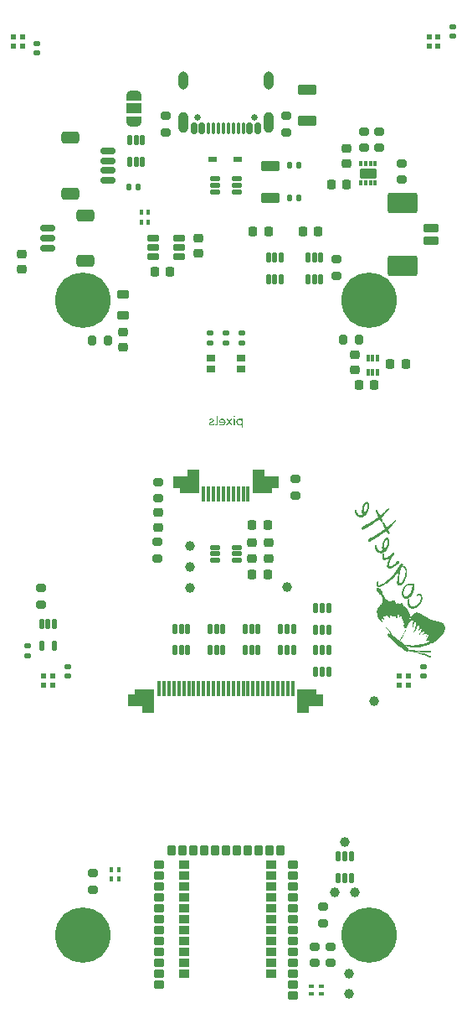
<source format=gbs>
%TF.GenerationSoftware,KiCad,Pcbnew,8.0.8*%
%TF.CreationDate,2025-02-03T19:12:48+00:00*%
%TF.ProjectId,mariposa,6d617269-706f-4736-912e-6b696361645f,2.0*%
%TF.SameCoordinates,Original*%
%TF.FileFunction,Soldermask,Bot*%
%TF.FilePolarity,Negative*%
%FSLAX46Y46*%
G04 Gerber Fmt 4.6, Leading zero omitted, Abs format (unit mm)*
G04 Created by KiCad (PCBNEW 8.0.8) date 2025-02-03 19:12:48*
%MOMM*%
%LPD*%
G01*
G04 APERTURE LIST*
G04 Aperture macros list*
%AMRoundRect*
0 Rectangle with rounded corners*
0 $1 Rounding radius*
0 $2 $3 $4 $5 $6 $7 $8 $9 X,Y pos of 4 corners*
0 Add a 4 corners polygon primitive as box body*
4,1,4,$2,$3,$4,$5,$6,$7,$8,$9,$2,$3,0*
0 Add four circle primitives for the rounded corners*
1,1,$1+$1,$2,$3*
1,1,$1+$1,$4,$5*
1,1,$1+$1,$6,$7*
1,1,$1+$1,$8,$9*
0 Add four rect primitives between the rounded corners*
20,1,$1+$1,$2,$3,$4,$5,0*
20,1,$1+$1,$4,$5,$6,$7,0*
20,1,$1+$1,$6,$7,$8,$9,0*
20,1,$1+$1,$8,$9,$2,$3,0*%
%AMFreePoly0*
4,1,21,1.053536,1.503536,1.055000,1.500000,1.055000,-0.800000,1.053536,-0.803536,1.050000,-0.805000,-0.900000,-0.805000,-0.903536,-0.803536,-0.905000,-0.800000,-0.905000,-0.305000,-1.600000,-0.305000,-1.603536,-0.303536,-1.605000,-0.300000,-1.605000,0.800000,-1.603536,0.803536,-1.600000,0.805000,-0.205000,0.805000,-0.205000,1.500000,-0.203536,1.503536,-0.200000,1.505000,1.050000,1.505000,
1.053536,1.503536,1.053536,1.503536,$1*%
%AMFreePoly1*
4,1,21,0.203536,1.503536,0.205000,1.500000,0.205000,0.805000,1.600000,0.805000,1.603536,0.803536,1.605000,0.800000,1.605000,-0.300000,1.603536,-0.303536,1.600000,-0.305000,0.905000,-0.305000,0.905000,-0.800000,0.903536,-0.803536,0.900000,-0.805000,-1.050000,-0.805000,-1.053536,-0.803536,-1.055000,-0.800000,-1.055000,1.500000,-1.053536,1.503536,-1.050000,1.505000,0.200000,1.505000,
0.203536,1.503536,0.203536,1.503536,$1*%
%AMFreePoly2*
4,1,19,0.550000,-0.750000,0.000000,-0.750000,0.000000,-0.744911,-0.071157,-0.744911,-0.207708,-0.704816,-0.327430,-0.627875,-0.420627,-0.520320,-0.479746,-0.390866,-0.500000,-0.250000,-0.500000,0.250000,-0.479746,0.390866,-0.420627,0.520320,-0.327430,0.627875,-0.207708,0.704816,-0.071157,0.744911,0.000000,0.744911,0.000000,0.750000,0.550000,0.750000,0.550000,-0.750000,0.550000,-0.750000,
$1*%
%AMFreePoly3*
4,1,19,0.000000,0.744911,0.071157,0.744911,0.207708,0.704816,0.327430,0.627875,0.420627,0.520320,0.479746,0.390866,0.500000,0.250000,0.500000,-0.250000,0.479746,-0.390866,0.420627,-0.520320,0.327430,-0.627875,0.207708,-0.704816,0.071157,-0.744911,0.000000,-0.744911,0.000000,-0.750000,-0.550000,-0.750000,-0.550000,0.750000,0.000000,0.750000,0.000000,0.744911,0.000000,0.744911,
$1*%
G04 Aperture macros list end*
%ADD10C,0.000000*%
%ADD11C,0.031792*%
%ADD12C,0.028759*%
%ADD13C,0.100000*%
%ADD14RoundRect,0.200000X-0.275000X0.200000X-0.275000X-0.200000X0.275000X-0.200000X0.275000X0.200000X0*%
%ADD15C,5.600000*%
%ADD16C,0.990600*%
%ADD17RoundRect,0.225000X0.225000X0.250000X-0.225000X0.250000X-0.225000X-0.250000X0.225000X-0.250000X0*%
%ADD18RoundRect,0.055000X-0.165000X0.415000X-0.165000X-0.415000X0.165000X-0.415000X0.165000X0.415000X0*%
%ADD19RoundRect,0.225000X-0.250000X0.225000X-0.250000X-0.225000X0.250000X-0.225000X0.250000X0.225000X0*%
%ADD20C,1.000000*%
%ADD21RoundRect,0.200000X0.200000X0.275000X-0.200000X0.275000X-0.200000X-0.275000X0.200000X-0.275000X0*%
%ADD22RoundRect,0.150000X0.625000X-0.150000X0.625000X0.150000X-0.625000X0.150000X-0.625000X-0.150000X0*%
%ADD23RoundRect,0.250000X0.650000X-0.350000X0.650000X0.350000X-0.650000X0.350000X-0.650000X-0.350000X0*%
%ADD24RoundRect,0.058333X0.541667X0.291667X-0.541667X0.291667X-0.541667X-0.291667X0.541667X-0.291667X0*%
%ADD25RoundRect,0.054000X0.216000X0.216000X-0.216000X0.216000X-0.216000X-0.216000X0.216000X-0.216000X0*%
%ADD26RoundRect,0.225000X0.250000X-0.225000X0.250000X0.225000X-0.250000X0.225000X-0.250000X-0.225000X0*%
%ADD27RoundRect,0.200000X0.275000X-0.200000X0.275000X0.200000X-0.275000X0.200000X-0.275000X-0.200000X0*%
%ADD28RoundRect,0.135000X0.185000X-0.135000X0.185000X0.135000X-0.185000X0.135000X-0.185000X-0.135000X0*%
%ADD29RoundRect,0.070000X-0.330000X0.280000X-0.330000X-0.280000X0.330000X-0.280000X0.330000X0.280000X0*%
%ADD30RoundRect,0.060000X-0.180000X0.430000X-0.180000X-0.430000X0.180000X-0.430000X0.180000X0.430000X0*%
%ADD31RoundRect,0.140000X0.140000X0.170000X-0.140000X0.170000X-0.140000X-0.170000X0.140000X-0.170000X0*%
%ADD32RoundRect,0.218750X-0.256250X0.218750X-0.256250X-0.218750X0.256250X-0.218750X0.256250X0.218750X0*%
%ADD33RoundRect,0.055000X0.415000X0.165000X-0.415000X0.165000X-0.415000X-0.165000X0.415000X-0.165000X0*%
%ADD34RoundRect,0.050000X-0.400000X-0.200000X0.400000X-0.200000X0.400000X0.200000X-0.400000X0.200000X0*%
%ADD35RoundRect,0.057143X-0.442857X0.342857X-0.442857X-0.342857X0.442857X-0.342857X0.442857X0.342857X0*%
%ADD36RoundRect,0.057143X-0.342857X-0.442857X0.342857X-0.442857X0.342857X0.442857X-0.342857X0.442857X0*%
%ADD37RoundRect,0.057143X-0.492857X-0.342857X0.492857X-0.342857X0.492857X0.342857X-0.492857X0.342857X0*%
%ADD38RoundRect,0.120000X-0.120000X0.395000X-0.120000X-0.395000X0.120000X-0.395000X0.120000X0.395000X0*%
%ADD39RoundRect,0.055000X0.165000X-0.415000X0.165000X0.415000X-0.165000X0.415000X-0.165000X-0.415000X0*%
%ADD40RoundRect,0.225000X-0.225000X-0.250000X0.225000X-0.250000X0.225000X0.250000X-0.225000X0.250000X0*%
%ADD41RoundRect,0.140000X-0.170000X0.140000X-0.170000X-0.140000X0.170000X-0.140000X0.170000X0.140000X0*%
%ADD42C,0.670000*%
%ADD43RoundRect,0.155000X-0.155000X-0.430000X0.155000X-0.430000X0.155000X0.430000X-0.155000X0.430000X0*%
%ADD44RoundRect,0.080000X-0.080000X-0.505000X0.080000X-0.505000X0.080000X0.505000X-0.080000X0.505000X0*%
%ADD45O,1.020000X1.820000*%
%ADD46O,1.020000X2.120000*%
%ADD47RoundRect,0.200000X0.600000X-0.200000X0.600000X0.200000X-0.600000X0.200000X-0.600000X-0.200000X0*%
%ADD48RoundRect,0.250001X1.249999X-0.799999X1.249999X0.799999X-1.249999X0.799999X-1.249999X-0.799999X0*%
%ADD49RoundRect,0.100000X0.100000X-0.150000X0.100000X0.150000X-0.100000X0.150000X-0.100000X-0.150000X0*%
%ADD50RoundRect,0.034000X-0.136000X-0.686000X0.136000X-0.686000X0.136000X0.686000X-0.136000X0.686000X0*%
%ADD51FreePoly0,0.000000*%
%ADD52FreePoly1,0.000000*%
%ADD53RoundRect,0.218750X-0.218750X-0.256250X0.218750X-0.256250X0.218750X0.256250X-0.218750X0.256250X0*%
%ADD54RoundRect,0.140000X0.170000X-0.140000X0.170000X0.140000X-0.170000X0.140000X-0.170000X-0.140000X0*%
%ADD55RoundRect,0.218750X0.218750X0.256250X-0.218750X0.256250X-0.218750X-0.256250X0.218750X-0.256250X0*%
%ADD56RoundRect,0.218750X-0.381250X0.218750X-0.381250X-0.218750X0.381250X-0.218750X0.381250X0.218750X0*%
%ADD57RoundRect,0.250000X-0.700000X0.275000X-0.700000X-0.275000X0.700000X-0.275000X0.700000X0.275000X0*%
%ADD58RoundRect,0.066000X0.099000X0.224000X-0.099000X0.224000X-0.099000X-0.224000X0.099000X-0.224000X0*%
%ADD59C,0.499999*%
%ADD60RoundRect,0.054444X-0.785556X0.435556X-0.785556X-0.435556X0.785556X-0.435556X0.785556X0.435556X0*%
%ADD61RoundRect,0.100000X-0.150000X-0.100000X0.150000X-0.100000X0.150000X0.100000X-0.150000X0.100000X0*%
%ADD62FreePoly2,90.000000*%
%ADD63R,1.500000X1.000000*%
%ADD64FreePoly3,90.000000*%
%ADD65RoundRect,0.140000X-0.140000X-0.170000X0.140000X-0.170000X0.140000X0.170000X-0.140000X0.170000X0*%
%ADD66RoundRect,0.063333X-0.126667X0.311667X-0.126667X-0.311667X0.126667X-0.311667X0.126667X0.311667X0*%
%ADD67RoundRect,0.150000X-0.625000X0.150000X-0.625000X-0.150000X0.625000X-0.150000X0.625000X0.150000X0*%
%ADD68RoundRect,0.250000X-0.650000X0.350000X-0.650000X-0.350000X0.650000X-0.350000X0.650000X0.350000X0*%
%ADD69RoundRect,0.250000X0.700000X-0.275000X0.700000X0.275000X-0.700000X0.275000X-0.700000X-0.275000X0*%
%ADD70RoundRect,0.034000X0.136000X0.686000X-0.136000X0.686000X-0.136000X-0.686000X0.136000X-0.686000X0*%
%ADD71FreePoly0,180.000000*%
%ADD72FreePoly1,180.000000*%
G04 APERTURE END LIST*
D10*
G36*
X166332021Y-89860175D02*
G01*
X166341313Y-89860903D01*
X166350431Y-89862204D01*
X166359379Y-89864080D01*
X166368154Y-89866535D01*
X166376754Y-89869571D01*
X166385184Y-89873191D01*
X166393444Y-89877396D01*
X166401527Y-89882190D01*
X166409443Y-89887574D01*
X166417186Y-89893551D01*
X166424756Y-89900124D01*
X166432157Y-89907294D01*
X166439386Y-89915064D01*
X166446443Y-89923437D01*
X166453329Y-89932418D01*
X166460045Y-89942004D01*
X166466590Y-89952199D01*
X166472965Y-89963007D01*
X166486847Y-89990080D01*
X166498963Y-90019088D01*
X166509314Y-90050014D01*
X166517897Y-90082835D01*
X166524711Y-90117536D01*
X166529756Y-90154092D01*
X166533030Y-90192489D01*
X166534532Y-90232707D01*
X166534264Y-90274725D01*
X166532219Y-90318524D01*
X166528403Y-90364082D01*
X166522807Y-90411385D01*
X166515436Y-90460411D01*
X166506288Y-90511141D01*
X166495362Y-90563553D01*
X166482656Y-90617630D01*
X166468573Y-90666745D01*
X166454009Y-90714198D01*
X166438938Y-90759984D01*
X166423340Y-90804094D01*
X166407189Y-90846523D01*
X166390462Y-90887265D01*
X166373135Y-90926313D01*
X166355184Y-90963658D01*
X166336588Y-90999298D01*
X166317319Y-91033223D01*
X166297357Y-91065428D01*
X166276677Y-91095905D01*
X166255255Y-91124651D01*
X166253517Y-91126765D01*
X166233068Y-91151653D01*
X166210090Y-91176910D01*
X166186303Y-91200415D01*
X166091953Y-91274212D01*
X166067836Y-91292853D01*
X166056116Y-91301785D01*
X166044413Y-91310467D01*
X166032573Y-91318907D01*
X166020441Y-91327112D01*
X166007865Y-91335091D01*
X165994685Y-91342855D01*
X165964834Y-91359023D01*
X165935203Y-91373623D01*
X165905777Y-91386650D01*
X165876548Y-91398102D01*
X165847501Y-91407975D01*
X165818626Y-91416266D01*
X165789911Y-91422970D01*
X165761343Y-91428086D01*
X165732911Y-91431610D01*
X165704603Y-91433538D01*
X165676409Y-91433870D01*
X165648313Y-91432596D01*
X165620309Y-91429720D01*
X165592375Y-91425234D01*
X165564513Y-91419135D01*
X165536701Y-91411424D01*
X165509799Y-91403199D01*
X165483577Y-91393644D01*
X165458041Y-91382762D01*
X165433197Y-91370562D01*
X165409047Y-91357055D01*
X165385595Y-91342243D01*
X165362845Y-91326137D01*
X165340803Y-91308743D01*
X165319472Y-91290070D01*
X165298857Y-91270126D01*
X165278964Y-91248915D01*
X165259792Y-91226450D01*
X165241350Y-91202732D01*
X165223640Y-91177775D01*
X165206668Y-91151580D01*
X165190436Y-91124161D01*
X165177230Y-91099972D01*
X165164964Y-91075730D01*
X165153641Y-91051434D01*
X165143270Y-91027076D01*
X165133861Y-91002653D01*
X165125418Y-90978160D01*
X165117952Y-90953597D01*
X165111467Y-90928955D01*
X165105975Y-90904230D01*
X165101479Y-90879421D01*
X165097989Y-90854519D01*
X165095511Y-90829525D01*
X165094056Y-90804431D01*
X165093628Y-90779232D01*
X165094234Y-90753929D01*
X165095887Y-90728511D01*
X165095728Y-90721185D01*
X165096006Y-90714088D01*
X165096719Y-90707226D01*
X165097854Y-90700602D01*
X165099406Y-90694221D01*
X165101367Y-90688088D01*
X165103729Y-90682206D01*
X165106484Y-90676580D01*
X165109627Y-90671211D01*
X165113148Y-90666111D01*
X165117041Y-90661277D01*
X165121296Y-90656715D01*
X165125910Y-90652431D01*
X165130871Y-90648427D01*
X165136173Y-90644710D01*
X165141807Y-90641282D01*
X165150344Y-90636774D01*
X165154490Y-90634831D01*
X165158560Y-90633094D01*
X165162552Y-90631564D01*
X165166471Y-90630245D01*
X165170314Y-90629133D01*
X165174085Y-90628232D01*
X165177785Y-90627538D01*
X165181417Y-90627057D01*
X165184978Y-90626782D01*
X165188476Y-90626721D01*
X165191908Y-90626870D01*
X165195276Y-90627232D01*
X165198583Y-90627805D01*
X165201829Y-90628591D01*
X165205016Y-90629589D01*
X165208145Y-90630800D01*
X165211218Y-90632225D01*
X165214236Y-90633865D01*
X165217201Y-90635718D01*
X165220115Y-90637788D01*
X165222980Y-90640072D01*
X165225794Y-90642572D01*
X165228561Y-90645288D01*
X165231284Y-90648220D01*
X165233961Y-90651369D01*
X165236597Y-90654735D01*
X165239190Y-90658320D01*
X165241745Y-90662123D01*
X165246740Y-90670384D01*
X165249873Y-90675946D01*
X165252674Y-90681062D01*
X165253930Y-90683462D01*
X165255081Y-90685760D01*
X165256117Y-90687966D01*
X165257032Y-90690078D01*
X165257819Y-90692108D01*
X165258469Y-90694053D01*
X165258974Y-90695916D01*
X165259330Y-90697711D01*
X165259448Y-90698581D01*
X165259526Y-90699435D01*
X165259561Y-90700270D01*
X165259555Y-90701093D01*
X165259505Y-90701899D01*
X165259410Y-90702688D01*
X165259271Y-90703467D01*
X165259084Y-90704229D01*
X165261820Y-90724293D01*
X165264960Y-90743957D01*
X165268489Y-90763220D01*
X165272399Y-90782080D01*
X165276676Y-90800532D01*
X165281309Y-90818575D01*
X165286287Y-90836203D01*
X165291597Y-90853412D01*
X165297227Y-90870202D01*
X165303165Y-90886569D01*
X165309401Y-90902508D01*
X165315921Y-90918018D01*
X165322714Y-90933092D01*
X165329768Y-90947730D01*
X165337071Y-90961930D01*
X165344613Y-90975684D01*
X165356524Y-90995961D01*
X165368739Y-91015229D01*
X165381259Y-91033488D01*
X165394083Y-91050743D01*
X165407213Y-91066993D01*
X165420645Y-91082241D01*
X165434380Y-91096486D01*
X165448418Y-91109733D01*
X165462760Y-91121980D01*
X165477403Y-91133229D01*
X165492347Y-91143486D01*
X165507591Y-91152745D01*
X165523138Y-91161016D01*
X165538984Y-91168292D01*
X165555132Y-91174579D01*
X165571575Y-91179880D01*
X165588320Y-91184192D01*
X165605364Y-91187520D01*
X165622707Y-91189865D01*
X165640345Y-91191225D01*
X165658282Y-91191608D01*
X165676516Y-91191010D01*
X165695048Y-91189432D01*
X165713874Y-91186881D01*
X165732997Y-91183353D01*
X165752414Y-91178855D01*
X165772127Y-91173382D01*
X165792135Y-91166940D01*
X165812437Y-91159529D01*
X165833032Y-91151151D01*
X165875103Y-91131495D01*
X165872187Y-91126342D01*
X165862678Y-91108831D01*
X165853849Y-91091087D01*
X165845698Y-91073098D01*
X165838228Y-91054855D01*
X165831445Y-91036340D01*
X165825349Y-91017548D01*
X165819946Y-90998463D01*
X165815238Y-90979074D01*
X165811230Y-90959368D01*
X165807923Y-90939339D01*
X165805320Y-90918968D01*
X165803427Y-90898244D01*
X165802247Y-90877161D01*
X165801780Y-90855702D01*
X165802030Y-90833855D01*
X165803005Y-90811611D01*
X165810742Y-90725677D01*
X165814999Y-90682691D01*
X165819719Y-90639680D01*
X165820315Y-90634875D01*
X166005020Y-90634875D01*
X166005332Y-90656333D01*
X166006341Y-90677854D01*
X166008039Y-90699468D01*
X166010418Y-90721193D01*
X166013473Y-90743052D01*
X166017195Y-90765073D01*
X166021580Y-90787279D01*
X166026621Y-90809689D01*
X166032311Y-90832332D01*
X166038645Y-90855229D01*
X166041116Y-90859493D01*
X166043609Y-90863583D01*
X166046124Y-90867500D01*
X166048659Y-90871242D01*
X166051215Y-90874807D01*
X166053791Y-90878195D01*
X166056385Y-90881407D01*
X166058995Y-90884439D01*
X166061627Y-90887291D01*
X166064277Y-90889963D01*
X166066940Y-90892455D01*
X166069623Y-90894761D01*
X166072321Y-90896888D01*
X166075032Y-90898825D01*
X166077760Y-90900583D01*
X166080501Y-90902150D01*
X166083258Y-90903532D01*
X166086027Y-90904725D01*
X166088808Y-90905731D01*
X166091602Y-90906544D01*
X166094406Y-90907167D01*
X166097222Y-90907599D01*
X166100047Y-90907838D01*
X166102886Y-90907883D01*
X166105729Y-90907731D01*
X166108584Y-90907388D01*
X166111447Y-90906845D01*
X166114319Y-90906106D01*
X166117198Y-90905166D01*
X166120081Y-90904030D01*
X166122975Y-90902692D01*
X166125872Y-90901151D01*
X166128020Y-90899923D01*
X166130499Y-90898427D01*
X166131812Y-90897582D01*
X166133148Y-90896676D01*
X166134489Y-90895705D01*
X166135818Y-90894673D01*
X166137110Y-90893582D01*
X166138349Y-90892431D01*
X166139515Y-90891221D01*
X166140588Y-90889954D01*
X166141552Y-90888630D01*
X166141985Y-90887945D01*
X166142384Y-90887251D01*
X166142743Y-90886540D01*
X166143064Y-90885817D01*
X166143340Y-90885079D01*
X166143576Y-90884330D01*
X166158897Y-90862901D01*
X166173314Y-90841985D01*
X166186885Y-90821546D01*
X166199672Y-90801553D01*
X166211731Y-90781969D01*
X166223127Y-90762763D01*
X166233919Y-90743896D01*
X166244168Y-90725340D01*
X166252125Y-90708395D01*
X166259875Y-90692207D01*
X166267413Y-90676780D01*
X166274742Y-90662105D01*
X166281861Y-90648191D01*
X166288770Y-90635029D01*
X166295470Y-90622627D01*
X166301958Y-90610981D01*
X166317507Y-90572915D01*
X166331310Y-90535998D01*
X166343369Y-90500227D01*
X166353684Y-90465600D01*
X166362257Y-90432122D01*
X166369085Y-90399789D01*
X166374167Y-90368601D01*
X166377507Y-90338561D01*
X166379103Y-90309667D01*
X166378954Y-90281917D01*
X166377061Y-90255314D01*
X166373426Y-90229860D01*
X166368045Y-90205551D01*
X166360921Y-90182387D01*
X166356704Y-90171235D01*
X166352055Y-90160370D01*
X166346966Y-90149790D01*
X166341440Y-90139497D01*
X166341619Y-90138720D01*
X166341731Y-90137902D01*
X166341758Y-90136156D01*
X166341512Y-90134285D01*
X166340989Y-90132311D01*
X166340183Y-90130257D01*
X166339087Y-90128150D01*
X166337694Y-90126012D01*
X166335998Y-90123863D01*
X166333992Y-90121733D01*
X166331668Y-90119640D01*
X166329022Y-90117612D01*
X166326047Y-90115671D01*
X166322735Y-90113839D01*
X166319078Y-90112142D01*
X166317120Y-90111351D01*
X166315075Y-90110603D01*
X166312939Y-90109900D01*
X166310714Y-90109246D01*
X166306207Y-90108050D01*
X166301756Y-90106990D01*
X166297352Y-90106084D01*
X166292985Y-90105347D01*
X166288643Y-90104795D01*
X166284314Y-90104444D01*
X166279988Y-90104312D01*
X166275654Y-90104413D01*
X166271303Y-90104763D01*
X166266924Y-90105377D01*
X166262503Y-90106275D01*
X166258035Y-90107471D01*
X166253501Y-90108979D01*
X166248895Y-90110820D01*
X166244209Y-90113005D01*
X166239426Y-90115552D01*
X166229115Y-90121387D01*
X166210168Y-90133142D01*
X166191989Y-90146538D01*
X166174577Y-90161572D01*
X166157933Y-90178246D01*
X166142057Y-90196560D01*
X166126949Y-90216512D01*
X166112608Y-90238103D01*
X166099035Y-90261333D01*
X166086231Y-90286203D01*
X166074192Y-90312709D01*
X166062923Y-90340858D01*
X166052421Y-90370643D01*
X166042688Y-90402068D01*
X166033723Y-90435134D01*
X166025526Y-90469836D01*
X166018094Y-90506180D01*
X166014102Y-90527739D01*
X166010842Y-90549226D01*
X166008312Y-90570659D01*
X166006500Y-90592062D01*
X166005406Y-90613459D01*
X166005020Y-90634875D01*
X165820315Y-90634875D01*
X165825059Y-90596639D01*
X165831175Y-90553556D01*
X165838220Y-90510428D01*
X165846352Y-90467242D01*
X165857817Y-90417452D01*
X165870563Y-90369648D01*
X165884596Y-90323830D01*
X165899907Y-90279996D01*
X165916507Y-90238148D01*
X165934385Y-90198287D01*
X165953549Y-90160411D01*
X165973993Y-90124520D01*
X165995722Y-90090614D01*
X166018732Y-90058696D01*
X166043026Y-90028761D01*
X166068604Y-90000813D01*
X166095463Y-89974849D01*
X166123606Y-89950873D01*
X166153033Y-89928881D01*
X166183741Y-89908876D01*
X166207009Y-89895316D01*
X166218383Y-89889348D01*
X166229582Y-89883925D01*
X166240606Y-89879048D01*
X166251456Y-89874721D01*
X166262135Y-89870946D01*
X166272637Y-89867725D01*
X166282967Y-89865060D01*
X166293124Y-89862955D01*
X166303109Y-89861412D01*
X166312919Y-89860434D01*
X166322556Y-89860019D01*
X166332021Y-89860175D01*
G37*
G36*
X166938768Y-91381227D02*
G01*
X166943044Y-91381558D01*
X166947271Y-91382158D01*
X166951448Y-91383023D01*
X166955578Y-91384156D01*
X166959659Y-91385557D01*
X166963693Y-91387222D01*
X166967677Y-91389153D01*
X166971613Y-91391353D01*
X166975500Y-91393819D01*
X166979340Y-91396551D01*
X166983130Y-91399550D01*
X166986872Y-91402817D01*
X166990565Y-91406349D01*
X166994208Y-91410150D01*
X166997805Y-91414214D01*
X167004855Y-91423147D01*
X167011707Y-91433147D01*
X167018365Y-91444212D01*
X167021917Y-91451051D01*
X167023483Y-91454524D01*
X167024907Y-91458029D01*
X167026189Y-91461565D01*
X167027329Y-91465128D01*
X167028324Y-91468718D01*
X167029175Y-91472336D01*
X167029876Y-91475974D01*
X167030432Y-91479635D01*
X167030839Y-91483312D01*
X167031097Y-91487011D01*
X167031204Y-91490723D01*
X167031159Y-91494449D01*
X167030960Y-91498185D01*
X167030608Y-91501934D01*
X167030101Y-91505690D01*
X167029438Y-91509451D01*
X167028618Y-91513217D01*
X167027640Y-91516986D01*
X167026502Y-91520753D01*
X167025206Y-91524520D01*
X167023745Y-91528283D01*
X167022123Y-91532042D01*
X167020337Y-91535794D01*
X167018387Y-91539535D01*
X167016272Y-91543267D01*
X167013990Y-91546984D01*
X167011540Y-91550688D01*
X167008920Y-91554374D01*
X167006131Y-91558044D01*
X167003171Y-91561691D01*
X166958993Y-91610610D01*
X166916962Y-91660216D01*
X166877070Y-91710506D01*
X166839315Y-91761473D01*
X166803692Y-91813106D01*
X166770198Y-91865397D01*
X166738827Y-91918346D01*
X166709576Y-91971936D01*
X166682439Y-92026166D01*
X166657413Y-92081022D01*
X166634497Y-92136506D01*
X166613677Y-92192599D01*
X166594961Y-92249303D01*
X166578336Y-92306607D01*
X166563801Y-92364502D01*
X166551350Y-92422983D01*
X166545834Y-92454811D01*
X166540862Y-92485047D01*
X166536435Y-92513675D01*
X166532561Y-92540687D01*
X166529240Y-92566070D01*
X166526476Y-92589813D01*
X166524271Y-92611904D01*
X166522631Y-92632329D01*
X166521556Y-92651078D01*
X166521053Y-92668139D01*
X166521121Y-92683499D01*
X166521770Y-92697147D01*
X166522993Y-92709072D01*
X166524804Y-92719261D01*
X166525927Y-92723703D01*
X166527199Y-92727704D01*
X166528617Y-92731264D01*
X166530184Y-92734385D01*
X166533935Y-92740420D01*
X166538081Y-92745949D01*
X166542619Y-92750984D01*
X166547549Y-92755517D01*
X166552872Y-92759557D01*
X166558588Y-92763101D01*
X166564691Y-92766151D01*
X166571190Y-92768712D01*
X166585355Y-92772364D01*
X166601080Y-92774065D01*
X166618361Y-92773829D01*
X166637192Y-92771669D01*
X166657575Y-92767595D01*
X166679503Y-92761621D01*
X166702974Y-92753757D01*
X166727985Y-92744015D01*
X166754530Y-92732406D01*
X166782610Y-92718944D01*
X166812218Y-92703639D01*
X166843352Y-92686503D01*
X166872871Y-92669324D01*
X166901506Y-92651673D01*
X166929271Y-92633541D01*
X166956177Y-92614910D01*
X166982229Y-92595762D01*
X167007443Y-92576082D01*
X167031829Y-92555852D01*
X167055397Y-92535062D01*
X167078158Y-92513688D01*
X167100125Y-92491719D01*
X167121304Y-92469137D01*
X167141709Y-92445928D01*
X167161353Y-92422073D01*
X167180242Y-92397558D01*
X167198390Y-92372365D01*
X167215806Y-92346480D01*
X167232849Y-92324729D01*
X167248537Y-92305100D01*
X167262909Y-92287650D01*
X167275998Y-92272447D01*
X167282072Y-92265701D01*
X167287835Y-92259540D01*
X167293296Y-92253970D01*
X167298458Y-92248997D01*
X167303325Y-92244632D01*
X167307900Y-92240879D01*
X167312188Y-92237745D01*
X167316195Y-92235241D01*
X167323062Y-92231593D01*
X167330120Y-92228307D01*
X167337364Y-92225374D01*
X167344773Y-92222794D01*
X167352342Y-92220564D01*
X167360057Y-92218679D01*
X167367906Y-92217139D01*
X167375878Y-92215936D01*
X167383958Y-92215070D01*
X167392138Y-92214537D01*
X167400405Y-92214334D01*
X167408747Y-92214459D01*
X167417153Y-92214904D01*
X167425608Y-92215670D01*
X167434105Y-92216754D01*
X167442629Y-92218150D01*
X167451015Y-92219864D01*
X167459103Y-92221894D01*
X167466888Y-92224238D01*
X167474365Y-92226884D01*
X167481533Y-92229826D01*
X167488385Y-92233056D01*
X167494913Y-92236566D01*
X167501122Y-92240347D01*
X167507002Y-92244397D01*
X167512549Y-92248703D01*
X167517757Y-92253261D01*
X167522629Y-92258062D01*
X167527151Y-92263097D01*
X167531326Y-92268359D01*
X167535144Y-92273843D01*
X167538607Y-92279539D01*
X167542124Y-92286320D01*
X167543653Y-92289722D01*
X167545023Y-92293133D01*
X167546238Y-92296553D01*
X167547302Y-92299977D01*
X167548207Y-92303413D01*
X167548959Y-92306856D01*
X167549556Y-92310306D01*
X167549998Y-92313766D01*
X167550283Y-92317232D01*
X167550414Y-92320705D01*
X167550393Y-92324189D01*
X167550213Y-92327679D01*
X167549878Y-92331176D01*
X167549392Y-92334684D01*
X167548746Y-92338197D01*
X167547949Y-92341719D01*
X167546997Y-92345248D01*
X167545887Y-92348788D01*
X167544624Y-92352333D01*
X167543205Y-92355887D01*
X167539904Y-92363017D01*
X167535982Y-92370183D01*
X167531438Y-92377377D01*
X167526277Y-92384603D01*
X167520496Y-92391863D01*
X167457046Y-92459009D01*
X167389022Y-92524836D01*
X167316386Y-92589282D01*
X167239113Y-92652288D01*
X167157157Y-92713795D01*
X167070493Y-92773740D01*
X166979084Y-92832062D01*
X166882894Y-92888704D01*
X166868197Y-92896699D01*
X166853104Y-92904270D01*
X166837606Y-92911412D01*
X166821702Y-92918115D01*
X166805385Y-92924375D01*
X166788653Y-92930182D01*
X166771500Y-92935527D01*
X166753925Y-92940404D01*
X166735921Y-92944807D01*
X166717485Y-92948728D01*
X166698609Y-92952156D01*
X166679295Y-92955088D01*
X166659536Y-92957514D01*
X166639323Y-92959428D01*
X166618659Y-92960822D01*
X166597536Y-92961684D01*
X166572305Y-92963038D01*
X166548156Y-92963464D01*
X166525092Y-92962956D01*
X166503121Y-92961509D01*
X166482255Y-92959121D01*
X166462496Y-92955787D01*
X166443852Y-92951500D01*
X166434954Y-92948999D01*
X166426335Y-92946259D01*
X166418000Y-92943279D01*
X166409949Y-92940058D01*
X166402184Y-92936598D01*
X166394702Y-92932893D01*
X166387509Y-92928950D01*
X166380603Y-92924763D01*
X166373989Y-92920331D01*
X166367659Y-92915658D01*
X166361623Y-92910739D01*
X166355877Y-92905577D01*
X166350423Y-92900168D01*
X166345264Y-92894514D01*
X166340400Y-92888615D01*
X166335827Y-92882469D01*
X166331552Y-92876074D01*
X166327576Y-92869433D01*
X166321047Y-92856060D01*
X166315669Y-92841080D01*
X166311438Y-92824495D01*
X166308342Y-92806307D01*
X166306381Y-92786523D01*
X166305540Y-92765149D01*
X166305814Y-92742185D01*
X166307195Y-92717637D01*
X166309679Y-92691512D01*
X166313254Y-92663811D01*
X166317912Y-92634539D01*
X166323650Y-92603700D01*
X166330458Y-92571298D01*
X166338326Y-92537338D01*
X166347251Y-92501826D01*
X166357222Y-92464761D01*
X166374216Y-92405690D01*
X166391636Y-92349487D01*
X166409509Y-92296059D01*
X166427861Y-92245309D01*
X166446717Y-92197146D01*
X166466110Y-92151473D01*
X166486054Y-92108193D01*
X166506586Y-92067216D01*
X166505728Y-92060206D01*
X166504934Y-92057021D01*
X166503897Y-92054053D01*
X166502612Y-92051297D01*
X166501079Y-92048758D01*
X166499290Y-92046432D01*
X166497251Y-92044321D01*
X166494949Y-92042429D01*
X166492393Y-92040748D01*
X166489572Y-92039284D01*
X166486489Y-92038035D01*
X166483138Y-92037004D01*
X166479518Y-92036185D01*
X166471460Y-92035199D01*
X166462297Y-92035080D01*
X166452009Y-92035825D01*
X166440577Y-92037436D01*
X166427981Y-92039915D01*
X166414201Y-92043266D01*
X166399217Y-92047484D01*
X166383015Y-92052572D01*
X166365571Y-92058532D01*
X166337880Y-92066556D01*
X166311611Y-92073857D01*
X166263241Y-92086655D01*
X166220252Y-92097685D01*
X166182432Y-92107707D01*
X166165278Y-92112321D01*
X166149185Y-92116415D01*
X166134249Y-92120015D01*
X166120561Y-92123145D01*
X166097319Y-92128109D01*
X166080212Y-92131514D01*
X166058880Y-92133133D01*
X166038435Y-92133763D01*
X166018879Y-92133392D01*
X166000214Y-92132007D01*
X165982442Y-92129601D01*
X165965573Y-92126154D01*
X165957477Y-92124038D01*
X165949604Y-92121660D01*
X165941959Y-92119015D01*
X165934540Y-92116105D01*
X165927348Y-92112926D01*
X165920386Y-92109477D01*
X165913650Y-92105758D01*
X165907143Y-92101767D01*
X165900863Y-92097500D01*
X165894816Y-92092961D01*
X165888996Y-92088141D01*
X165883403Y-92083046D01*
X165878045Y-92077670D01*
X165872917Y-92072011D01*
X165868020Y-92066070D01*
X165863353Y-92059845D01*
X165858921Y-92053334D01*
X165854719Y-92046534D01*
X165850753Y-92039451D01*
X165847016Y-92032073D01*
X165844267Y-92024532D01*
X165841743Y-92016527D01*
X165839443Y-92008037D01*
X165837366Y-91999039D01*
X165835509Y-91989519D01*
X165833876Y-91979456D01*
X165832461Y-91968829D01*
X165831263Y-91957620D01*
X165830285Y-91945809D01*
X165829524Y-91933379D01*
X165828647Y-91906575D01*
X165828624Y-91877052D01*
X165829451Y-91844659D01*
X165831076Y-91810883D01*
X165833458Y-91777317D01*
X165836597Y-91743962D01*
X165840491Y-91710814D01*
X165845144Y-91677877D01*
X165850554Y-91645152D01*
X165856718Y-91612634D01*
X165863640Y-91580328D01*
X165867373Y-91564658D01*
X165871261Y-91549847D01*
X165875296Y-91535890D01*
X165879463Y-91522782D01*
X165883751Y-91510526D01*
X165888148Y-91499115D01*
X165892643Y-91488547D01*
X165897224Y-91478813D01*
X165901879Y-91469918D01*
X165906596Y-91461854D01*
X165911365Y-91454621D01*
X165916170Y-91448212D01*
X165921001Y-91442625D01*
X165925847Y-91437857D01*
X165928276Y-91435778D01*
X165930698Y-91433905D01*
X165933122Y-91432235D01*
X165935540Y-91430765D01*
X165940353Y-91428282D01*
X165945129Y-91426311D01*
X165947501Y-91425520D01*
X165949861Y-91424862D01*
X165952207Y-91424337D01*
X165954544Y-91423948D01*
X165956867Y-91423696D01*
X165959179Y-91423580D01*
X165961476Y-91423606D01*
X165963761Y-91423771D01*
X165966031Y-91424079D01*
X165968287Y-91424532D01*
X165970527Y-91425128D01*
X165972752Y-91425874D01*
X165974963Y-91426766D01*
X165977155Y-91427811D01*
X165979334Y-91429005D01*
X165981494Y-91430352D01*
X165983636Y-91431854D01*
X165985761Y-91433512D01*
X165987868Y-91435327D01*
X165989957Y-91437300D01*
X165992028Y-91439434D01*
X165994076Y-91441729D01*
X165998116Y-91446813D01*
X166002074Y-91452559D01*
X166005946Y-91458984D01*
X166005734Y-91462932D01*
X166005421Y-91474593D01*
X166005377Y-91483231D01*
X166005488Y-91493695D01*
X166005815Y-91505951D01*
X166006421Y-91519962D01*
X166006358Y-91555938D01*
X166006498Y-91574228D01*
X166006843Y-91592878D01*
X166007462Y-91612015D01*
X166008423Y-91631754D01*
X166009792Y-91652220D01*
X166011642Y-91673529D01*
X166011923Y-91696018D01*
X166012417Y-91717749D01*
X166013120Y-91738725D01*
X166014032Y-91758943D01*
X166015153Y-91778403D01*
X166016487Y-91797109D01*
X166018028Y-91815058D01*
X166019780Y-91832250D01*
X166019771Y-91849147D01*
X166019874Y-91863989D01*
X166020053Y-91876712D01*
X166020279Y-91887259D01*
X166020723Y-91901577D01*
X166020931Y-91906455D01*
X166026561Y-91908373D01*
X166033264Y-91909671D01*
X166041034Y-91910349D01*
X166049852Y-91910401D01*
X166059715Y-91909824D01*
X166070602Y-91908617D01*
X166082506Y-91906774D01*
X166095417Y-91904293D01*
X166109318Y-91901171D01*
X166124203Y-91897403D01*
X166156865Y-91887923D01*
X166193309Y-91875824D01*
X166233441Y-91861079D01*
X166350447Y-91815296D01*
X166362778Y-91810566D01*
X166374445Y-91805654D01*
X166385546Y-91800583D01*
X166396171Y-91795382D01*
X166406422Y-91790072D01*
X166416388Y-91784686D01*
X166435844Y-91773786D01*
X166449256Y-91765893D01*
X166462488Y-91757542D01*
X166475635Y-91748761D01*
X166488794Y-91739575D01*
X166515520Y-91720094D01*
X166543421Y-91699309D01*
X166557898Y-91688248D01*
X166572584Y-91676432D01*
X166587480Y-91663857D01*
X166602588Y-91650525D01*
X166617902Y-91636438D01*
X166633428Y-91621592D01*
X166649165Y-91605990D01*
X166665110Y-91589633D01*
X166725809Y-91525517D01*
X166753943Y-91496310D01*
X166767575Y-91482629D01*
X166780966Y-91469644D01*
X166808866Y-91448860D01*
X166822329Y-91438944D01*
X166835593Y-91429380D01*
X166848750Y-91420194D01*
X166861898Y-91411413D01*
X166875130Y-91403062D01*
X166888542Y-91395168D01*
X166893350Y-91392567D01*
X166898110Y-91390234D01*
X166902822Y-91388166D01*
X166907485Y-91386364D01*
X166912099Y-91384831D01*
X166916663Y-91383562D01*
X166921184Y-91382562D01*
X166925653Y-91381829D01*
X166930073Y-91381361D01*
X166934446Y-91381159D01*
X166938768Y-91381227D01*
G37*
G36*
X164287489Y-86246478D02*
G01*
X164296780Y-86247203D01*
X164305899Y-86248505D01*
X164314846Y-86250382D01*
X164323620Y-86252837D01*
X164332222Y-86255874D01*
X164340652Y-86259494D01*
X164348911Y-86263698D01*
X164356996Y-86268489D01*
X164364910Y-86273875D01*
X164372653Y-86279853D01*
X164380226Y-86286425D01*
X164387624Y-86293597D01*
X164394854Y-86301366D01*
X164401911Y-86309741D01*
X164408797Y-86318719D01*
X164415514Y-86328305D01*
X164422057Y-86338502D01*
X164428433Y-86349311D01*
X164442316Y-86376383D01*
X164454432Y-86405389D01*
X164464781Y-86436313D01*
X164473366Y-86469137D01*
X164480180Y-86503836D01*
X164485224Y-86540395D01*
X164488499Y-86578792D01*
X164490002Y-86619008D01*
X164489731Y-86661027D01*
X164487687Y-86704825D01*
X164483868Y-86750387D01*
X164478275Y-86797688D01*
X164470905Y-86846714D01*
X164461757Y-86897441D01*
X164450831Y-86949853D01*
X164438124Y-87003930D01*
X164424041Y-87053046D01*
X164409476Y-87100500D01*
X164394408Y-87146286D01*
X164378807Y-87190396D01*
X164362656Y-87232825D01*
X164345929Y-87273567D01*
X164328602Y-87312613D01*
X164310652Y-87349961D01*
X164292055Y-87385599D01*
X164272788Y-87419526D01*
X164252826Y-87451728D01*
X164232146Y-87482208D01*
X164210723Y-87510951D01*
X164208985Y-87513065D01*
X164188535Y-87537957D01*
X164165560Y-87563212D01*
X164141771Y-87586717D01*
X164047419Y-87660513D01*
X164023304Y-87679156D01*
X164011584Y-87688087D01*
X163999881Y-87696768D01*
X163988042Y-87705207D01*
X163975910Y-87713413D01*
X163963330Y-87721394D01*
X163950152Y-87729156D01*
X163920302Y-87745325D01*
X163890670Y-87759926D01*
X163861246Y-87772954D01*
X163832015Y-87784405D01*
X163802970Y-87794277D01*
X163774095Y-87802569D01*
X163745378Y-87809272D01*
X163716811Y-87814391D01*
X163688379Y-87817912D01*
X163660071Y-87819841D01*
X163631875Y-87820171D01*
X163603780Y-87818899D01*
X163575773Y-87816022D01*
X163547843Y-87811534D01*
X163519980Y-87805438D01*
X163492167Y-87797725D01*
X163465267Y-87789501D01*
X163439046Y-87779944D01*
X163413511Y-87769064D01*
X163388665Y-87756865D01*
X163364514Y-87743356D01*
X163341064Y-87728544D01*
X163318314Y-87712441D01*
X163296271Y-87695044D01*
X163274939Y-87676372D01*
X163254326Y-87656429D01*
X163234431Y-87635217D01*
X163215260Y-87612750D01*
X163196817Y-87589033D01*
X163179108Y-87564076D01*
X163162135Y-87537883D01*
X163145904Y-87510463D01*
X163132699Y-87486274D01*
X163120432Y-87462034D01*
X163109109Y-87437736D01*
X163098738Y-87413379D01*
X163089328Y-87388956D01*
X163080887Y-87364464D01*
X163073421Y-87339899D01*
X163066937Y-87315256D01*
X163061443Y-87290533D01*
X163056947Y-87265722D01*
X163053457Y-87240822D01*
X163050981Y-87215826D01*
X163049524Y-87190733D01*
X163049097Y-87165535D01*
X163049704Y-87140231D01*
X163051355Y-87114813D01*
X163051196Y-87107488D01*
X163051475Y-87100390D01*
X163052185Y-87093527D01*
X163053322Y-87086904D01*
X163054874Y-87080523D01*
X163056835Y-87074391D01*
X163059199Y-87068508D01*
X163061954Y-87062881D01*
X163065096Y-87057515D01*
X163068616Y-87052412D01*
X163072510Y-87047577D01*
X163076767Y-87043016D01*
X163081379Y-87038732D01*
X163086338Y-87034730D01*
X163091639Y-87031014D01*
X163097275Y-87027584D01*
X163105812Y-87023077D01*
X163109959Y-87021132D01*
X163114029Y-87019396D01*
X163118023Y-87017869D01*
X163121938Y-87016548D01*
X163125781Y-87015437D01*
X163129553Y-87014533D01*
X163133254Y-87013842D01*
X163136885Y-87013357D01*
X163140447Y-87013087D01*
X163143944Y-87013023D01*
X163147376Y-87013174D01*
X163150744Y-87013533D01*
X163154051Y-87014107D01*
X163157297Y-87014893D01*
X163160483Y-87015891D01*
X163163613Y-87017103D01*
X163166685Y-87018528D01*
X163169705Y-87020167D01*
X163172668Y-87022021D01*
X163175583Y-87024092D01*
X163178447Y-87026374D01*
X163181261Y-87028873D01*
X163184029Y-87031589D01*
X163186752Y-87034521D01*
X163189429Y-87037670D01*
X163192066Y-87041038D01*
X163194658Y-87044622D01*
X163197213Y-87048423D01*
X163202208Y-87056684D01*
X163205342Y-87062249D01*
X163208141Y-87067362D01*
X163209398Y-87069762D01*
X163210548Y-87072063D01*
X163211585Y-87074268D01*
X163212501Y-87076381D01*
X163213287Y-87078408D01*
X163213938Y-87080353D01*
X163214443Y-87082220D01*
X163214798Y-87084012D01*
X163214917Y-87084884D01*
X163214994Y-87085736D01*
X163215030Y-87086573D01*
X163215024Y-87087394D01*
X163214973Y-87088200D01*
X163214879Y-87088992D01*
X163214739Y-87089769D01*
X163214551Y-87090533D01*
X163217288Y-87110595D01*
X163220428Y-87130259D01*
X163223957Y-87149521D01*
X163227867Y-87168381D01*
X163232146Y-87186835D01*
X163236779Y-87204876D01*
X163241756Y-87222504D01*
X163247067Y-87239715D01*
X163252696Y-87256504D01*
X163258635Y-87272873D01*
X163264869Y-87288810D01*
X163271389Y-87304318D01*
X163278183Y-87319396D01*
X163285237Y-87334033D01*
X163292539Y-87348231D01*
X163300081Y-87361986D01*
X163311990Y-87382264D01*
X163324206Y-87401530D01*
X163336730Y-87419790D01*
X163349550Y-87437046D01*
X163362680Y-87453296D01*
X163376113Y-87468542D01*
X163389850Y-87482789D01*
X163403887Y-87496035D01*
X163418228Y-87508282D01*
X163432870Y-87519532D01*
X163447815Y-87529788D01*
X163463059Y-87539050D01*
X163478605Y-87547317D01*
X163494453Y-87554594D01*
X163510599Y-87560883D01*
X163527044Y-87566182D01*
X163543790Y-87570494D01*
X163560832Y-87573822D01*
X163578174Y-87576167D01*
X163595813Y-87577529D01*
X163613751Y-87577909D01*
X163631986Y-87577311D01*
X163650516Y-87575735D01*
X163669343Y-87573183D01*
X163688466Y-87569655D01*
X163707882Y-87565157D01*
X163727595Y-87559684D01*
X163747604Y-87553240D01*
X163767906Y-87545831D01*
X163788501Y-87537452D01*
X163830572Y-87517798D01*
X163827656Y-87512644D01*
X163818149Y-87495133D01*
X163809318Y-87477389D01*
X163801166Y-87459401D01*
X163793697Y-87441156D01*
X163786911Y-87422643D01*
X163780817Y-87403850D01*
X163775413Y-87384764D01*
X163770706Y-87365378D01*
X163766697Y-87345672D01*
X163763390Y-87325642D01*
X163760787Y-87305270D01*
X163758896Y-87284546D01*
X163757715Y-87263463D01*
X163757246Y-87242005D01*
X163757501Y-87220157D01*
X163758474Y-87197914D01*
X163766210Y-87111980D01*
X163770465Y-87068993D01*
X163775187Y-87025984D01*
X163775783Y-87021177D01*
X163960488Y-87021177D01*
X163960802Y-87042635D01*
X163961810Y-87064156D01*
X163963506Y-87085770D01*
X163965887Y-87107494D01*
X163968939Y-87129355D01*
X163972663Y-87151376D01*
X163977051Y-87173580D01*
X163982089Y-87195991D01*
X163987780Y-87218635D01*
X163994111Y-87241532D01*
X163996584Y-87245795D01*
X163999077Y-87249886D01*
X164001592Y-87253803D01*
X164004129Y-87257544D01*
X164006683Y-87261109D01*
X164009258Y-87264498D01*
X164011853Y-87267709D01*
X164014466Y-87270742D01*
X164017096Y-87273593D01*
X164019743Y-87276266D01*
X164022410Y-87278757D01*
X164025090Y-87281064D01*
X164027787Y-87283188D01*
X164030501Y-87285130D01*
X164033230Y-87286885D01*
X164035970Y-87288453D01*
X164038724Y-87289834D01*
X164041493Y-87291029D01*
X164044275Y-87292033D01*
X164047068Y-87292846D01*
X164049873Y-87293468D01*
X164052690Y-87293901D01*
X164055516Y-87294141D01*
X164058352Y-87294183D01*
X164061198Y-87294034D01*
X164064053Y-87293689D01*
X164066917Y-87293147D01*
X164069787Y-87292408D01*
X164072666Y-87291468D01*
X164075551Y-87290331D01*
X164078443Y-87288993D01*
X164081339Y-87287454D01*
X164083489Y-87286222D01*
X164085966Y-87284729D01*
X164087279Y-87283884D01*
X164088615Y-87282977D01*
X164089959Y-87282008D01*
X164091285Y-87280975D01*
X164092579Y-87279883D01*
X164093816Y-87278733D01*
X164094983Y-87277522D01*
X164096057Y-87276255D01*
X164097020Y-87274932D01*
X164097454Y-87274249D01*
X164097851Y-87273551D01*
X164098211Y-87272843D01*
X164098532Y-87272118D01*
X164098809Y-87271382D01*
X164099043Y-87270632D01*
X164114366Y-87249201D01*
X164128782Y-87228286D01*
X164142353Y-87207847D01*
X164155139Y-87187855D01*
X164167199Y-87168272D01*
X164178596Y-87149065D01*
X164189387Y-87130200D01*
X164199637Y-87111641D01*
X164207595Y-87094697D01*
X164215343Y-87078510D01*
X164222881Y-87063080D01*
X164230210Y-87048409D01*
X164237329Y-87034490D01*
X164244238Y-87021332D01*
X164250938Y-87008928D01*
X164257429Y-86997281D01*
X164272975Y-86959219D01*
X164286779Y-86922301D01*
X164298838Y-86886528D01*
X164309154Y-86851904D01*
X164317725Y-86818424D01*
X164324551Y-86786091D01*
X164329636Y-86754903D01*
X164332975Y-86724863D01*
X164334571Y-86695970D01*
X164334423Y-86668220D01*
X164332530Y-86641619D01*
X164328893Y-86616163D01*
X164323513Y-86591852D01*
X164316390Y-86568689D01*
X164312173Y-86557537D01*
X164307520Y-86546672D01*
X164302433Y-86536091D01*
X164296909Y-86525800D01*
X164297086Y-86525022D01*
X164297200Y-86524202D01*
X164297225Y-86522459D01*
X164296980Y-86520587D01*
X164296459Y-86518612D01*
X164295651Y-86516562D01*
X164294556Y-86514451D01*
X164293164Y-86512313D01*
X164291466Y-86510165D01*
X164289460Y-86508034D01*
X164287138Y-86505943D01*
X164284491Y-86503914D01*
X164281514Y-86501973D01*
X164278202Y-86500142D01*
X164274547Y-86498445D01*
X164272589Y-86497654D01*
X164270544Y-86496906D01*
X164268408Y-86496201D01*
X164266182Y-86495549D01*
X164261677Y-86494352D01*
X164257224Y-86493294D01*
X164252820Y-86492387D01*
X164248453Y-86491650D01*
X164244111Y-86491098D01*
X164239782Y-86490747D01*
X164235457Y-86490614D01*
X164231123Y-86490714D01*
X164226772Y-86491065D01*
X164222394Y-86491678D01*
X164217974Y-86492578D01*
X164213501Y-86493774D01*
X164208970Y-86495283D01*
X164204365Y-86497122D01*
X164199677Y-86499306D01*
X164194895Y-86501855D01*
X164184584Y-86507689D01*
X164165637Y-86519445D01*
X164147457Y-86532840D01*
X164130046Y-86547876D01*
X164113399Y-86564550D01*
X164097525Y-86582861D01*
X164082415Y-86602815D01*
X164068075Y-86624405D01*
X164054503Y-86647636D01*
X164041698Y-86672503D01*
X164029660Y-86699012D01*
X164018391Y-86727159D01*
X164007889Y-86756947D01*
X163998156Y-86788371D01*
X163989191Y-86821437D01*
X163980992Y-86856138D01*
X163973563Y-86892481D01*
X163969569Y-86914042D01*
X163966309Y-86935530D01*
X163963780Y-86956960D01*
X163961970Y-86978364D01*
X163960875Y-86999761D01*
X163960488Y-87021177D01*
X163775783Y-87021177D01*
X163780526Y-86982942D01*
X163786643Y-86939858D01*
X163793689Y-86896730D01*
X163801820Y-86853545D01*
X163813286Y-86803755D01*
X163826033Y-86755952D01*
X163840064Y-86710132D01*
X163855378Y-86666296D01*
X163871976Y-86624450D01*
X163889854Y-86584589D01*
X163909016Y-86546713D01*
X163929461Y-86510822D01*
X163951189Y-86476916D01*
X163974201Y-86444998D01*
X163998495Y-86415064D01*
X164024072Y-86387115D01*
X164050932Y-86361153D01*
X164079075Y-86337175D01*
X164108499Y-86315186D01*
X164139209Y-86295179D01*
X164162478Y-86281618D01*
X164173851Y-86275652D01*
X164185051Y-86270227D01*
X164196074Y-86265352D01*
X164206925Y-86261024D01*
X164217601Y-86257249D01*
X164228106Y-86254027D01*
X164238436Y-86251363D01*
X164248593Y-86249259D01*
X164258576Y-86247714D01*
X164268387Y-86246734D01*
X164278024Y-86246323D01*
X164287489Y-86246478D01*
G37*
G36*
X166442824Y-86861089D02*
G01*
X166444904Y-86861278D01*
X166446954Y-86861624D01*
X166448974Y-86862128D01*
X166450962Y-86862789D01*
X166452924Y-86863611D01*
X166454854Y-86864595D01*
X166456757Y-86865739D01*
X166458634Y-86867048D01*
X166460484Y-86868519D01*
X166462306Y-86870155D01*
X166464104Y-86871956D01*
X166465874Y-86873924D01*
X166467621Y-86876059D01*
X166469341Y-86878362D01*
X166471041Y-86880835D01*
X166472716Y-86883476D01*
X166474366Y-86886292D01*
X166478046Y-86893041D01*
X166481430Y-86899757D01*
X166484518Y-86906441D01*
X166487307Y-86913088D01*
X166489804Y-86919697D01*
X166492005Y-86926269D01*
X166493914Y-86932799D01*
X166495526Y-86939287D01*
X166496845Y-86945734D01*
X166497871Y-86952134D01*
X166498604Y-86958490D01*
X166499045Y-86964798D01*
X166499194Y-86971052D01*
X166499052Y-86977261D01*
X166498619Y-86983418D01*
X166497894Y-86989519D01*
X166496879Y-86995566D01*
X166495575Y-87001556D01*
X166493981Y-87007487D01*
X166492097Y-87013360D01*
X166489925Y-87019171D01*
X166487465Y-87024922D01*
X166484717Y-87030604D01*
X166481681Y-87036226D01*
X166478359Y-87041779D01*
X166474749Y-87047263D01*
X166470854Y-87052678D01*
X166466672Y-87058022D01*
X166462207Y-87063292D01*
X166457456Y-87068489D01*
X166452417Y-87073610D01*
X166447097Y-87078654D01*
X166416895Y-87111160D01*
X166382616Y-87146610D01*
X166300991Y-87229369D01*
X166199875Y-87339318D01*
X166144883Y-87399992D01*
X166116519Y-87432175D01*
X166087666Y-87465751D01*
X166039361Y-87522430D01*
X165991954Y-87576047D01*
X165945507Y-87626568D01*
X165900082Y-87673959D01*
X165855739Y-87718187D01*
X165812535Y-87759219D01*
X165770532Y-87797017D01*
X165729794Y-87831551D01*
X165737629Y-87845937D01*
X165745862Y-87862015D01*
X165763759Y-87899100D01*
X165806983Y-87992034D01*
X165829960Y-88041666D01*
X165849926Y-88085979D01*
X165867160Y-88125460D01*
X165881931Y-88160593D01*
X165885102Y-88168449D01*
X165887803Y-88175453D01*
X165890039Y-88181604D01*
X165891819Y-88186898D01*
X165893149Y-88191328D01*
X165894041Y-88194891D01*
X165894499Y-88197583D01*
X165894568Y-88198601D01*
X165894531Y-88199397D01*
X165894390Y-88199977D01*
X165894147Y-88200336D01*
X165893799Y-88200471D01*
X165893349Y-88200387D01*
X165892799Y-88200079D01*
X165892149Y-88199549D01*
X165891401Y-88198797D01*
X165890554Y-88197820D01*
X165888572Y-88195196D01*
X165886208Y-88191666D01*
X165883473Y-88187233D01*
X165880372Y-88181892D01*
X165877455Y-88176735D01*
X165879579Y-88185422D01*
X165881066Y-88193831D01*
X165881919Y-88201962D01*
X165882107Y-88205923D01*
X165882134Y-88209815D01*
X165882005Y-88213636D01*
X165881716Y-88217390D01*
X165881266Y-88221071D01*
X165880661Y-88224685D01*
X165879895Y-88228230D01*
X165878968Y-88231704D01*
X165877884Y-88235107D01*
X165876640Y-88238443D01*
X165875238Y-88241708D01*
X165873678Y-88244903D01*
X165871955Y-88248032D01*
X165870078Y-88251087D01*
X165868041Y-88254075D01*
X165865843Y-88256992D01*
X165863486Y-88259841D01*
X165860972Y-88262619D01*
X165858298Y-88265329D01*
X165855464Y-88267967D01*
X165852473Y-88270538D01*
X165849322Y-88273039D01*
X165842542Y-88277831D01*
X165835129Y-88282345D01*
X165827267Y-88286073D01*
X165819141Y-88288505D01*
X165810739Y-88289639D01*
X165802050Y-88289469D01*
X165793060Y-88287994D01*
X165783758Y-88285211D01*
X165774131Y-88281116D01*
X165764170Y-88275705D01*
X165753862Y-88268975D01*
X165743195Y-88260924D01*
X165732155Y-88251547D01*
X165720735Y-88240841D01*
X165708918Y-88228804D01*
X165696694Y-88215433D01*
X165684054Y-88200722D01*
X165670983Y-88184669D01*
X165515318Y-87993726D01*
X165314619Y-88140770D01*
X165114970Y-88282756D01*
X164916423Y-88419649D01*
X164719046Y-88551417D01*
X164522897Y-88678024D01*
X164328033Y-88799437D01*
X164134519Y-88915622D01*
X163942413Y-89026542D01*
X163923411Y-89036652D01*
X163914157Y-89041087D01*
X163905068Y-89045106D01*
X163896140Y-89048708D01*
X163887377Y-89051893D01*
X163878773Y-89054660D01*
X163870334Y-89057009D01*
X163862053Y-89058936D01*
X163853933Y-89060442D01*
X163845974Y-89061527D01*
X163838175Y-89062191D01*
X163830536Y-89062428D01*
X163823053Y-89062242D01*
X163815727Y-89061629D01*
X163808561Y-89060589D01*
X163801551Y-89059123D01*
X163794697Y-89057229D01*
X163787997Y-89054904D01*
X163781455Y-89052147D01*
X163775066Y-89048960D01*
X163768833Y-89045342D01*
X163762750Y-89041290D01*
X163756825Y-89036802D01*
X163751048Y-89031880D01*
X163745426Y-89026523D01*
X163739954Y-89020729D01*
X163734634Y-89014494D01*
X163729462Y-89007823D01*
X163724441Y-89000711D01*
X163719568Y-88993158D01*
X163714848Y-88985164D01*
X163711420Y-88978928D01*
X163708246Y-88972790D01*
X163705327Y-88966748D01*
X163702663Y-88960809D01*
X163700254Y-88954966D01*
X163698103Y-88949223D01*
X163696208Y-88943585D01*
X163694570Y-88938046D01*
X163693190Y-88932612D01*
X163692068Y-88927282D01*
X163691205Y-88922056D01*
X163690601Y-88916938D01*
X163690258Y-88911927D01*
X163690177Y-88907023D01*
X163690356Y-88902228D01*
X163690795Y-88897545D01*
X163691496Y-88892971D01*
X163692460Y-88888506D01*
X163693687Y-88884160D01*
X163695179Y-88879923D01*
X163696935Y-88875804D01*
X163698956Y-88871797D01*
X163701242Y-88867909D01*
X163703792Y-88864136D01*
X163706611Y-88860485D01*
X163709695Y-88856953D01*
X163713048Y-88853538D01*
X163716668Y-88850247D01*
X163720559Y-88847078D01*
X163724717Y-88844031D01*
X163729143Y-88841108D01*
X163733841Y-88838312D01*
X163998492Y-88686986D01*
X164247336Y-88541411D01*
X164480437Y-88401554D01*
X164697854Y-88267380D01*
X164899645Y-88138858D01*
X165085873Y-88015950D01*
X165256598Y-87898624D01*
X165411879Y-87786846D01*
X165394418Y-87734508D01*
X165377441Y-87685005D01*
X165345300Y-87593989D01*
X165316145Y-87512764D01*
X165290673Y-87440303D01*
X165277345Y-87408287D01*
X165264627Y-87378481D01*
X165252518Y-87350879D01*
X165241024Y-87325485D01*
X165230135Y-87302296D01*
X165219860Y-87281314D01*
X165210196Y-87262540D01*
X165201141Y-87245970D01*
X165197982Y-87240104D01*
X165195077Y-87234102D01*
X165192438Y-87227972D01*
X165190075Y-87221714D01*
X165188001Y-87215332D01*
X165186229Y-87208832D01*
X165184768Y-87202213D01*
X165183633Y-87195479D01*
X165182833Y-87188637D01*
X165182382Y-87181688D01*
X165182289Y-87174631D01*
X165182570Y-87167477D01*
X165183233Y-87160227D01*
X165184292Y-87152881D01*
X165185757Y-87145443D01*
X165187643Y-87137919D01*
X165192851Y-87125111D01*
X165197977Y-87113145D01*
X165200552Y-87107507D01*
X165203152Y-87102110D01*
X165205797Y-87096967D01*
X165208503Y-87092092D01*
X165211283Y-87087492D01*
X165214158Y-87083178D01*
X165217140Y-87079160D01*
X165220247Y-87075452D01*
X165223494Y-87072062D01*
X165226900Y-87069002D01*
X165228665Y-87067601D01*
X165230478Y-87066285D01*
X165232335Y-87065055D01*
X165234243Y-87063917D01*
X165236640Y-87062620D01*
X165238998Y-87061465D01*
X165241320Y-87060453D01*
X165243605Y-87059578D01*
X165245854Y-87058843D01*
X165248067Y-87058248D01*
X165250247Y-87057792D01*
X165252395Y-87057475D01*
X165254512Y-87057295D01*
X165256597Y-87057251D01*
X165258652Y-87057344D01*
X165260680Y-87057576D01*
X165262677Y-87057938D01*
X165264649Y-87058437D01*
X165266593Y-87059071D01*
X165268513Y-87059840D01*
X165270409Y-87060742D01*
X165272282Y-87061775D01*
X165274131Y-87062942D01*
X165275959Y-87064239D01*
X165277769Y-87065669D01*
X165279558Y-87067230D01*
X165283081Y-87070739D01*
X165286537Y-87074764D01*
X165289931Y-87079302D01*
X165293277Y-87084347D01*
X165296579Y-87089897D01*
X165308689Y-87111116D01*
X165323472Y-87135928D01*
X165332014Y-87149598D01*
X165341408Y-87164059D01*
X165351709Y-87179285D01*
X165362982Y-87195238D01*
X165383798Y-87231842D01*
X165407010Y-87271555D01*
X165419583Y-87292340D01*
X165432830Y-87313621D01*
X165446783Y-87335298D01*
X165461467Y-87357282D01*
X165476026Y-87379044D01*
X165489650Y-87400140D01*
X165502431Y-87420594D01*
X165514466Y-87440433D01*
X165536675Y-87478375D01*
X165557038Y-87514173D01*
X165624119Y-87632739D01*
X165757277Y-87511574D01*
X165879593Y-87397181D01*
X165991822Y-87289768D01*
X166094724Y-87189550D01*
X166267189Y-87016265D01*
X166341249Y-86941935D01*
X166407556Y-86876455D01*
X166412730Y-86872492D01*
X166415259Y-86870725D01*
X166417749Y-86869104D01*
X166420206Y-86867627D01*
X166422624Y-86866299D01*
X166425006Y-86865117D01*
X166427352Y-86864084D01*
X166429663Y-86863199D01*
X166431940Y-86862467D01*
X166434182Y-86861885D01*
X166436392Y-86861455D01*
X166438568Y-86861177D01*
X166440711Y-86861056D01*
X166442824Y-86861089D01*
G37*
G36*
X165447048Y-94952177D02*
G01*
X165478345Y-94957209D01*
X165507954Y-94964972D01*
X165535960Y-94975323D01*
X165562442Y-94988136D01*
X165587487Y-95003267D01*
X165611180Y-95020583D01*
X165633602Y-95039945D01*
X165654839Y-95061217D01*
X165674973Y-95084264D01*
X165694089Y-95108947D01*
X165712270Y-95135131D01*
X165746159Y-95191456D01*
X165777315Y-95252145D01*
X165806403Y-95316104D01*
X165834097Y-95382243D01*
X165887974Y-95516689D01*
X165915496Y-95582810D01*
X165944300Y-95646740D01*
X165975057Y-95707387D01*
X166008435Y-95763654D01*
X166052633Y-95830652D01*
X166096149Y-95894063D01*
X166139279Y-95953580D01*
X166182320Y-96008894D01*
X166225578Y-96059697D01*
X166269343Y-96105683D01*
X166291511Y-96126773D01*
X166313920Y-96146542D01*
X166336604Y-96164955D01*
X166359605Y-96181969D01*
X166382958Y-96197547D01*
X166406698Y-96211651D01*
X166430864Y-96224245D01*
X166455496Y-96235286D01*
X166480630Y-96244738D01*
X166506301Y-96252563D01*
X166532548Y-96258719D01*
X166559411Y-96263173D01*
X166586923Y-96265883D01*
X166615122Y-96266810D01*
X166644046Y-96265916D01*
X166673735Y-96263166D01*
X166704224Y-96258517D01*
X166735551Y-96251932D01*
X166767751Y-96243375D01*
X166800864Y-96232803D01*
X166829724Y-96222875D01*
X166849405Y-96216587D01*
X166871787Y-96210095D01*
X166896279Y-96203916D01*
X166922284Y-96198563D01*
X166949201Y-96194544D01*
X166976441Y-96192377D01*
X166989993Y-96192145D01*
X167003400Y-96192570D01*
X167016590Y-96193712D01*
X167029488Y-96195640D01*
X167042018Y-96198415D01*
X167054105Y-96202099D01*
X167065678Y-96206757D01*
X167076657Y-96212459D01*
X167086972Y-96219260D01*
X167096544Y-96227229D01*
X167105304Y-96236431D01*
X167113175Y-96246927D01*
X167120082Y-96258783D01*
X167125952Y-96272065D01*
X167130707Y-96286833D01*
X167134275Y-96303154D01*
X167137250Y-96318800D01*
X167140808Y-96334505D01*
X167144953Y-96350199D01*
X167149682Y-96365803D01*
X167154994Y-96381240D01*
X167160889Y-96396433D01*
X167167366Y-96411304D01*
X167174429Y-96425781D01*
X167182071Y-96439786D01*
X167190295Y-96453239D01*
X167199101Y-96466066D01*
X167208486Y-96478190D01*
X167218450Y-96489534D01*
X167228995Y-96500021D01*
X167240118Y-96509578D01*
X167251818Y-96518123D01*
X167258948Y-96522516D01*
X167265955Y-96526104D01*
X167272839Y-96528933D01*
X167279595Y-96531050D01*
X167286220Y-96532497D01*
X167292713Y-96533324D01*
X167299072Y-96533572D01*
X167305294Y-96533287D01*
X167311376Y-96532515D01*
X167317316Y-96531302D01*
X167323111Y-96529689D01*
X167328759Y-96527728D01*
X167334257Y-96525455D01*
X167339602Y-96522923D01*
X167349828Y-96517255D01*
X167359414Y-96511082D01*
X167368341Y-96504764D01*
X167384139Y-96493135D01*
X167390970Y-96488550D01*
X167394110Y-96486720D01*
X167397062Y-96485263D01*
X167399824Y-96484220D01*
X167402395Y-96483637D01*
X167404770Y-96483558D01*
X167406950Y-96484032D01*
X167411119Y-96485779D01*
X167415324Y-96487960D01*
X167419563Y-96490538D01*
X167423836Y-96493487D01*
X167432468Y-96500363D01*
X167441202Y-96508338D01*
X167450020Y-96517154D01*
X167458902Y-96526564D01*
X167476787Y-96546147D01*
X167485754Y-96555819D01*
X167494713Y-96565070D01*
X167503646Y-96573653D01*
X167512537Y-96581312D01*
X167521363Y-96587796D01*
X167525748Y-96590518D01*
X167530109Y-96592853D01*
X167534445Y-96594767D01*
X167538755Y-96596229D01*
X167543037Y-96597210D01*
X167547284Y-96597673D01*
X167555270Y-96597900D01*
X167562438Y-96597802D01*
X167568845Y-96597395D01*
X167574538Y-96596697D01*
X167579570Y-96595722D01*
X167583994Y-96594490D01*
X167587864Y-96593017D01*
X167591227Y-96591315D01*
X167594139Y-96589409D01*
X167596649Y-96587305D01*
X167598811Y-96585028D01*
X167600676Y-96582590D01*
X167602297Y-96580008D01*
X167603724Y-96577303D01*
X167606208Y-96571574D01*
X167608544Y-96565537D01*
X167611146Y-96559321D01*
X167612678Y-96556188D01*
X167614432Y-96553061D01*
X167616460Y-96549956D01*
X167618816Y-96546889D01*
X167621549Y-96543876D01*
X167624712Y-96540934D01*
X167628358Y-96538082D01*
X167632537Y-96535331D01*
X167637303Y-96532701D01*
X167642706Y-96530209D01*
X167648800Y-96527869D01*
X167655636Y-96525702D01*
X167764646Y-96492807D01*
X167784218Y-96488331D01*
X167793150Y-96486900D01*
X167801586Y-96486066D01*
X167809579Y-96485878D01*
X167817186Y-96486375D01*
X167824457Y-96487609D01*
X167831449Y-96489617D01*
X167838216Y-96492448D01*
X167844816Y-96496146D01*
X167851299Y-96500757D01*
X167857718Y-96506323D01*
X167864132Y-96512892D01*
X167870593Y-96520506D01*
X167877153Y-96529211D01*
X167883871Y-96539051D01*
X167897988Y-96562319D01*
X167913381Y-96590666D01*
X167930484Y-96624453D01*
X167949730Y-96664034D01*
X167958520Y-96681696D01*
X167967328Y-96698149D01*
X167976155Y-96713458D01*
X167985012Y-96727684D01*
X167993905Y-96740891D01*
X168002838Y-96753142D01*
X168011817Y-96764502D01*
X168020853Y-96775031D01*
X168029946Y-96784796D01*
X168039110Y-96793859D01*
X168048343Y-96802282D01*
X168057657Y-96810128D01*
X168076547Y-96824347D01*
X168095829Y-96837022D01*
X168115558Y-96848661D01*
X168135779Y-96859767D01*
X168177907Y-96882414D01*
X168199917Y-96894967D01*
X168222623Y-96909012D01*
X168246077Y-96925060D01*
X168270330Y-96943615D01*
X168281963Y-96953465D01*
X168293178Y-96963822D01*
X168314446Y-96985955D01*
X168334278Y-97009824D01*
X168352823Y-97035240D01*
X168370223Y-97062011D01*
X168386629Y-97089948D01*
X168402183Y-97118866D01*
X168417031Y-97148571D01*
X168445201Y-97209583D01*
X168472301Y-97271476D01*
X168499504Y-97332728D01*
X168513511Y-97362641D01*
X168527978Y-97391824D01*
X168555283Y-97449076D01*
X168566809Y-97476487D01*
X168576991Y-97503175D01*
X168585889Y-97529199D01*
X168593556Y-97554619D01*
X168600053Y-97579501D01*
X168605432Y-97603904D01*
X168613072Y-97651516D01*
X168616934Y-97697955D01*
X168617468Y-97743712D01*
X168615134Y-97789281D01*
X168610377Y-97835153D01*
X168603660Y-97881824D01*
X168586154Y-97979538D01*
X168566247Y-98086369D01*
X168556530Y-98144435D01*
X168547575Y-98206260D01*
X168685762Y-97954838D01*
X168724043Y-97888842D01*
X168764077Y-97823545D01*
X168805988Y-97759932D01*
X168849913Y-97698986D01*
X168895974Y-97641682D01*
X168944302Y-97589002D01*
X168969357Y-97564703D01*
X168995028Y-97541929D01*
X169021330Y-97520800D01*
X169048282Y-97501439D01*
X169075894Y-97483971D01*
X169104188Y-97468517D01*
X169133176Y-97455199D01*
X169162876Y-97444138D01*
X169193308Y-97435461D01*
X169224483Y-97429286D01*
X169256415Y-97425738D01*
X169289126Y-97424941D01*
X169328309Y-97426956D01*
X169365485Y-97431315D01*
X169400904Y-97437727D01*
X169434821Y-97445911D01*
X169467482Y-97455576D01*
X169499141Y-97466436D01*
X169530047Y-97478205D01*
X169560450Y-97490593D01*
X169620751Y-97516079D01*
X169651153Y-97528602D01*
X169682055Y-97540598D01*
X169713706Y-97551776D01*
X169746359Y-97561850D01*
X169780266Y-97570534D01*
X169815677Y-97577539D01*
X169822341Y-97578847D01*
X169828955Y-97580517D01*
X169842047Y-97584881D01*
X169854955Y-97590489D01*
X169867690Y-97597211D01*
X169880259Y-97604904D01*
X169892671Y-97613434D01*
X169904929Y-97622665D01*
X169917041Y-97632461D01*
X170009651Y-97714652D01*
X170026158Y-97727123D01*
X170042922Y-97738163D01*
X170059889Y-97747963D01*
X170077004Y-97756717D01*
X170094218Y-97764611D01*
X170111469Y-97771835D01*
X170145880Y-97785039D01*
X170179807Y-97797850D01*
X170196450Y-97804584D01*
X170212810Y-97811788D01*
X170228834Y-97819654D01*
X170244464Y-97828374D01*
X170259647Y-97838136D01*
X170274330Y-97849128D01*
X170326291Y-97889486D01*
X170378822Y-97926995D01*
X170431912Y-97961835D01*
X170485555Y-97994186D01*
X170539743Y-98024234D01*
X170594467Y-98052156D01*
X170649718Y-98078135D01*
X170705486Y-98102353D01*
X170761768Y-98124990D01*
X170818552Y-98146230D01*
X170933591Y-98185239D01*
X171050542Y-98220831D01*
X171169332Y-98254460D01*
X171224912Y-98268557D01*
X171284879Y-98281823D01*
X171414636Y-98308025D01*
X171551916Y-98337383D01*
X171621288Y-98354592D01*
X171690033Y-98374211D01*
X171757317Y-98396776D01*
X171822301Y-98422829D01*
X171884153Y-98452907D01*
X171913642Y-98469627D01*
X171942031Y-98487552D01*
X171969224Y-98506754D01*
X171995106Y-98527301D01*
X172019581Y-98549260D01*
X172042539Y-98572698D01*
X172063880Y-98597681D01*
X172083495Y-98624278D01*
X172101283Y-98652557D01*
X172117137Y-98682584D01*
X172136757Y-98727437D01*
X172152751Y-98772562D01*
X172165224Y-98817924D01*
X172174289Y-98863480D01*
X172180053Y-98909199D01*
X172182626Y-98955044D01*
X172182113Y-99000975D01*
X172178626Y-99046958D01*
X172172273Y-99092955D01*
X172163164Y-99138931D01*
X172151407Y-99184848D01*
X172137110Y-99230668D01*
X172120383Y-99276356D01*
X172101335Y-99321873D01*
X172080073Y-99367186D01*
X172056705Y-99412256D01*
X172056702Y-99412238D01*
X172056698Y-99412220D01*
X172056691Y-99412182D01*
X171998427Y-99510302D01*
X171931690Y-99606682D01*
X171857646Y-99700938D01*
X171777466Y-99792678D01*
X171692318Y-99881522D01*
X171603371Y-99967078D01*
X171511788Y-100048962D01*
X171418741Y-100126783D01*
X171325395Y-100200160D01*
X171232922Y-100268704D01*
X171142484Y-100332026D01*
X171055257Y-100389740D01*
X170972401Y-100441460D01*
X170895087Y-100486798D01*
X170824482Y-100525368D01*
X170761754Y-100556783D01*
X170626823Y-100618249D01*
X170489699Y-100675507D01*
X170350601Y-100728248D01*
X170209746Y-100776159D01*
X170067348Y-100818925D01*
X169923626Y-100856232D01*
X169778802Y-100887768D01*
X169633089Y-100913221D01*
X169486706Y-100932275D01*
X169339868Y-100944619D01*
X169192796Y-100949937D01*
X169045701Y-100947921D01*
X168898809Y-100938249D01*
X168752331Y-100920617D01*
X168606488Y-100894706D01*
X168461496Y-100860203D01*
X168390549Y-100839468D01*
X168315339Y-100814955D01*
X168157991Y-100760095D01*
X168078778Y-100732492D01*
X168001154Y-100706611D01*
X167926584Y-100683823D01*
X167890903Y-100674018D01*
X167856535Y-100665499D01*
X167903835Y-100668317D01*
X167952378Y-100670141D01*
X168001814Y-100671258D01*
X168051791Y-100671952D01*
X168151969Y-100673207D01*
X168201468Y-100674342D01*
X168250105Y-100676191D01*
X168353931Y-100682039D01*
X168406819Y-100685799D01*
X168459904Y-100690222D01*
X168512846Y-100695383D01*
X168565301Y-100701359D01*
X168616932Y-100708228D01*
X168667394Y-100716071D01*
X168703956Y-100722092D01*
X168751943Y-100729379D01*
X168807308Y-100736641D01*
X168836494Y-100739862D01*
X168866007Y-100742597D01*
X168895340Y-100744680D01*
X168923991Y-100745957D01*
X168951451Y-100746261D01*
X168977218Y-100745435D01*
X169000780Y-100743318D01*
X169011579Y-100741725D01*
X169021638Y-100739747D01*
X169030892Y-100737366D01*
X169039279Y-100734562D01*
X169046740Y-100731316D01*
X169053205Y-100727604D01*
X169063755Y-100720972D01*
X169074545Y-100714911D01*
X169085563Y-100709391D01*
X169096798Y-100704380D01*
X169108239Y-100699856D01*
X169119872Y-100695782D01*
X169143666Y-100688880D01*
X169168088Y-100683439D01*
X169193040Y-100679228D01*
X169218427Y-100676008D01*
X169244156Y-100673550D01*
X169348565Y-100666630D01*
X169374563Y-100664459D01*
X169400330Y-100661640D01*
X169425770Y-100657944D01*
X169450787Y-100653136D01*
X169647647Y-100603951D01*
X169674788Y-100597827D01*
X169701420Y-100592293D01*
X169727210Y-100587525D01*
X169751843Y-100583700D01*
X169774990Y-100580991D01*
X169796332Y-100579575D01*
X169815542Y-100579633D01*
X169824247Y-100580266D01*
X169832299Y-100581330D01*
X169854801Y-100584520D01*
X169877679Y-100586633D01*
X169924424Y-100587766D01*
X169972244Y-100584998D01*
X170020847Y-100578590D01*
X170069942Y-100568802D01*
X170119241Y-100555899D01*
X170168452Y-100540139D01*
X170217286Y-100521790D01*
X170265450Y-100501112D01*
X170312656Y-100478365D01*
X170358614Y-100453814D01*
X170403031Y-100427722D01*
X170445620Y-100400347D01*
X170486083Y-100371956D01*
X170524141Y-100342808D01*
X170559495Y-100313169D01*
X170553397Y-100311533D01*
X170546482Y-100310243D01*
X170530442Y-100308543D01*
X170511872Y-100307747D01*
X170491260Y-100307533D01*
X170445885Y-100307573D01*
X170422106Y-100307183D01*
X170398259Y-100306092D01*
X170374831Y-100303979D01*
X170352319Y-100300526D01*
X170341560Y-100298191D01*
X170331215Y-100295406D01*
X170321344Y-100292121D01*
X170312008Y-100288302D01*
X170303272Y-100283904D01*
X170295194Y-100278892D01*
X170287840Y-100273222D01*
X170281264Y-100266855D01*
X170275536Y-100259752D01*
X170270712Y-100251871D01*
X170266857Y-100243172D01*
X170264030Y-100233618D01*
X170263577Y-100229324D01*
X170263958Y-100224196D01*
X170267012Y-100211653D01*
X170272806Y-100196438D01*
X170280938Y-100178994D01*
X170291021Y-100159774D01*
X170302661Y-100139223D01*
X170329026Y-100095919D01*
X170417960Y-99958986D01*
X170356388Y-100068837D01*
X170374916Y-100040500D01*
X170393299Y-100009144D01*
X170411280Y-99975142D01*
X170428604Y-99938867D01*
X170445019Y-99900693D01*
X170460267Y-99860990D01*
X170474095Y-99820133D01*
X170486247Y-99778491D01*
X170496467Y-99736439D01*
X170504505Y-99694348D01*
X170510102Y-99652593D01*
X170513003Y-99611542D01*
X170513365Y-99591398D01*
X170512957Y-99571570D01*
X170511747Y-99552105D01*
X170509705Y-99533049D01*
X170506796Y-99514450D01*
X170502995Y-99496352D01*
X170498261Y-99478805D01*
X170492569Y-99461851D01*
X170478734Y-99487581D01*
X170464571Y-99515582D01*
X170435033Y-99576373D01*
X170403499Y-99640175D01*
X170386843Y-99671936D01*
X170369519Y-99702927D01*
X170351471Y-99732646D01*
X170332640Y-99760581D01*
X170312970Y-99786228D01*
X170292403Y-99809081D01*
X170281769Y-99819300D01*
X170270886Y-99828630D01*
X170259752Y-99837008D01*
X170248359Y-99844370D01*
X170236701Y-99850653D01*
X170224767Y-99855793D01*
X170212554Y-99859730D01*
X170200054Y-99862396D01*
X170213503Y-99839291D01*
X170228125Y-99815531D01*
X170259534Y-99766225D01*
X170291606Y-99714871D01*
X170307054Y-99688548D01*
X170321664Y-99661856D01*
X170335100Y-99634849D01*
X170347030Y-99607574D01*
X170357120Y-99580077D01*
X170365031Y-99552411D01*
X170368068Y-99538527D01*
X170370433Y-99524622D01*
X170372088Y-99510696D01*
X170372991Y-99496757D01*
X170373098Y-99482815D01*
X170372370Y-99468872D01*
X170370761Y-99454933D01*
X170368234Y-99441008D01*
X170349964Y-99454764D01*
X170332368Y-99468958D01*
X170315387Y-99483457D01*
X170298960Y-99498133D01*
X170237515Y-99555921D01*
X170208479Y-99582416D01*
X170194166Y-99594598D01*
X170179903Y-99605898D01*
X170165632Y-99616174D01*
X170151286Y-99625302D01*
X170136808Y-99633147D01*
X170122129Y-99639577D01*
X170127586Y-99620552D01*
X170132328Y-99601966D01*
X170136406Y-99583744D01*
X170139864Y-99565806D01*
X170142757Y-99548078D01*
X170145132Y-99530486D01*
X170147035Y-99512948D01*
X170148519Y-99495391D01*
X170149631Y-99477741D01*
X170150424Y-99459917D01*
X170151239Y-99423448D01*
X170151357Y-99385375D01*
X170151171Y-99345092D01*
X170146992Y-99354617D01*
X170142507Y-99363955D01*
X170137755Y-99373125D01*
X170132771Y-99382157D01*
X170122264Y-99399885D01*
X170111286Y-99417324D01*
X170089118Y-99452082D01*
X170078534Y-99469772D01*
X170073500Y-99478778D01*
X170068683Y-99487921D01*
X170070355Y-99489276D01*
X170065661Y-99495453D01*
X170062419Y-99502116D01*
X170061635Y-99503758D01*
X170060861Y-99505425D01*
X170060099Y-99507127D01*
X170059348Y-99508881D01*
X170059367Y-99507974D01*
X170059393Y-99507097D01*
X170059463Y-99505400D01*
X170059535Y-99503711D01*
X170059593Y-99501948D01*
X169869636Y-99726020D01*
X169879163Y-99708180D01*
X169888946Y-99688525D01*
X169909341Y-99645633D01*
X169930919Y-99601071D01*
X169942181Y-99579332D01*
X169953779Y-99558574D01*
X169965723Y-99539260D01*
X169978024Y-99521864D01*
X169984311Y-99514028D01*
X169990693Y-99506847D01*
X169997174Y-99500375D01*
X170003749Y-99494676D01*
X170010424Y-99489804D01*
X170017200Y-99485818D01*
X170024079Y-99482779D01*
X170031060Y-99480741D01*
X170038146Y-99479764D01*
X170045340Y-99479909D01*
X170052643Y-99481232D01*
X170060054Y-99483790D01*
X170061334Y-99462777D01*
X170063063Y-99442718D01*
X170065159Y-99423524D01*
X170067541Y-99405113D01*
X170072830Y-99370301D01*
X170078271Y-99337603D01*
X170083204Y-99306341D01*
X170085275Y-99291035D01*
X170086973Y-99275836D01*
X170088216Y-99260659D01*
X170088920Y-99245415D01*
X170089002Y-99230024D01*
X170088385Y-99214399D01*
X170076667Y-99219077D01*
X170064972Y-99224178D01*
X170053326Y-99229800D01*
X170041755Y-99236045D01*
X170030289Y-99243005D01*
X170018956Y-99250782D01*
X170007782Y-99259477D01*
X169996796Y-99269185D01*
X169986027Y-99280009D01*
X169975501Y-99292044D01*
X169965245Y-99305389D01*
X169955288Y-99320145D01*
X169945659Y-99336411D01*
X169936384Y-99354283D01*
X169927492Y-99373861D01*
X169919010Y-99395243D01*
X169918939Y-99316884D01*
X169919750Y-99280413D01*
X169920541Y-99262587D01*
X169921654Y-99244936D01*
X169923137Y-99227378D01*
X169925039Y-99209842D01*
X169927412Y-99192247D01*
X169930306Y-99174519D01*
X169933766Y-99156583D01*
X169937843Y-99138363D01*
X169942589Y-99119780D01*
X169948049Y-99100758D01*
X169935697Y-99123620D01*
X169923272Y-99147929D01*
X169897902Y-99199467D01*
X169871306Y-99252563D01*
X169857354Y-99278814D01*
X169842857Y-99304401D01*
X169827741Y-99328971D01*
X169811925Y-99352176D01*
X169795333Y-99373658D01*
X169777883Y-99393067D01*
X169768812Y-99401887D01*
X169759498Y-99410056D01*
X169749931Y-99417533D01*
X169740099Y-99424269D01*
X169729996Y-99430227D01*
X169719610Y-99435358D01*
X169708929Y-99439620D01*
X169697946Y-99442969D01*
X169698620Y-99458989D01*
X169698904Y-99475181D01*
X169698638Y-99491413D01*
X169697668Y-99507555D01*
X169695837Y-99523480D01*
X169692987Y-99539048D01*
X169688964Y-99554133D01*
X169686464Y-99561454D01*
X169683613Y-99568605D01*
X169680388Y-99575567D01*
X169676773Y-99582327D01*
X169672748Y-99588869D01*
X169668292Y-99595174D01*
X169663386Y-99601227D01*
X169658012Y-99607011D01*
X169652148Y-99612510D01*
X169645777Y-99617710D01*
X169638880Y-99622590D01*
X169631433Y-99627137D01*
X169623418Y-99631330D01*
X169614819Y-99635159D01*
X169605613Y-99638605D01*
X169595782Y-99641649D01*
X169585306Y-99644279D01*
X169574165Y-99646474D01*
X169686315Y-99446384D01*
X169697311Y-99426767D01*
X169697319Y-99426868D01*
X169697330Y-99426970D01*
X169697343Y-99427072D01*
X169697362Y-99427175D01*
X169697402Y-99427383D01*
X169697447Y-99427593D01*
X169697494Y-99427800D01*
X169697537Y-99428011D01*
X169697556Y-99428116D01*
X169697571Y-99428219D01*
X169697584Y-99428322D01*
X169697594Y-99428423D01*
X169712693Y-99400740D01*
X169726120Y-99371257D01*
X169737972Y-99340198D01*
X169748341Y-99307786D01*
X169757322Y-99274245D01*
X169765012Y-99239795D01*
X169771505Y-99204660D01*
X169776896Y-99169063D01*
X169781279Y-99133222D01*
X169784749Y-99097367D01*
X169787402Y-99061715D01*
X169789332Y-99026490D01*
X169791400Y-98958212D01*
X169791718Y-98894311D01*
X169746805Y-98970772D01*
X169722986Y-99008656D01*
X169698342Y-99046154D01*
X169672930Y-99083136D01*
X169646814Y-99119490D01*
X169620050Y-99155091D01*
X169592701Y-99189819D01*
X169564827Y-99223553D01*
X169536488Y-99256174D01*
X169507745Y-99287561D01*
X169478656Y-99317592D01*
X169449282Y-99346148D01*
X169419685Y-99373109D01*
X169389926Y-99398351D01*
X169360063Y-99421758D01*
X169376717Y-99399205D01*
X169392597Y-99375042D01*
X169422122Y-99322237D01*
X169448814Y-99264085D01*
X169472855Y-99201318D01*
X169494417Y-99134668D01*
X169513682Y-99064867D01*
X169530826Y-98992653D01*
X169546028Y-98918757D01*
X169559464Y-98843917D01*
X169571313Y-98768862D01*
X169590964Y-98621055D01*
X169619046Y-98355179D01*
X169578279Y-98431072D01*
X169541537Y-98505384D01*
X169507970Y-98578546D01*
X169476724Y-98650994D01*
X169357961Y-98942325D01*
X169344756Y-98971525D01*
X169328397Y-99003798D01*
X169309221Y-99038499D01*
X169287565Y-99074976D01*
X169263767Y-99112579D01*
X169238166Y-99150658D01*
X169211094Y-99188565D01*
X169182895Y-99225653D01*
X169153901Y-99261267D01*
X169124452Y-99294764D01*
X169094885Y-99325490D01*
X169065537Y-99352798D01*
X169036745Y-99376038D01*
X169008849Y-99394559D01*
X168995341Y-99401848D01*
X168982182Y-99407716D01*
X168969418Y-99412078D01*
X168957084Y-99414855D01*
X168995671Y-99344552D01*
X169031743Y-99275453D01*
X169065167Y-99207237D01*
X169095809Y-99139582D01*
X169123542Y-99072169D01*
X169148236Y-99004675D01*
X169169759Y-98936782D01*
X169187982Y-98868167D01*
X169202771Y-98798511D01*
X169213998Y-98727492D01*
X169221532Y-98654787D01*
X169225242Y-98580081D01*
X169224997Y-98503047D01*
X169220664Y-98423369D01*
X169212121Y-98340724D01*
X169199227Y-98254791D01*
X169179860Y-98288347D01*
X169159674Y-98321939D01*
X169118552Y-98389600D01*
X169098472Y-98423853D01*
X169079284Y-98458515D01*
X169061415Y-98493672D01*
X169053110Y-98511470D01*
X169045294Y-98529424D01*
X169035955Y-98553290D01*
X169027771Y-98577145D01*
X169020516Y-98600970D01*
X169013966Y-98624735D01*
X168990270Y-98718690D01*
X168983842Y-98741772D01*
X168976761Y-98764640D01*
X168968800Y-98787268D01*
X168959736Y-98809628D01*
X168949340Y-98831698D01*
X168937385Y-98853449D01*
X168923646Y-98874857D01*
X168916035Y-98885423D01*
X168907896Y-98895896D01*
X168906395Y-98874763D01*
X168905296Y-98852502D01*
X168904228Y-98805216D01*
X168904531Y-98755267D01*
X168906044Y-98703882D01*
X168908603Y-98652293D01*
X168912048Y-98601730D01*
X168916214Y-98553422D01*
X168920945Y-98508602D01*
X168923946Y-98488239D01*
X168928141Y-98467270D01*
X168933293Y-98445776D01*
X168939172Y-98423850D01*
X168965268Y-98333505D01*
X168971272Y-98310697D01*
X168976600Y-98287968D01*
X168981020Y-98265412D01*
X168984296Y-98243113D01*
X168986198Y-98221155D01*
X168986494Y-98199627D01*
X168985963Y-98189052D01*
X168984942Y-98178616D01*
X168983405Y-98168331D01*
X168981318Y-98158207D01*
X168966975Y-98158003D01*
X168952284Y-98159101D01*
X168937281Y-98161438D01*
X168921998Y-98164958D01*
X168906471Y-98169597D01*
X168890733Y-98175300D01*
X168858763Y-98189648D01*
X168826354Y-98207528D01*
X168793779Y-98228462D01*
X168761310Y-98251972D01*
X168729215Y-98277579D01*
X168697772Y-98304808D01*
X168667243Y-98333180D01*
X168637902Y-98362220D01*
X168610023Y-98391450D01*
X168583875Y-98420388D01*
X168559728Y-98448563D01*
X168518523Y-98500707D01*
X168497139Y-98531170D01*
X168476888Y-98563251D01*
X168457672Y-98596777D01*
X168439393Y-98631584D01*
X168421953Y-98667503D01*
X168405252Y-98704363D01*
X168373685Y-98780242D01*
X168257438Y-99087853D01*
X168197771Y-99229883D01*
X168134794Y-99370237D01*
X168068828Y-99509225D01*
X168000175Y-99647170D01*
X167929155Y-99784386D01*
X167856076Y-99921190D01*
X167704990Y-100194830D01*
X167570022Y-100479339D01*
X167526195Y-100565044D01*
X167504573Y-100604045D01*
X167483585Y-100639017D01*
X167463556Y-100668857D01*
X167444818Y-100692474D01*
X167436035Y-100701605D01*
X167427695Y-100708765D01*
X167419842Y-100713821D01*
X167412519Y-100716635D01*
X167406710Y-100716775D01*
X167402781Y-100714149D01*
X167400629Y-100708921D01*
X167400150Y-100701264D01*
X167403792Y-100679326D01*
X167412873Y-100649688D01*
X167426560Y-100613701D01*
X167444022Y-100572709D01*
X167486931Y-100481114D01*
X167534932Y-100385696D01*
X167581359Y-100297244D01*
X167642825Y-100184408D01*
X167980923Y-99581198D01*
X168272244Y-98940111D01*
X168242824Y-98954214D01*
X168216188Y-98965388D01*
X168192219Y-98973765D01*
X168170798Y-98979471D01*
X168151805Y-98982640D01*
X168135128Y-98983400D01*
X168120650Y-98981886D01*
X168108252Y-98978223D01*
X168097816Y-98972546D01*
X168089228Y-98964982D01*
X168082369Y-98955663D01*
X168077123Y-98944720D01*
X168073371Y-98932288D01*
X168070998Y-98918490D01*
X168069889Y-98903458D01*
X168069923Y-98887326D01*
X168072956Y-98852279D01*
X168079169Y-98814392D01*
X168087618Y-98774710D01*
X168097369Y-98734277D01*
X168117046Y-98655338D01*
X168125097Y-98618919D01*
X168130708Y-98585927D01*
X168120189Y-98605265D01*
X168110049Y-98624783D01*
X168090348Y-98663683D01*
X168070499Y-98701286D01*
X168060168Y-98719178D01*
X168049383Y-98736243D01*
X168038002Y-98752308D01*
X168025889Y-98767206D01*
X168019513Y-98774168D01*
X168012900Y-98780771D01*
X168006037Y-98787001D01*
X167998901Y-98792832D01*
X167991478Y-98798246D01*
X167983752Y-98803223D01*
X167975701Y-98807738D01*
X167967310Y-98811771D01*
X167958563Y-98815306D01*
X167949440Y-98818315D01*
X167939925Y-98820780D01*
X167930000Y-98822679D01*
X167940842Y-98805111D01*
X167952241Y-98783602D01*
X167963983Y-98758676D01*
X167975858Y-98730860D01*
X167987654Y-98700675D01*
X167999162Y-98668647D01*
X168010171Y-98635302D01*
X168020469Y-98601163D01*
X168029845Y-98566756D01*
X168038088Y-98532603D01*
X168044988Y-98499230D01*
X168050332Y-98467164D01*
X168053911Y-98436927D01*
X168055514Y-98409044D01*
X168054929Y-98384038D01*
X168053749Y-98372779D01*
X168051944Y-98362434D01*
X167990371Y-98472289D01*
X167987660Y-98444217D01*
X167986710Y-98415513D01*
X167987350Y-98386235D01*
X167989419Y-98356444D01*
X167992743Y-98326197D01*
X167997159Y-98295553D01*
X168002498Y-98264573D01*
X168008594Y-98233317D01*
X168022383Y-98170211D01*
X168037183Y-98106710D01*
X168051656Y-98043286D01*
X168064464Y-97980420D01*
X168060174Y-97990927D01*
X168055587Y-98001331D01*
X168050726Y-98011631D01*
X168045610Y-98021841D01*
X168034719Y-98041994D01*
X168023107Y-98061833D01*
X168010957Y-98081404D01*
X167998461Y-98100749D01*
X167973183Y-98138942D01*
X167964966Y-98151587D01*
X167957377Y-98163670D01*
X167943957Y-98186100D01*
X167932665Y-98206147D01*
X167923256Y-98223725D01*
X167909058Y-98251128D01*
X167903766Y-98260786D01*
X167901463Y-98264565D01*
X167899343Y-98267629D01*
X167897377Y-98269972D01*
X167895534Y-98271579D01*
X167893780Y-98272438D01*
X167892085Y-98272544D01*
X167890418Y-98271882D01*
X167888745Y-98270439D01*
X167887039Y-98268212D01*
X167885263Y-98265184D01*
X167883388Y-98261347D01*
X167881381Y-98256689D01*
X167876852Y-98244869D01*
X167864832Y-98210912D01*
X167856782Y-98184418D01*
X167849866Y-98153985D01*
X167844042Y-98119992D01*
X167839269Y-98082818D01*
X167835507Y-98042842D01*
X167832712Y-98000441D01*
X167830844Y-97955994D01*
X167829861Y-97909882D01*
X167830391Y-97814171D01*
X167833965Y-97716337D01*
X167840259Y-97619405D01*
X167848940Y-97526410D01*
X167840808Y-97544299D01*
X167832062Y-97562107D01*
X167822789Y-97579811D01*
X167813072Y-97597397D01*
X167792649Y-97632125D01*
X167771472Y-97666147D01*
X167729556Y-97731446D01*
X167710173Y-97762420D01*
X167692745Y-97792082D01*
X167681331Y-97811713D01*
X167670441Y-97828994D01*
X167660068Y-97843999D01*
X167650205Y-97856809D01*
X167640846Y-97867502D01*
X167631983Y-97876160D01*
X167623609Y-97882857D01*
X167615719Y-97887676D01*
X167608302Y-97890693D01*
X167601354Y-97891990D01*
X167594871Y-97891643D01*
X167588840Y-97889734D01*
X167583259Y-97886338D01*
X167578116Y-97881538D01*
X167573409Y-97875411D01*
X167569129Y-97868036D01*
X167565269Y-97859492D01*
X167561820Y-97849858D01*
X167558780Y-97839213D01*
X167556139Y-97827638D01*
X167552027Y-97802002D01*
X167549429Y-97773590D01*
X167548290Y-97743025D01*
X167548554Y-97710944D01*
X167550168Y-97677976D01*
X167553073Y-97644754D01*
X167549806Y-97647023D01*
X167546431Y-97649147D01*
X167542956Y-97651132D01*
X167539386Y-97652991D01*
X167535719Y-97654725D01*
X167531963Y-97656346D01*
X167528120Y-97657861D01*
X167524194Y-97659277D01*
X167520190Y-97660604D01*
X167516109Y-97661849D01*
X167511957Y-97663018D01*
X167507736Y-97664123D01*
X167499102Y-97666159D01*
X167490238Y-97668023D01*
X167434968Y-97514772D01*
X167408725Y-97441260D01*
X167383732Y-97367561D01*
X167360226Y-97291987D01*
X167349108Y-97252966D01*
X167338449Y-97212842D01*
X167328282Y-97171403D01*
X167318639Y-97128436D01*
X167309546Y-97083732D01*
X167301033Y-97037074D01*
X167296508Y-97064776D01*
X167293412Y-97093595D01*
X167291622Y-97123453D01*
X167291026Y-97154259D01*
X167292929Y-97218377D01*
X167298166Y-97285259D01*
X167305790Y-97354216D01*
X167314843Y-97424560D01*
X167333441Y-97566648D01*
X167341083Y-97637010D01*
X167346347Y-97706003D01*
X167348285Y-97772931D01*
X167347706Y-97805408D01*
X167345943Y-97837110D01*
X167342869Y-97867951D01*
X167338371Y-97897845D01*
X167332324Y-97926708D01*
X167324613Y-97954454D01*
X167315121Y-97980991D01*
X167303724Y-98006239D01*
X167290307Y-98030109D01*
X167274748Y-98052515D01*
X167263904Y-98017149D01*
X167250678Y-97982943D01*
X167235428Y-97949719D01*
X167218517Y-97917300D01*
X167200301Y-97885513D01*
X167181143Y-97854178D01*
X167141431Y-97792167D01*
X167102255Y-97729852D01*
X167083769Y-97698142D01*
X167066495Y-97665826D01*
X167050793Y-97632731D01*
X167037025Y-97598676D01*
X167025548Y-97563491D01*
X167020780Y-97545419D01*
X167016722Y-97526995D01*
X167014070Y-97543198D01*
X167010900Y-97559795D01*
X167003660Y-97593579D01*
X166996286Y-97627195D01*
X166992950Y-97643573D01*
X166990061Y-97659475D01*
X166987781Y-97674753D01*
X166986267Y-97689261D01*
X166985849Y-97696183D01*
X166985685Y-97702855D01*
X166985790Y-97709265D01*
X166986190Y-97715391D01*
X166986901Y-97721217D01*
X166987945Y-97726721D01*
X166989341Y-97731890D01*
X166991111Y-97736706D01*
X166993271Y-97741145D01*
X166995846Y-97745194D01*
X166998852Y-97748833D01*
X167002313Y-97752044D01*
X167009849Y-97758482D01*
X167016014Y-97764450D01*
X167020889Y-97769959D01*
X167024545Y-97775021D01*
X167027060Y-97779651D01*
X167028514Y-97783860D01*
X167028986Y-97787661D01*
X167028550Y-97791068D01*
X167027288Y-97794092D01*
X167025274Y-97796750D01*
X167022588Y-97799049D01*
X167019305Y-97801008D01*
X167015505Y-97802636D01*
X167011262Y-97803946D01*
X167006658Y-97804951D01*
X167001771Y-97805667D01*
X166996674Y-97806104D01*
X166991451Y-97806274D01*
X166980920Y-97805872D01*
X166970801Y-97804563D01*
X166961718Y-97802450D01*
X166957757Y-97801125D01*
X166954290Y-97799636D01*
X166951388Y-97798000D01*
X166949133Y-97796227D01*
X166947603Y-97794331D01*
X166946877Y-97792324D01*
X166947029Y-97790218D01*
X166948138Y-97788029D01*
X166945977Y-97790459D01*
X166943535Y-97792250D01*
X166940841Y-97793468D01*
X166937923Y-97794185D01*
X166934812Y-97794472D01*
X166931536Y-97794400D01*
X166924615Y-97793460D01*
X166910119Y-97790377D01*
X166903022Y-97789366D01*
X166899614Y-97789239D01*
X166896343Y-97789458D01*
X166893234Y-97790098D01*
X166890321Y-97791224D01*
X166887630Y-97792910D01*
X166885192Y-97795228D01*
X166883038Y-97798244D01*
X166881196Y-97802032D01*
X166879701Y-97806663D01*
X166878573Y-97812205D01*
X166877851Y-97818730D01*
X166877559Y-97826311D01*
X166877731Y-97835016D01*
X166878395Y-97844915D01*
X166879580Y-97856082D01*
X166881318Y-97868584D01*
X166883636Y-97882494D01*
X166886563Y-97897882D01*
X166870576Y-97887470D01*
X166855466Y-97876273D01*
X166841180Y-97864349D01*
X166827658Y-97851750D01*
X166814845Y-97838535D01*
X166802680Y-97824752D01*
X166780072Y-97795712D01*
X166759380Y-97765069D01*
X166740142Y-97733259D01*
X166704205Y-97667889D01*
X166668598Y-97603093D01*
X166649774Y-97572003D01*
X166629658Y-97542366D01*
X166607793Y-97514621D01*
X166596061Y-97501594D01*
X166583720Y-97489204D01*
X166570714Y-97477504D01*
X166556985Y-97466550D01*
X166542471Y-97456397D01*
X166527123Y-97447099D01*
X166532513Y-97457469D01*
X166537500Y-97468676D01*
X166546338Y-97493432D01*
X166553755Y-97520990D01*
X166559876Y-97550982D01*
X166564820Y-97583040D01*
X166568708Y-97616791D01*
X166571663Y-97651866D01*
X166573805Y-97687895D01*
X166576143Y-97761334D01*
X166576686Y-97834148D01*
X166576288Y-97966062D01*
X166552770Y-97951354D01*
X166530027Y-97934286D01*
X166507946Y-97915143D01*
X166486423Y-97894210D01*
X166465352Y-97871779D01*
X166444625Y-97848132D01*
X166403780Y-97798346D01*
X166363033Y-97747154D01*
X166321532Y-97696851D01*
X166300234Y-97672750D01*
X166278426Y-97649733D01*
X166256002Y-97628086D01*
X166232858Y-97608098D01*
X166237506Y-97635169D01*
X166239756Y-97659245D01*
X166239780Y-97680498D01*
X166237748Y-97699103D01*
X166233821Y-97715227D01*
X166228179Y-97729048D01*
X166220986Y-97740734D01*
X166212411Y-97750460D01*
X166202625Y-97758396D01*
X166191800Y-97764718D01*
X166180099Y-97769597D01*
X166167695Y-97773203D01*
X166154758Y-97775712D01*
X166141455Y-97777292D01*
X166114434Y-97778366D01*
X166063463Y-97776981D01*
X166042227Y-97777282D01*
X166033261Y-97778283D01*
X166025627Y-97780083D01*
X166019488Y-97782853D01*
X166015019Y-97786761D01*
X166012383Y-97791988D01*
X166011756Y-97798701D01*
X166013305Y-97807073D01*
X166017198Y-97817277D01*
X166023605Y-97829485D01*
X166032697Y-97843869D01*
X166019213Y-97839711D01*
X166007487Y-97837729D01*
X165997444Y-97837811D01*
X165989009Y-97839838D01*
X165982101Y-97843699D01*
X165976651Y-97849272D01*
X165972575Y-97856442D01*
X165969806Y-97865097D01*
X165968263Y-97875117D01*
X165967868Y-97886384D01*
X165968549Y-97898786D01*
X165970227Y-97912204D01*
X165976281Y-97941625D01*
X165985418Y-97973720D01*
X165997031Y-98007557D01*
X166010515Y-98042208D01*
X166025261Y-98076739D01*
X166040661Y-98110226D01*
X166070997Y-98170336D01*
X166096666Y-98215100D01*
X166065844Y-98190432D01*
X166034433Y-98166042D01*
X166002944Y-98142600D01*
X165971880Y-98120772D01*
X165941750Y-98101229D01*
X165913066Y-98084639D01*
X165899421Y-98077662D01*
X165886327Y-98071673D01*
X165873848Y-98066757D01*
X165862047Y-98062999D01*
X165850989Y-98060478D01*
X165840735Y-98059283D01*
X165831346Y-98059493D01*
X165822891Y-98061195D01*
X165815430Y-98064475D01*
X165809028Y-98069409D01*
X165803751Y-98076086D01*
X165799656Y-98084588D01*
X165796811Y-98095001D01*
X165795278Y-98107404D01*
X165795118Y-98121885D01*
X165796402Y-98138524D01*
X165799187Y-98157410D01*
X165803537Y-98178620D01*
X165809518Y-98202241D01*
X165817191Y-98228357D01*
X165827458Y-98258337D01*
X165840889Y-98292769D01*
X165857157Y-98330936D01*
X165875945Y-98372128D01*
X165919797Y-98460724D01*
X165969871Y-98552849D01*
X165996441Y-98598450D01*
X166023604Y-98642790D01*
X166051036Y-98685159D01*
X166078420Y-98724839D01*
X166105433Y-98761122D01*
X166131754Y-98793288D01*
X166157062Y-98820627D01*
X166181038Y-98842423D01*
X166219109Y-98874189D01*
X166256422Y-98907145D01*
X166293027Y-98941211D01*
X166328966Y-98976309D01*
X166399014Y-99049273D01*
X166466911Y-99125409D01*
X166533013Y-99204081D01*
X166597662Y-99284649D01*
X166723997Y-99448948D01*
X166757485Y-99495663D01*
X166788532Y-99543826D01*
X166817376Y-99593319D01*
X166844257Y-99644022D01*
X166869408Y-99695816D01*
X166893067Y-99748584D01*
X166915474Y-99802208D01*
X166936865Y-99856567D01*
X166977544Y-99967023D01*
X167017002Y-100079005D01*
X167057137Y-100191566D01*
X167099849Y-100303756D01*
X167084696Y-100295985D01*
X167070610Y-100287535D01*
X167057532Y-100278432D01*
X167045406Y-100268711D01*
X167034175Y-100258404D01*
X167023789Y-100247542D01*
X167014185Y-100236161D01*
X167005309Y-100224284D01*
X166997108Y-100211949D01*
X166989523Y-100199188D01*
X166982501Y-100186031D01*
X166975981Y-100172507D01*
X166964236Y-100144500D01*
X166953844Y-100115414D01*
X166916813Y-99993397D01*
X166906455Y-99962743D01*
X166894764Y-99932539D01*
X166881291Y-99903034D01*
X166873747Y-99888625D01*
X166865589Y-99874486D01*
X166848568Y-99847038D01*
X166831290Y-99820343D01*
X166796097Y-99768836D01*
X166760298Y-99719229D01*
X166724184Y-99670791D01*
X166652181Y-99574485D01*
X166616867Y-99525149D01*
X166582404Y-99474044D01*
X166491341Y-99336826D01*
X166397832Y-99201155D01*
X166302340Y-99066863D01*
X166205317Y-98933785D01*
X166008531Y-98670604D01*
X165811146Y-98410283D01*
X165771852Y-98359549D01*
X165728029Y-98305224D01*
X165680862Y-98249021D01*
X165631535Y-98192658D01*
X165581239Y-98137845D01*
X165531155Y-98086296D01*
X165482473Y-98039726D01*
X165459028Y-98018843D01*
X165436379Y-97999851D01*
X165428047Y-97992386D01*
X165420344Y-97984041D01*
X165413237Y-97974875D01*
X165406703Y-97964948D01*
X165400712Y-97954310D01*
X165395242Y-97943025D01*
X165390267Y-97931147D01*
X165385757Y-97918733D01*
X165381685Y-97905843D01*
X165378031Y-97892530D01*
X165371855Y-97864879D01*
X165367019Y-97836238D01*
X165363311Y-97807064D01*
X165360524Y-97777820D01*
X165358443Y-97748962D01*
X165355562Y-97694246D01*
X165352984Y-97646596D01*
X165351280Y-97626564D01*
X165349019Y-97609680D01*
X165345423Y-97592975D01*
X165340190Y-97573839D01*
X165326294Y-97529421D01*
X165310283Y-97478713D01*
X165302406Y-97451713D01*
X165295109Y-97423996D01*
X165288760Y-97395848D01*
X165283727Y-97367552D01*
X165281819Y-97353439D01*
X165280378Y-97339396D01*
X165279451Y-97325458D01*
X165279083Y-97311664D01*
X165279321Y-97298046D01*
X165280213Y-97284642D01*
X165281802Y-97271486D01*
X165284136Y-97258614D01*
X165287257Y-97246061D01*
X165291218Y-97233865D01*
X165296061Y-97222061D01*
X165301832Y-97210685D01*
X165306073Y-97202767D01*
X165309976Y-97194790D01*
X165316845Y-97178683D01*
X165322619Y-97162402D01*
X165327465Y-97145991D01*
X165331569Y-97129492D01*
X165335099Y-97112943D01*
X165341146Y-97079874D01*
X165347021Y-97047118D01*
X165350330Y-97030962D01*
X165354124Y-97015010D01*
X165358577Y-96999304D01*
X165363865Y-96983885D01*
X165370163Y-96968797D01*
X165373748Y-96961388D01*
X165377649Y-96954077D01*
X165577259Y-96719291D01*
X165593358Y-96693033D01*
X165610987Y-96668434D01*
X165629867Y-96645156D01*
X165649718Y-96622874D01*
X165733265Y-96537065D01*
X165753795Y-96514791D01*
X165773621Y-96491526D01*
X165792470Y-96466944D01*
X165810059Y-96440710D01*
X165826111Y-96412494D01*
X165833475Y-96397540D01*
X165840348Y-96381967D01*
X165846698Y-96365734D01*
X165852490Y-96348800D01*
X165857687Y-96331121D01*
X165862257Y-96312656D01*
X165870017Y-96271013D01*
X165874821Y-96228674D01*
X165876783Y-96185803D01*
X165876014Y-96142575D01*
X165872638Y-96099160D01*
X165866767Y-96055726D01*
X165858514Y-96012441D01*
X165847995Y-95969479D01*
X165835329Y-95927005D01*
X165820631Y-95885194D01*
X165804015Y-95844213D01*
X165785594Y-95804233D01*
X165765489Y-95765421D01*
X165743813Y-95727951D01*
X165720680Y-95691990D01*
X165696208Y-95657707D01*
X165670533Y-95626981D01*
X165634009Y-95587396D01*
X165538627Y-95487690D01*
X165430496Y-95370695D01*
X165378038Y-95309498D01*
X165330060Y-95248513D01*
X165289112Y-95189258D01*
X165272073Y-95160754D01*
X165257753Y-95133249D01*
X165246465Y-95106933D01*
X165238532Y-95081994D01*
X165234274Y-95058623D01*
X165234010Y-95037007D01*
X165238059Y-95017339D01*
X165246738Y-94999804D01*
X165260371Y-94984593D01*
X165279273Y-94971893D01*
X165303767Y-94961900D01*
X165334169Y-94954793D01*
X165370799Y-94950768D01*
X165413980Y-94950012D01*
X165447048Y-94952177D01*
G37*
D11*
X169096396Y-101353780D02*
X169176899Y-101368421D01*
X169256600Y-101385076D01*
X169335256Y-101404342D01*
X169412618Y-101426818D01*
X169488441Y-101453096D01*
X169562482Y-101483771D01*
X169597164Y-101500951D01*
X169591907Y-101500045D01*
X169571718Y-101495124D01*
X169551187Y-101488936D01*
X169530387Y-101481730D01*
X169509393Y-101473740D01*
X169488272Y-101465219D01*
X169445950Y-101447550D01*
X169403996Y-101430677D01*
X169383339Y-101423150D01*
X169362991Y-101416555D01*
X169343026Y-101411136D01*
X169323514Y-101407137D01*
X169286389Y-101400549D01*
X169247502Y-101392951D01*
X169207493Y-101384557D01*
X169167009Y-101375576D01*
X169087182Y-101356706D01*
X169037620Y-101344196D01*
X169096396Y-101353780D01*
G36*
X169096396Y-101353780D02*
G01*
X169176899Y-101368421D01*
X169256600Y-101385076D01*
X169335256Y-101404342D01*
X169412618Y-101426818D01*
X169488441Y-101453096D01*
X169562482Y-101483771D01*
X169597164Y-101500951D01*
X169591907Y-101500045D01*
X169571718Y-101495124D01*
X169551187Y-101488936D01*
X169530387Y-101481730D01*
X169509393Y-101473740D01*
X169488272Y-101465219D01*
X169445950Y-101447550D01*
X169403996Y-101430677D01*
X169383339Y-101423150D01*
X169362991Y-101416555D01*
X169343026Y-101411136D01*
X169323514Y-101407137D01*
X169286389Y-101400549D01*
X169247502Y-101392951D01*
X169207493Y-101384557D01*
X169167009Y-101375576D01*
X169087182Y-101356706D01*
X169037620Y-101344196D01*
X169096396Y-101353780D01*
G37*
D10*
G36*
X166472269Y-99538561D02*
G01*
X166494649Y-99541260D01*
X166518722Y-99546351D01*
X166571335Y-99563080D01*
X166628900Y-99587494D01*
X166690217Y-99618338D01*
X166754073Y-99654356D01*
X166819267Y-99694293D01*
X166948847Y-99780905D01*
X167069309Y-99868127D01*
X167171011Y-99945920D01*
X167244311Y-100004240D01*
X167362072Y-100103467D01*
X167479271Y-100197262D01*
X167708078Y-100371437D01*
X167922917Y-100532502D01*
X168022655Y-100609913D01*
X168115976Y-100686197D01*
X168201895Y-100762074D01*
X168279442Y-100838261D01*
X168314767Y-100876694D01*
X168347635Y-100915473D01*
X168377919Y-100954688D01*
X168405498Y-100994431D01*
X168430255Y-101034786D01*
X168452060Y-101075846D01*
X168470796Y-101117704D01*
X168486340Y-101160444D01*
X168498570Y-101204159D01*
X168507362Y-101248935D01*
X168512598Y-101294868D01*
X168514151Y-101342042D01*
X168503757Y-101351714D01*
X168493396Y-101360472D01*
X168483061Y-101368341D01*
X168472754Y-101375344D01*
X168462475Y-101381504D01*
X168452221Y-101386841D01*
X168441992Y-101391380D01*
X168431785Y-101395146D01*
X168421601Y-101398158D01*
X168411440Y-101400441D01*
X168401297Y-101402018D01*
X168391174Y-101402911D01*
X168381071Y-101403146D01*
X168370985Y-101402743D01*
X168360916Y-101401724D01*
X168350860Y-101400114D01*
X168340820Y-101397938D01*
X168330793Y-101395213D01*
X168310775Y-101388221D01*
X168290800Y-101379323D01*
X168270857Y-101368704D01*
X168250940Y-101356542D01*
X168231038Y-101343027D01*
X168211148Y-101328340D01*
X168191257Y-101312663D01*
X168002305Y-101184822D01*
X167843612Y-101070992D01*
X167704810Y-100963939D01*
X167575535Y-100856439D01*
X167445424Y-100741265D01*
X167304110Y-100611183D01*
X166946416Y-100277390D01*
X166916490Y-100242391D01*
X166878302Y-100204679D01*
X166833511Y-100164545D01*
X166783762Y-100122277D01*
X166676025Y-100032513D01*
X166621344Y-99985597D01*
X166568329Y-99937717D01*
X166518630Y-99889161D01*
X166473909Y-99840220D01*
X166453927Y-99815697D01*
X166435813Y-99791189D01*
X166419766Y-99766727D01*
X166406000Y-99742352D01*
X166394715Y-99718102D01*
X166386124Y-99694009D01*
X166380430Y-99670112D01*
X166377839Y-99646445D01*
X166378560Y-99623046D01*
X166382801Y-99599954D01*
X166390765Y-99577203D01*
X166402662Y-99554826D01*
X166416774Y-99546387D01*
X166433179Y-99540969D01*
X166451729Y-99538413D01*
X166472269Y-99538561D01*
G37*
D11*
X168376321Y-101214571D02*
X168376303Y-101214584D01*
X168376299Y-101214564D01*
X168376321Y-101214571D01*
G36*
X168376321Y-101214571D02*
G01*
X168376303Y-101214584D01*
X168376299Y-101214564D01*
X168376321Y-101214571D01*
G37*
D10*
G36*
X167122387Y-88062212D02*
G01*
X167124467Y-88062403D01*
X167126516Y-88062749D01*
X167128536Y-88063251D01*
X167130525Y-88063915D01*
X167132488Y-88064737D01*
X167134419Y-88065721D01*
X167136322Y-88066866D01*
X167138198Y-88068174D01*
X167140046Y-88069643D01*
X167141870Y-88071279D01*
X167143668Y-88073080D01*
X167145438Y-88075047D01*
X167147184Y-88077182D01*
X167148905Y-88079486D01*
X167150604Y-88081958D01*
X167152278Y-88084601D01*
X167153931Y-88087413D01*
X167157609Y-88094165D01*
X167160994Y-88100882D01*
X167164081Y-88107564D01*
X167166872Y-88114213D01*
X167169367Y-88120822D01*
X167171568Y-88127393D01*
X167173475Y-88133922D01*
X167175089Y-88140413D01*
X167176408Y-88146859D01*
X167177434Y-88153259D01*
X167178168Y-88159614D01*
X167178608Y-88165922D01*
X167178758Y-88172178D01*
X167178615Y-88178385D01*
X167178181Y-88184541D01*
X167177458Y-88190645D01*
X167176443Y-88196689D01*
X167175138Y-88202680D01*
X167173545Y-88208612D01*
X167171662Y-88214483D01*
X167169488Y-88220296D01*
X167167029Y-88226045D01*
X167164279Y-88231731D01*
X167161245Y-88237351D01*
X167157922Y-88242902D01*
X167154312Y-88248389D01*
X167150417Y-88253803D01*
X167146237Y-88259146D01*
X167141770Y-88264418D01*
X167137018Y-88269615D01*
X167131980Y-88274735D01*
X167126662Y-88279780D01*
X167096458Y-88312284D01*
X167062180Y-88347733D01*
X166980555Y-88430493D01*
X166879437Y-88540442D01*
X166824446Y-88601116D01*
X166796082Y-88633300D01*
X166767230Y-88666876D01*
X166718924Y-88723553D01*
X166671517Y-88777171D01*
X166625072Y-88827691D01*
X166579643Y-88875083D01*
X166535302Y-88919312D01*
X166492097Y-88960343D01*
X166450098Y-88998141D01*
X166409359Y-89032673D01*
X166417193Y-89047063D01*
X166425425Y-89063139D01*
X166443323Y-89100224D01*
X166486547Y-89193159D01*
X166509522Y-89242789D01*
X166529490Y-89287104D01*
X166546723Y-89326585D01*
X166561496Y-89361716D01*
X166564666Y-89369572D01*
X166567365Y-89376577D01*
X166569601Y-89382729D01*
X166571382Y-89388023D01*
X166572713Y-89392452D01*
X166573605Y-89396016D01*
X166574063Y-89398707D01*
X166574131Y-89399724D01*
X166574094Y-89400524D01*
X166573954Y-89401102D01*
X166573709Y-89401460D01*
X166573362Y-89401596D01*
X166572913Y-89401511D01*
X166572362Y-89401205D01*
X166571714Y-89400675D01*
X166570964Y-89399923D01*
X166570118Y-89398945D01*
X166568135Y-89396318D01*
X166565772Y-89392791D01*
X166563036Y-89388358D01*
X166559936Y-89383014D01*
X166557018Y-89377860D01*
X166559143Y-89386548D01*
X166560630Y-89394957D01*
X166561483Y-89403086D01*
X166561670Y-89407047D01*
X166561699Y-89410939D01*
X166561567Y-89414761D01*
X166561278Y-89418512D01*
X166560831Y-89422195D01*
X166560222Y-89425810D01*
X166559456Y-89429353D01*
X166558531Y-89432828D01*
X166557447Y-89436232D01*
X166556205Y-89439567D01*
X166554802Y-89442834D01*
X166553240Y-89446029D01*
X166551520Y-89449155D01*
X166549643Y-89452213D01*
X166547603Y-89455198D01*
X166545407Y-89458116D01*
X166543049Y-89460967D01*
X166540535Y-89463744D01*
X166537861Y-89466452D01*
X166535029Y-89469092D01*
X166532036Y-89471661D01*
X166528886Y-89474164D01*
X166522107Y-89478955D01*
X166514692Y-89483469D01*
X166506832Y-89487198D01*
X166498706Y-89489630D01*
X166490304Y-89490765D01*
X166481614Y-89490594D01*
X166472624Y-89489119D01*
X166463322Y-89486337D01*
X166453696Y-89482241D01*
X166443735Y-89476830D01*
X166433425Y-89470099D01*
X166422758Y-89462049D01*
X166411720Y-89452671D01*
X166400300Y-89441964D01*
X166388482Y-89429927D01*
X166376259Y-89416556D01*
X166363616Y-89401844D01*
X166350546Y-89385793D01*
X166194880Y-89194852D01*
X165994183Y-89341895D01*
X165794533Y-89483880D01*
X165595989Y-89620774D01*
X165398610Y-89752541D01*
X165202460Y-89879148D01*
X165007597Y-90000561D01*
X164814083Y-90116744D01*
X164621978Y-90227666D01*
X164602977Y-90237776D01*
X164593721Y-90242213D01*
X164584631Y-90246229D01*
X164575703Y-90249834D01*
X164566940Y-90253018D01*
X164558338Y-90255784D01*
X164549895Y-90258134D01*
X164541617Y-90260062D01*
X164533497Y-90261569D01*
X164525539Y-90262652D01*
X164517737Y-90263315D01*
X164510098Y-90263554D01*
X164502615Y-90263365D01*
X164495291Y-90262753D01*
X164488124Y-90261716D01*
X164481114Y-90260249D01*
X164474260Y-90258352D01*
X164467561Y-90256028D01*
X164461017Y-90253272D01*
X164454629Y-90250085D01*
X164448396Y-90246468D01*
X164442315Y-90242413D01*
X164436386Y-90237927D01*
X164430612Y-90233004D01*
X164424988Y-90227648D01*
X164419517Y-90221852D01*
X164414196Y-90215619D01*
X164409024Y-90208946D01*
X164404005Y-90201834D01*
X164399133Y-90194282D01*
X164394411Y-90186287D01*
X164390981Y-90180052D01*
X164387809Y-90173915D01*
X164384891Y-90167873D01*
X164382226Y-90161932D01*
X164379819Y-90156092D01*
X164377667Y-90150350D01*
X164375772Y-90144710D01*
X164374134Y-90139170D01*
X164372754Y-90133736D01*
X164371631Y-90128406D01*
X164370769Y-90123181D01*
X164370165Y-90118063D01*
X164369822Y-90113052D01*
X164369738Y-90108148D01*
X164369919Y-90103353D01*
X164370358Y-90098668D01*
X164371061Y-90094094D01*
X164372025Y-90089632D01*
X164373252Y-90085284D01*
X164374743Y-90081047D01*
X164376499Y-90076926D01*
X164378519Y-90072922D01*
X164380806Y-90069035D01*
X164383358Y-90065262D01*
X164386175Y-90061611D01*
X164389260Y-90058075D01*
X164392611Y-90054663D01*
X164396232Y-90051372D01*
X164400122Y-90048203D01*
X164404280Y-90045156D01*
X164408707Y-90042234D01*
X164413404Y-90039438D01*
X164678054Y-89888109D01*
X164926901Y-89742535D01*
X165160000Y-89602679D01*
X165377417Y-89468506D01*
X165579209Y-89339981D01*
X165765437Y-89217075D01*
X165936162Y-89099749D01*
X166091444Y-88987969D01*
X166073981Y-88935632D01*
X166057005Y-88886129D01*
X166024862Y-88795112D01*
X165995708Y-88713890D01*
X165970237Y-88641428D01*
X165956908Y-88609414D01*
X165944191Y-88579604D01*
X165932083Y-88552004D01*
X165920586Y-88526608D01*
X165909700Y-88503419D01*
X165899423Y-88482440D01*
X165889757Y-88463664D01*
X165880705Y-88447096D01*
X165877546Y-88441228D01*
X165874641Y-88435228D01*
X165872001Y-88429096D01*
X165869638Y-88422839D01*
X165867565Y-88416457D01*
X165865792Y-88409956D01*
X165864332Y-88403337D01*
X165863196Y-88396604D01*
X165862395Y-88389762D01*
X165861945Y-88382810D01*
X165861852Y-88375758D01*
X165862135Y-88368602D01*
X165862797Y-88361351D01*
X165863856Y-88354006D01*
X165865321Y-88346567D01*
X165867205Y-88339042D01*
X165872414Y-88326233D01*
X165877541Y-88314270D01*
X165880114Y-88308631D01*
X165882714Y-88303235D01*
X165885360Y-88298094D01*
X165888067Y-88293216D01*
X165890847Y-88288617D01*
X165893722Y-88284302D01*
X165896704Y-88280284D01*
X165899810Y-88276577D01*
X165903059Y-88273187D01*
X165906463Y-88270127D01*
X165908229Y-88268726D01*
X165910040Y-88267409D01*
X165911898Y-88266181D01*
X165913808Y-88265041D01*
X165916203Y-88263745D01*
X165918562Y-88262589D01*
X165920883Y-88261577D01*
X165923167Y-88260703D01*
X165925417Y-88259969D01*
X165927631Y-88259373D01*
X165929812Y-88258918D01*
X165931959Y-88258600D01*
X165934075Y-88258419D01*
X165936162Y-88258377D01*
X165938217Y-88258470D01*
X165940243Y-88258697D01*
X165942241Y-88259063D01*
X165944213Y-88259562D01*
X165946157Y-88260197D01*
X165948076Y-88260964D01*
X165949974Y-88261865D01*
X165951847Y-88262899D01*
X165953696Y-88264066D01*
X165955525Y-88265363D01*
X165957332Y-88266792D01*
X165959121Y-88268353D01*
X165962644Y-88271863D01*
X165966100Y-88275889D01*
X165969495Y-88280428D01*
X165972841Y-88285472D01*
X165976142Y-88291021D01*
X165988253Y-88312238D01*
X166003035Y-88337053D01*
X166011579Y-88350721D01*
X166020971Y-88365183D01*
X166031272Y-88380409D01*
X166042546Y-88396361D01*
X166063360Y-88432966D01*
X166086573Y-88472678D01*
X166099146Y-88493465D01*
X166112395Y-88514745D01*
X166126347Y-88536424D01*
X166141031Y-88558408D01*
X166155590Y-88580170D01*
X166169212Y-88601265D01*
X166181994Y-88621718D01*
X166194031Y-88641559D01*
X166216240Y-88679500D01*
X166236602Y-88715298D01*
X166303682Y-88833863D01*
X166436841Y-88712699D01*
X166559156Y-88598306D01*
X166671387Y-88490894D01*
X166774287Y-88390675D01*
X166946753Y-88217388D01*
X167020811Y-88143059D01*
X167087118Y-88077577D01*
X167092292Y-88073616D01*
X167094822Y-88071851D01*
X167097316Y-88070229D01*
X167099771Y-88068752D01*
X167102186Y-88067423D01*
X167104569Y-88066242D01*
X167106915Y-88065207D01*
X167109226Y-88064324D01*
X167111503Y-88063592D01*
X167113745Y-88063010D01*
X167115955Y-88062580D01*
X167118132Y-88062303D01*
X167120275Y-88062181D01*
X167122387Y-88062212D01*
G37*
G36*
X167805569Y-92464796D02*
G01*
X167807890Y-92464986D01*
X167810163Y-92465304D01*
X167812387Y-92465749D01*
X167814566Y-92466320D01*
X167816694Y-92467019D01*
X167818774Y-92467839D01*
X167820806Y-92468787D01*
X167822787Y-92469857D01*
X167824717Y-92471049D01*
X167826597Y-92472362D01*
X167828424Y-92473794D01*
X167830199Y-92475347D01*
X167831922Y-92477017D01*
X167833591Y-92478805D01*
X167835207Y-92480710D01*
X167836770Y-92482729D01*
X167838275Y-92484864D01*
X167839727Y-92487111D01*
X167841119Y-92489472D01*
X167846955Y-92499783D01*
X167853375Y-92500135D01*
X167859671Y-92500857D01*
X167865832Y-92501933D01*
X167871838Y-92503355D01*
X167877675Y-92505115D01*
X167883328Y-92507197D01*
X167888778Y-92509591D01*
X167894010Y-92512289D01*
X167899011Y-92515280D01*
X167903761Y-92518550D01*
X167908243Y-92522090D01*
X167912446Y-92525889D01*
X167916351Y-92529939D01*
X167919939Y-92534225D01*
X167923199Y-92538738D01*
X167926112Y-92543466D01*
X167930002Y-92551472D01*
X167932923Y-92560013D01*
X167934868Y-92569091D01*
X167935832Y-92578690D01*
X167935814Y-92588807D01*
X167934808Y-92599432D01*
X167932810Y-92610561D01*
X167929816Y-92622182D01*
X167925821Y-92634290D01*
X167920819Y-92646877D01*
X167914811Y-92659933D01*
X167907787Y-92673456D01*
X167899745Y-92687435D01*
X167890682Y-92701860D01*
X167880592Y-92716729D01*
X167869472Y-92732030D01*
X167857763Y-92750804D01*
X167846544Y-92768184D01*
X167825840Y-92799248D01*
X167807910Y-92826193D01*
X167800155Y-92838423D01*
X167793299Y-92849985D01*
X167789259Y-92856096D01*
X167785449Y-92862070D01*
X167781857Y-92867899D01*
X167778469Y-92873581D01*
X167775279Y-92879113D01*
X167772270Y-92884491D01*
X167766752Y-92894776D01*
X167761822Y-92904412D01*
X167757385Y-92913367D01*
X167749616Y-92929140D01*
X167730033Y-92976425D01*
X167711337Y-93026705D01*
X167693517Y-93079980D01*
X167676563Y-93136242D01*
X167660459Y-93195494D01*
X167645198Y-93257728D01*
X167630763Y-93322942D01*
X167617149Y-93391134D01*
X167592320Y-93536433D01*
X167570616Y-93693600D01*
X167551946Y-93862611D01*
X167536212Y-94043439D01*
X167533944Y-94081007D01*
X167532155Y-94116869D01*
X167530854Y-94151020D01*
X167530046Y-94183456D01*
X167529742Y-94214172D01*
X167529948Y-94243166D01*
X167530670Y-94270428D01*
X167531921Y-94295958D01*
X167533702Y-94319754D01*
X167536020Y-94341807D01*
X167538889Y-94362115D01*
X167542314Y-94380672D01*
X167546300Y-94397476D01*
X167550858Y-94412523D01*
X167555991Y-94425808D01*
X167561712Y-94437325D01*
X167566767Y-94445553D01*
X167569397Y-94449311D01*
X167572095Y-94452836D01*
X167574867Y-94456124D01*
X167577712Y-94459181D01*
X167580628Y-94462003D01*
X167583624Y-94464589D01*
X167586694Y-94466944D01*
X167589847Y-94469065D01*
X167593076Y-94470955D01*
X167596390Y-94472612D01*
X167599787Y-94474037D01*
X167603267Y-94475233D01*
X167606833Y-94476194D01*
X167610489Y-94476929D01*
X167614234Y-94477432D01*
X167618068Y-94477707D01*
X167621995Y-94477751D01*
X167626016Y-94477568D01*
X167630132Y-94477156D01*
X167634344Y-94476516D01*
X167638655Y-94475649D01*
X167643065Y-94474554D01*
X167652191Y-94471685D01*
X167661732Y-94467915D01*
X167671701Y-94463243D01*
X167682110Y-94457674D01*
X167689604Y-94453421D01*
X167696643Y-94449346D01*
X167703250Y-94445355D01*
X167709452Y-94441352D01*
X167712411Y-94439320D01*
X167715277Y-94437250D01*
X167718056Y-94435126D01*
X167720749Y-94432942D01*
X167723362Y-94430684D01*
X167725894Y-94428341D01*
X167728355Y-94425902D01*
X167730744Y-94423353D01*
X167739789Y-94416644D01*
X167748707Y-94409388D01*
X167757518Y-94401595D01*
X167766250Y-94393269D01*
X167774921Y-94384421D01*
X167783561Y-94375050D01*
X167792188Y-94365168D01*
X167800827Y-94354779D01*
X167818241Y-94332511D01*
X167835992Y-94308301D01*
X167854266Y-94282200D01*
X167873254Y-94254257D01*
X167890580Y-94225632D01*
X167907690Y-94195218D01*
X167924705Y-94162944D01*
X167941746Y-94128739D01*
X167958932Y-94092539D01*
X167976385Y-94054274D01*
X167994228Y-94013876D01*
X168012578Y-93971275D01*
X168030834Y-93927452D01*
X168048274Y-93883451D01*
X168064835Y-93839312D01*
X168080461Y-93795064D01*
X168095085Y-93750743D01*
X168108652Y-93706383D01*
X168121100Y-93662019D01*
X168132368Y-93617681D01*
X168142533Y-93573652D01*
X168151671Y-93530202D01*
X168159721Y-93487370D01*
X168166625Y-93445184D01*
X168172318Y-93403683D01*
X168176744Y-93362899D01*
X168179840Y-93322868D01*
X168181548Y-93283624D01*
X168181623Y-93259657D01*
X168181366Y-93236528D01*
X168180770Y-93214248D01*
X168179834Y-93192829D01*
X168178556Y-93172279D01*
X168176929Y-93152617D01*
X168174953Y-93133850D01*
X168172622Y-93115989D01*
X168169935Y-93099051D01*
X168166887Y-93083043D01*
X168163475Y-93067979D01*
X168159698Y-93053869D01*
X168155551Y-93040727D01*
X168151030Y-93028562D01*
X168146132Y-93017387D01*
X168140855Y-93007218D01*
X168135562Y-92998567D01*
X168129539Y-92990015D01*
X168122789Y-92981552D01*
X168115320Y-92973178D01*
X168107142Y-92964886D01*
X168098260Y-92956671D01*
X168088683Y-92948534D01*
X168078419Y-92940465D01*
X168067471Y-92932463D01*
X168055853Y-92924521D01*
X168043569Y-92916639D01*
X168030628Y-92908807D01*
X168017036Y-92901027D01*
X168002802Y-92893291D01*
X167987932Y-92885592D01*
X167972435Y-92877933D01*
X167968013Y-92876606D01*
X167963823Y-92875136D01*
X167959848Y-92873526D01*
X167956081Y-92871768D01*
X167952508Y-92869860D01*
X167949116Y-92867799D01*
X167945897Y-92865581D01*
X167942836Y-92863206D01*
X167939923Y-92860665D01*
X167937143Y-92857960D01*
X167934489Y-92855084D01*
X167931945Y-92852034D01*
X167929501Y-92848813D01*
X167927145Y-92845408D01*
X167924865Y-92841821D01*
X167922650Y-92838047D01*
X167920829Y-92834692D01*
X167919198Y-92831386D01*
X167917751Y-92828134D01*
X167916491Y-92824931D01*
X167915411Y-92821781D01*
X167914516Y-92818681D01*
X167913802Y-92815629D01*
X167913263Y-92812629D01*
X167912906Y-92809676D01*
X167912721Y-92806773D01*
X167912712Y-92803918D01*
X167912876Y-92801112D01*
X167913211Y-92798352D01*
X167913717Y-92795640D01*
X167914390Y-92792974D01*
X167915231Y-92790356D01*
X167916236Y-92787783D01*
X167917406Y-92785255D01*
X167918740Y-92782773D01*
X167920233Y-92780334D01*
X167921887Y-92777941D01*
X167923699Y-92775590D01*
X167925668Y-92773284D01*
X167927792Y-92771022D01*
X167930068Y-92768801D01*
X167932496Y-92766622D01*
X167937807Y-92762391D01*
X167943706Y-92758323D01*
X167950188Y-92754415D01*
X167969395Y-92744667D01*
X167978904Y-92740686D01*
X167988354Y-92737300D01*
X167997743Y-92734514D01*
X168007070Y-92732325D01*
X168016343Y-92730737D01*
X168025550Y-92729747D01*
X168034700Y-92729360D01*
X168043795Y-92729575D01*
X168052831Y-92730393D01*
X168061809Y-92731816D01*
X168070733Y-92733843D01*
X168079599Y-92736475D01*
X168088410Y-92739717D01*
X168097166Y-92743564D01*
X168105867Y-92748023D01*
X168114518Y-92753090D01*
X168123112Y-92758766D01*
X168131656Y-92765056D01*
X168148583Y-92779474D01*
X168165309Y-92796349D01*
X168181835Y-92815690D01*
X168198165Y-92837507D01*
X168214302Y-92861801D01*
X168230255Y-92888585D01*
X168237554Y-92902028D01*
X168244224Y-92915346D01*
X168250397Y-92928627D01*
X168256200Y-92941958D01*
X168261758Y-92955428D01*
X168267205Y-92969120D01*
X168278276Y-92997520D01*
X168283757Y-93012284D01*
X168288754Y-93027319D01*
X168293270Y-93042628D01*
X168297301Y-93058212D01*
X168300849Y-93074067D01*
X168303913Y-93090196D01*
X168306497Y-93106599D01*
X168308594Y-93123276D01*
X168311977Y-93145607D01*
X168314882Y-93168218D01*
X168317312Y-93191119D01*
X168319270Y-93214316D01*
X168320764Y-93237816D01*
X168321794Y-93261627D01*
X168322488Y-93310214D01*
X168321387Y-93360136D01*
X168318520Y-93411455D01*
X168313927Y-93464228D01*
X168307642Y-93518518D01*
X168298922Y-93576405D01*
X168288687Y-93633871D01*
X168276943Y-93690917D01*
X168263685Y-93747544D01*
X168248912Y-93803750D01*
X168232625Y-93859537D01*
X168214825Y-93914906D01*
X168195513Y-93969852D01*
X168174426Y-94026763D01*
X168152939Y-94081980D01*
X168130997Y-94135548D01*
X168108537Y-94187491D01*
X168085497Y-94237849D01*
X168061819Y-94286655D01*
X168037440Y-94333941D01*
X168012300Y-94379743D01*
X167998516Y-94402455D01*
X167984631Y-94424428D01*
X167970646Y-94445658D01*
X167956557Y-94466148D01*
X167942372Y-94485899D01*
X167928086Y-94504907D01*
X167913699Y-94523173D01*
X167899211Y-94540700D01*
X167884624Y-94557486D01*
X167869939Y-94573532D01*
X167855152Y-94588837D01*
X167840264Y-94603400D01*
X167825277Y-94617223D01*
X167810186Y-94630304D01*
X167795000Y-94642646D01*
X167779713Y-94654247D01*
X167769033Y-94662438D01*
X167758004Y-94670024D01*
X167746606Y-94676998D01*
X167734832Y-94683360D01*
X167722669Y-94689102D01*
X167710103Y-94694226D01*
X167697127Y-94698726D01*
X167683725Y-94702599D01*
X167669888Y-94705842D01*
X167655601Y-94708448D01*
X167640856Y-94710419D01*
X167625637Y-94711751D01*
X167609937Y-94712439D01*
X167593739Y-94712481D01*
X167577033Y-94711870D01*
X167559810Y-94710608D01*
X167542651Y-94708751D01*
X167526153Y-94706351D01*
X167510319Y-94703395D01*
X167495149Y-94699874D01*
X167480649Y-94695776D01*
X167466824Y-94691085D01*
X167453672Y-94685793D01*
X167441202Y-94679889D01*
X167429415Y-94673357D01*
X167418312Y-94666190D01*
X167407900Y-94658372D01*
X167398183Y-94649895D01*
X167389157Y-94640742D01*
X167380833Y-94630906D01*
X167373210Y-94620376D01*
X167366294Y-94609134D01*
X167354318Y-94587117D01*
X167343544Y-94565516D01*
X167333972Y-94544313D01*
X167325600Y-94523486D01*
X167318426Y-94503019D01*
X167312454Y-94482889D01*
X167307676Y-94463079D01*
X167304096Y-94443569D01*
X167301710Y-94424340D01*
X167300522Y-94405371D01*
X167300525Y-94386644D01*
X167301723Y-94368142D01*
X167304108Y-94349841D01*
X167307688Y-94331725D01*
X167312454Y-94313771D01*
X167318410Y-94295964D01*
X167326980Y-94256984D01*
X167336406Y-94210499D01*
X167357837Y-94095020D01*
X167382704Y-93949527D01*
X167411001Y-93774017D01*
X167425900Y-93668933D01*
X167438320Y-93576099D01*
X167448376Y-93495443D01*
X167456197Y-93426902D01*
X167461901Y-93370404D01*
X167465606Y-93325882D01*
X167467436Y-93293265D01*
X167467683Y-93281401D01*
X167467509Y-93272489D01*
X167390035Y-93387858D01*
X167308755Y-93500433D01*
X167223684Y-93610210D01*
X167134820Y-93717186D01*
X167042177Y-93821357D01*
X166945763Y-93922722D01*
X166845583Y-94021267D01*
X166741644Y-94116997D01*
X166633954Y-94209902D01*
X166522524Y-94299983D01*
X166407357Y-94387231D01*
X166288464Y-94471644D01*
X166165850Y-94553216D01*
X166039523Y-94631945D01*
X165909491Y-94707826D01*
X165775764Y-94780855D01*
X165745409Y-94794837D01*
X165714570Y-94807821D01*
X165683302Y-94819769D01*
X165651670Y-94830647D01*
X165619733Y-94840422D01*
X165587551Y-94849062D01*
X165555184Y-94856527D01*
X165522692Y-94862790D01*
X165500454Y-94864925D01*
X165479208Y-94866018D01*
X165458953Y-94866074D01*
X165439678Y-94865097D01*
X165421378Y-94863091D01*
X165404040Y-94860060D01*
X165395731Y-94858162D01*
X165387660Y-94856008D01*
X165379828Y-94853603D01*
X165372231Y-94850942D01*
X165364871Y-94848027D01*
X165357743Y-94844864D01*
X165350852Y-94841445D01*
X165344193Y-94837776D01*
X165337767Y-94833856D01*
X165331569Y-94829686D01*
X165325604Y-94825266D01*
X165319867Y-94820597D01*
X165314357Y-94815679D01*
X165309076Y-94810513D01*
X165304020Y-94805101D01*
X165299191Y-94799438D01*
X165294585Y-94793531D01*
X165290200Y-94787379D01*
X165286044Y-94780980D01*
X165282103Y-94774335D01*
X165271883Y-94754438D01*
X165263097Y-94733411D01*
X165255744Y-94711255D01*
X165249826Y-94687968D01*
X165245341Y-94663550D01*
X165242291Y-94638003D01*
X165240674Y-94611322D01*
X165240492Y-94583514D01*
X165241743Y-94554575D01*
X165244429Y-94524506D01*
X165248548Y-94493306D01*
X165254100Y-94460976D01*
X165261089Y-94427517D01*
X165269510Y-94392927D01*
X165279364Y-94357206D01*
X165290654Y-94320354D01*
X165292916Y-94312933D01*
X165295507Y-94305792D01*
X165298431Y-94298923D01*
X165301692Y-94292313D01*
X165305290Y-94285948D01*
X165309229Y-94279818D01*
X165313516Y-94273913D01*
X165318151Y-94268219D01*
X165323140Y-94262723D01*
X165328482Y-94257417D01*
X165334183Y-94252285D01*
X165340246Y-94247319D01*
X165346674Y-94242503D01*
X165353472Y-94237830D01*
X165360640Y-94233282D01*
X165368184Y-94228855D01*
X165375744Y-94224738D01*
X165382962Y-94221145D01*
X165386444Y-94219545D01*
X165389841Y-94218080D01*
X165393157Y-94216749D01*
X165396388Y-94215554D01*
X165399537Y-94214496D01*
X165402605Y-94213575D01*
X165405590Y-94212791D01*
X165408496Y-94212148D01*
X165411321Y-94211643D01*
X165414067Y-94211279D01*
X165416733Y-94211059D01*
X165419319Y-94210983D01*
X165421828Y-94211047D01*
X165424260Y-94211255D01*
X165426615Y-94211615D01*
X165428894Y-94212117D01*
X165431096Y-94212767D01*
X165433224Y-94213568D01*
X165435276Y-94214516D01*
X165437253Y-94215615D01*
X165439157Y-94216866D01*
X165440987Y-94218270D01*
X165442744Y-94219825D01*
X165444431Y-94221534D01*
X165446046Y-94223401D01*
X165447587Y-94225422D01*
X165449059Y-94227603D01*
X165450462Y-94229938D01*
X165451494Y-94231910D01*
X165452403Y-94233959D01*
X165453183Y-94236101D01*
X165453834Y-94238344D01*
X165454351Y-94240706D01*
X165454731Y-94243195D01*
X165454970Y-94245823D01*
X165455066Y-94248601D01*
X165455015Y-94251543D01*
X165454813Y-94254661D01*
X165454456Y-94257961D01*
X165453943Y-94261464D01*
X165453269Y-94265177D01*
X165452433Y-94269109D01*
X165451430Y-94273278D01*
X165450257Y-94277691D01*
X165441937Y-94308798D01*
X165434600Y-94338560D01*
X165428242Y-94366991D01*
X165422864Y-94394098D01*
X165418461Y-94419898D01*
X165415025Y-94444401D01*
X165412560Y-94467620D01*
X165411057Y-94489565D01*
X165410516Y-94510248D01*
X165410935Y-94529681D01*
X165412306Y-94547877D01*
X165414627Y-94564846D01*
X165417900Y-94580603D01*
X165422114Y-94595157D01*
X165427268Y-94608520D01*
X165430201Y-94614759D01*
X165433364Y-94620703D01*
X165440448Y-94631530D01*
X165444382Y-94636361D01*
X165448579Y-94640805D01*
X165453038Y-94644862D01*
X165457764Y-94648528D01*
X165462754Y-94651804D01*
X165468011Y-94654693D01*
X165473536Y-94657189D01*
X165479329Y-94659295D01*
X165485392Y-94661008D01*
X165491725Y-94662330D01*
X165505205Y-94663794D01*
X165519779Y-94663683D01*
X165535451Y-94661994D01*
X165552232Y-94658720D01*
X165570128Y-94653858D01*
X165589147Y-94647404D01*
X165609295Y-94639354D01*
X165630581Y-94629703D01*
X165653014Y-94618447D01*
X165676600Y-94605581D01*
X165787663Y-94540833D01*
X165896613Y-94473461D01*
X166003463Y-94403471D01*
X166108223Y-94330865D01*
X166210910Y-94255644D01*
X166311531Y-94177812D01*
X166410098Y-94097373D01*
X166506624Y-94014333D01*
X166601123Y-93928694D01*
X166693602Y-93840455D01*
X166784075Y-93749624D01*
X166872554Y-93656204D01*
X166959053Y-93560195D01*
X167043582Y-93461603D01*
X167126151Y-93360430D01*
X167206775Y-93256680D01*
X167304399Y-93104473D01*
X167390934Y-92968748D01*
X167411562Y-92939240D01*
X167430808Y-92910675D01*
X167448739Y-92883170D01*
X167465428Y-92856849D01*
X167495344Y-92808235D01*
X167521102Y-92765804D01*
X167529274Y-92748817D01*
X167537663Y-92732496D01*
X167546267Y-92716832D01*
X167555078Y-92701816D01*
X167564091Y-92687443D01*
X167573305Y-92673707D01*
X167582713Y-92660595D01*
X167592314Y-92648103D01*
X167602102Y-92636226D01*
X167612070Y-92624952D01*
X167622218Y-92614274D01*
X167632542Y-92604186D01*
X167643032Y-92594680D01*
X167653689Y-92585749D01*
X167664507Y-92577382D01*
X167675483Y-92569575D01*
X167681999Y-92560946D01*
X167688515Y-92552630D01*
X167695021Y-92544647D01*
X167701495Y-92536995D01*
X167707925Y-92529689D01*
X167714296Y-92522737D01*
X167720589Y-92516144D01*
X167726795Y-92509921D01*
X167732897Y-92504077D01*
X167738877Y-92498620D01*
X167744722Y-92493560D01*
X167750418Y-92488901D01*
X167755947Y-92484656D01*
X167761296Y-92480831D01*
X167766451Y-92477439D01*
X167771395Y-92474482D01*
X167774274Y-92472911D01*
X167777114Y-92471483D01*
X167779914Y-92470193D01*
X167782672Y-92469045D01*
X167785390Y-92468034D01*
X167788064Y-92467159D01*
X167790698Y-92466421D01*
X167793286Y-92465815D01*
X167795832Y-92465348D01*
X167798335Y-92465012D01*
X167800791Y-92464809D01*
X167803203Y-92464738D01*
X167805569Y-92464796D01*
G37*
G36*
X168958366Y-94476409D02*
G01*
X168963087Y-94477083D01*
X168967845Y-94478122D01*
X168977469Y-94481300D01*
X168987217Y-94485939D01*
X168997087Y-94492038D01*
X169007060Y-94499592D01*
X169017128Y-94508595D01*
X169027277Y-94519052D01*
X169037498Y-94530951D01*
X169047777Y-94544293D01*
X169058103Y-94559076D01*
X169068460Y-94575293D01*
X169078845Y-94592943D01*
X169082029Y-94598715D01*
X169085022Y-94604427D01*
X169087816Y-94610073D01*
X169090410Y-94615641D01*
X169092797Y-94621127D01*
X169094972Y-94626524D01*
X169096933Y-94631821D01*
X169098677Y-94637016D01*
X169100194Y-94642097D01*
X169101486Y-94647056D01*
X169102544Y-94651888D01*
X169103368Y-94656584D01*
X169103950Y-94661137D01*
X169104288Y-94665541D01*
X169104377Y-94669785D01*
X169104211Y-94673862D01*
X169101162Y-94718652D01*
X169097356Y-94763233D01*
X169092793Y-94807604D01*
X169087473Y-94851763D01*
X169081396Y-94895715D01*
X169074564Y-94939453D01*
X169066972Y-94982984D01*
X169058627Y-95026304D01*
X169049187Y-95069898D01*
X169038346Y-95114125D01*
X169026163Y-95158792D01*
X169012687Y-95203712D01*
X168997971Y-95248694D01*
X168982068Y-95293553D01*
X168965030Y-95338096D01*
X168946908Y-95382135D01*
X168924925Y-95435328D01*
X168902139Y-95486270D01*
X168878546Y-95534979D01*
X168854145Y-95581463D01*
X168828930Y-95625735D01*
X168802899Y-95667809D01*
X168776049Y-95707694D01*
X168748376Y-95745401D01*
X168719879Y-95780947D01*
X168690550Y-95814338D01*
X168660389Y-95845588D01*
X168629396Y-95874708D01*
X168597560Y-95901714D01*
X168564885Y-95926612D01*
X168531362Y-95949418D01*
X168496989Y-95970143D01*
X168486545Y-95975737D01*
X168478451Y-95980076D01*
X168459570Y-95989095D01*
X168440372Y-95997196D01*
X168420876Y-96004380D01*
X168401098Y-96010646D01*
X168381060Y-96015994D01*
X168360780Y-96020421D01*
X168340279Y-96023928D01*
X168319573Y-96026514D01*
X168298687Y-96028174D01*
X168277634Y-96028911D01*
X168256439Y-96028725D01*
X168235117Y-96027612D01*
X168213690Y-96025571D01*
X168192176Y-96022602D01*
X168170596Y-96018703D01*
X168146401Y-96013013D01*
X168123081Y-96006349D01*
X168100627Y-95998718D01*
X168079036Y-95990119D01*
X168058294Y-95980561D01*
X168038398Y-95970047D01*
X168019339Y-95958581D01*
X168001109Y-95946164D01*
X167983700Y-95932807D01*
X167967107Y-95918511D01*
X167951319Y-95903278D01*
X167936332Y-95887116D01*
X167922136Y-95870026D01*
X167908725Y-95852016D01*
X167896090Y-95833087D01*
X167884223Y-95813245D01*
X167875741Y-95797548D01*
X167867790Y-95781404D01*
X167860369Y-95764820D01*
X167853475Y-95747809D01*
X167847102Y-95730381D01*
X167841250Y-95712551D01*
X167835912Y-95694330D01*
X167831089Y-95675727D01*
X167826773Y-95656758D01*
X167822965Y-95637431D01*
X167819661Y-95617762D01*
X167816856Y-95597759D01*
X167814545Y-95577434D01*
X167812729Y-95556801D01*
X167811403Y-95535872D01*
X167810564Y-95514658D01*
X167810207Y-95493170D01*
X167810285Y-95480049D01*
X167990885Y-95480049D01*
X167991446Y-95502745D01*
X167992635Y-95524863D01*
X167994463Y-95546421D01*
X167996939Y-95567434D01*
X168000074Y-95587914D01*
X168003873Y-95607878D01*
X168008347Y-95627340D01*
X168013502Y-95646319D01*
X168019345Y-95664826D01*
X168025891Y-95682877D01*
X168033143Y-95700486D01*
X168041114Y-95717675D01*
X168046996Y-95727543D01*
X168053159Y-95736855D01*
X168059602Y-95745606D01*
X168066323Y-95753800D01*
X168073319Y-95761432D01*
X168080591Y-95768504D01*
X168088137Y-95775014D01*
X168095953Y-95780964D01*
X168104040Y-95786350D01*
X168112397Y-95791178D01*
X168121020Y-95795440D01*
X168129910Y-95799141D01*
X168139062Y-95802278D01*
X168148479Y-95804851D01*
X168158158Y-95806860D01*
X168168097Y-95808304D01*
X168178293Y-95809185D01*
X168188747Y-95809499D01*
X168199457Y-95809248D01*
X168210421Y-95808430D01*
X168221636Y-95807045D01*
X168233103Y-95805095D01*
X168256787Y-95799491D01*
X168281455Y-95791611D01*
X168307100Y-95781457D01*
X168333707Y-95769022D01*
X168361266Y-95754305D01*
X168387160Y-95738620D01*
X168412640Y-95721094D01*
X168437701Y-95701732D01*
X168462333Y-95680538D01*
X168486529Y-95657518D01*
X168510285Y-95632676D01*
X168533585Y-95606013D01*
X168556429Y-95577538D01*
X168578808Y-95547254D01*
X168600714Y-95515160D01*
X168622139Y-95481269D01*
X168643074Y-95445578D01*
X168663515Y-95408094D01*
X168683452Y-95368826D01*
X168702877Y-95327768D01*
X168721785Y-95284931D01*
X168736473Y-95248309D01*
X168750477Y-95211585D01*
X168763800Y-95174749D01*
X168776443Y-95137788D01*
X168788414Y-95100690D01*
X168799709Y-95063446D01*
X168810338Y-95026038D01*
X168820300Y-94988461D01*
X168829603Y-94950698D01*
X168838245Y-94912743D01*
X168846229Y-94874580D01*
X168853562Y-94836196D01*
X168860248Y-94797581D01*
X168866288Y-94758725D01*
X168871684Y-94719616D01*
X168876441Y-94680237D01*
X168829983Y-94671986D01*
X168785025Y-94665275D01*
X168741551Y-94660094D01*
X168699548Y-94656442D01*
X168659008Y-94654314D01*
X168619918Y-94653713D01*
X168582264Y-94654629D01*
X168546036Y-94657060D01*
X168511224Y-94661003D01*
X168477811Y-94666456D01*
X168445792Y-94673417D01*
X168415151Y-94681879D01*
X168385876Y-94691842D01*
X168357955Y-94703301D01*
X168331379Y-94716252D01*
X168306132Y-94730693D01*
X168290450Y-94741320D01*
X168275163Y-94752682D01*
X168260255Y-94764782D01*
X168245712Y-94777636D01*
X168231521Y-94791250D01*
X168217663Y-94805628D01*
X168204125Y-94820784D01*
X168190889Y-94836724D01*
X168177946Y-94853459D01*
X168165273Y-94870994D01*
X168152863Y-94889342D01*
X168140695Y-94908508D01*
X168128756Y-94928500D01*
X168117031Y-94949329D01*
X168105505Y-94971002D01*
X168094164Y-94993529D01*
X168083706Y-95017471D01*
X168073759Y-95041451D01*
X168064336Y-95065476D01*
X168055447Y-95089546D01*
X168047105Y-95113668D01*
X168039322Y-95137840D01*
X168032106Y-95162068D01*
X168025477Y-95186359D01*
X168019437Y-95210710D01*
X168014005Y-95235128D01*
X168009189Y-95259616D01*
X168005005Y-95284176D01*
X168001460Y-95308810D01*
X167998568Y-95333526D01*
X167996339Y-95358324D01*
X167994789Y-95383207D01*
X167992909Y-95408357D01*
X167991625Y-95432871D01*
X167990950Y-95456764D01*
X167990885Y-95480049D01*
X167810285Y-95480049D01*
X167810337Y-95471431D01*
X167810951Y-95449455D01*
X167812050Y-95427263D01*
X167813639Y-95404875D01*
X167815714Y-95382312D01*
X167818278Y-95359591D01*
X167821333Y-95336733D01*
X167824881Y-95313757D01*
X167828919Y-95290680D01*
X167833450Y-95267524D01*
X167838476Y-95244307D01*
X167843997Y-95221051D01*
X167850015Y-95197772D01*
X167856529Y-95174491D01*
X167863542Y-95151230D01*
X167877854Y-95107764D01*
X167893448Y-95064448D01*
X167910366Y-95021501D01*
X167928652Y-94979139D01*
X167938319Y-94958243D01*
X167948345Y-94937573D01*
X167958733Y-94917156D01*
X167969489Y-94897022D01*
X167980618Y-94877191D01*
X167992125Y-94857697D01*
X168004017Y-94838563D01*
X168016297Y-94819816D01*
X168028942Y-94801576D01*
X168041917Y-94783935D01*
X168055211Y-94766894D01*
X168068812Y-94750444D01*
X168082705Y-94734587D01*
X168096881Y-94719317D01*
X168111331Y-94704631D01*
X168126038Y-94690527D01*
X168140991Y-94677001D01*
X168156182Y-94664050D01*
X168171595Y-94651669D01*
X168187218Y-94639856D01*
X168203044Y-94628608D01*
X168219057Y-94617924D01*
X168235246Y-94607796D01*
X168251599Y-94598221D01*
X168271886Y-94587144D01*
X168292155Y-94576872D01*
X168312400Y-94567410D01*
X168332626Y-94558759D01*
X168352832Y-94550915D01*
X168373015Y-94543882D01*
X168393178Y-94537658D01*
X168413321Y-94532242D01*
X168433445Y-94527637D01*
X168453545Y-94523839D01*
X168473628Y-94520852D01*
X168493687Y-94518675D01*
X168513728Y-94517305D01*
X168533746Y-94516746D01*
X168553744Y-94516994D01*
X168573722Y-94518051D01*
X168732815Y-94530120D01*
X168811153Y-94536838D01*
X168888042Y-94544375D01*
X168893197Y-94541458D01*
X168893977Y-94536072D01*
X168894895Y-94530926D01*
X168895947Y-94526024D01*
X168897139Y-94521364D01*
X168898467Y-94516944D01*
X168899932Y-94512766D01*
X168901532Y-94508830D01*
X168903270Y-94505134D01*
X168905144Y-94501683D01*
X168907155Y-94498471D01*
X168909303Y-94495501D01*
X168911586Y-94492773D01*
X168914008Y-94490285D01*
X168916567Y-94488042D01*
X168919260Y-94486038D01*
X168922093Y-94484279D01*
X168926467Y-94482001D01*
X168930890Y-94480096D01*
X168935361Y-94478561D01*
X168939875Y-94477394D01*
X168944436Y-94476596D01*
X168949038Y-94476166D01*
X168953681Y-94476105D01*
X168958366Y-94476409D01*
G37*
D12*
X168513012Y-101184118D02*
X168680639Y-101198777D01*
X168848287Y-101215424D01*
X169015664Y-101234682D01*
X169182478Y-101257187D01*
X169213135Y-101262059D01*
X169185283Y-101260358D01*
X169015644Y-101249322D01*
X168843572Y-101234448D01*
X168757850Y-101224887D01*
X168672991Y-101213544D01*
X168589486Y-101200145D01*
X168507824Y-101184415D01*
X168503272Y-101183363D01*
X168513012Y-101184118D01*
G36*
X168513012Y-101184118D02*
G01*
X168680639Y-101198777D01*
X168848287Y-101215424D01*
X169015664Y-101234682D01*
X169182478Y-101257187D01*
X169213135Y-101262059D01*
X169185283Y-101260358D01*
X169015644Y-101249322D01*
X168843572Y-101234448D01*
X168757850Y-101224887D01*
X168672991Y-101213544D01*
X168589486Y-101200145D01*
X168507824Y-101184415D01*
X168503272Y-101183363D01*
X168513012Y-101184118D01*
G37*
X168209419Y-101092708D02*
X168278804Y-101120502D01*
X168351991Y-101144867D01*
X168428496Y-101166081D01*
X168503272Y-101183363D01*
X168178982Y-101158235D01*
X168209402Y-101092687D01*
X168209419Y-101092708D01*
G36*
X168209419Y-101092708D02*
G01*
X168278804Y-101120502D01*
X168351991Y-101144867D01*
X168428496Y-101166081D01*
X168503272Y-101183363D01*
X168178982Y-101158235D01*
X168209402Y-101092687D01*
X168209419Y-101092708D01*
G37*
D11*
X168513278Y-101180810D02*
X168555753Y-101185504D01*
X168600229Y-101194056D01*
X168646061Y-101205768D01*
X168692606Y-101219938D01*
X168739218Y-101235871D01*
X168785249Y-101252868D01*
X168873000Y-101287251D01*
X168950692Y-101317502D01*
X168984157Y-101329328D01*
X169013168Y-101338026D01*
X169037620Y-101344196D01*
X169015336Y-101340564D01*
X168852533Y-101316012D01*
X168690447Y-101290004D01*
X168610289Y-101274964D01*
X168531050Y-101257774D01*
X168452970Y-101237840D01*
X168376321Y-101214571D01*
X168389698Y-101204847D01*
X168404318Y-101196860D01*
X168420085Y-101190536D01*
X168436917Y-101185788D01*
X168454732Y-101182529D01*
X168473451Y-101180670D01*
X168492993Y-101180126D01*
X168513278Y-101180810D01*
G36*
X168513278Y-101180810D02*
G01*
X168555753Y-101185504D01*
X168600229Y-101194056D01*
X168646061Y-101205768D01*
X168692606Y-101219938D01*
X168739218Y-101235871D01*
X168785249Y-101252868D01*
X168873000Y-101287251D01*
X168950692Y-101317502D01*
X168984157Y-101329328D01*
X169013168Y-101338026D01*
X169037620Y-101344196D01*
X169015336Y-101340564D01*
X168852533Y-101316012D01*
X168690447Y-101290004D01*
X168610289Y-101274964D01*
X168531050Y-101257774D01*
X168452970Y-101237840D01*
X168376321Y-101214571D01*
X168389698Y-101204847D01*
X168404318Y-101196860D01*
X168420085Y-101190536D01*
X168436917Y-101185788D01*
X168454732Y-101182529D01*
X168473451Y-101180670D01*
X168492993Y-101180126D01*
X168513278Y-101180810D01*
G37*
D12*
X169501566Y-101279687D02*
X169581084Y-101286164D01*
X169660976Y-101293429D01*
X169821507Y-101308474D01*
X169901973Y-101315324D01*
X169982455Y-101321106D01*
X170062862Y-101325359D01*
X170143106Y-101327615D01*
X170423387Y-101312631D01*
X170467469Y-101311509D01*
X170509210Y-101311306D01*
X170547308Y-101312244D01*
X170580458Y-101314549D01*
X170607355Y-101318447D01*
X170618052Y-101321062D01*
X170626696Y-101324160D01*
X170633122Y-101327768D01*
X170637172Y-101331914D01*
X170638680Y-101336626D01*
X170637483Y-101341934D01*
X170634951Y-101346393D01*
X170631712Y-101350452D01*
X170627817Y-101354128D01*
X170623304Y-101357439D01*
X170618223Y-101360403D01*
X170612619Y-101363035D01*
X170606536Y-101365356D01*
X170600018Y-101367378D01*
X170593114Y-101369122D01*
X170585863Y-101370603D01*
X170570517Y-101372848D01*
X170554340Y-101374254D01*
X170537691Y-101374954D01*
X170520933Y-101375090D01*
X170504430Y-101374796D01*
X170473627Y-101373470D01*
X170448175Y-101372081D01*
X170438358Y-101371709D01*
X170430961Y-101371733D01*
X170427302Y-101371731D01*
X170424160Y-101371398D01*
X170421486Y-101370762D01*
X170419239Y-101369851D01*
X170417370Y-101368696D01*
X170415835Y-101367325D01*
X170414589Y-101365771D01*
X170413586Y-101364062D01*
X170412777Y-101362226D01*
X170412122Y-101360295D01*
X170411083Y-101356264D01*
X170410101Y-101352203D01*
X170408817Y-101348350D01*
X170407948Y-101346576D01*
X170406862Y-101344945D01*
X170405520Y-101343483D01*
X170403872Y-101342220D01*
X170401876Y-101341189D01*
X170399483Y-101340416D01*
X170396650Y-101339934D01*
X170393332Y-101339769D01*
X170389481Y-101339954D01*
X170385052Y-101340515D01*
X170379999Y-101341484D01*
X170374279Y-101342893D01*
X170367844Y-101344765D01*
X170360650Y-101347136D01*
X170352649Y-101350032D01*
X170343799Y-101353485D01*
X170334421Y-101356947D01*
X170324884Y-101359884D01*
X170315209Y-101362342D01*
X170305410Y-101364370D01*
X170295507Y-101366013D01*
X170285517Y-101367325D01*
X170275463Y-101368345D01*
X170265358Y-101369126D01*
X170184955Y-101372422D01*
X170167769Y-101372959D01*
X170149920Y-101372401D01*
X170131482Y-101370890D01*
X170112530Y-101368569D01*
X170093142Y-101365585D01*
X170073388Y-101362080D01*
X170033086Y-101354077D01*
X169992217Y-101345713D01*
X169951386Y-101338138D01*
X169931168Y-101335009D01*
X169911181Y-101332504D01*
X169891500Y-101330771D01*
X169872200Y-101329956D01*
X169691376Y-101330306D01*
X169646280Y-101329196D01*
X169623834Y-101328095D01*
X169601477Y-101326538D01*
X169579227Y-101324462D01*
X169557096Y-101321801D01*
X169535101Y-101318484D01*
X169513257Y-101314446D01*
X169348439Y-101283565D01*
X169213135Y-101262059D01*
X169501566Y-101279687D01*
G36*
X169501566Y-101279687D02*
G01*
X169581084Y-101286164D01*
X169660976Y-101293429D01*
X169821507Y-101308474D01*
X169901973Y-101315324D01*
X169982455Y-101321106D01*
X170062862Y-101325359D01*
X170143106Y-101327615D01*
X170423387Y-101312631D01*
X170467469Y-101311509D01*
X170509210Y-101311306D01*
X170547308Y-101312244D01*
X170580458Y-101314549D01*
X170607355Y-101318447D01*
X170618052Y-101321062D01*
X170626696Y-101324160D01*
X170633122Y-101327768D01*
X170637172Y-101331914D01*
X170638680Y-101336626D01*
X170637483Y-101341934D01*
X170634951Y-101346393D01*
X170631712Y-101350452D01*
X170627817Y-101354128D01*
X170623304Y-101357439D01*
X170618223Y-101360403D01*
X170612619Y-101363035D01*
X170606536Y-101365356D01*
X170600018Y-101367378D01*
X170593114Y-101369122D01*
X170585863Y-101370603D01*
X170570517Y-101372848D01*
X170554340Y-101374254D01*
X170537691Y-101374954D01*
X170520933Y-101375090D01*
X170504430Y-101374796D01*
X170473627Y-101373470D01*
X170448175Y-101372081D01*
X170438358Y-101371709D01*
X170430961Y-101371733D01*
X170427302Y-101371731D01*
X170424160Y-101371398D01*
X170421486Y-101370762D01*
X170419239Y-101369851D01*
X170417370Y-101368696D01*
X170415835Y-101367325D01*
X170414589Y-101365771D01*
X170413586Y-101364062D01*
X170412777Y-101362226D01*
X170412122Y-101360295D01*
X170411083Y-101356264D01*
X170410101Y-101352203D01*
X170408817Y-101348350D01*
X170407948Y-101346576D01*
X170406862Y-101344945D01*
X170405520Y-101343483D01*
X170403872Y-101342220D01*
X170401876Y-101341189D01*
X170399483Y-101340416D01*
X170396650Y-101339934D01*
X170393332Y-101339769D01*
X170389481Y-101339954D01*
X170385052Y-101340515D01*
X170379999Y-101341484D01*
X170374279Y-101342893D01*
X170367844Y-101344765D01*
X170360650Y-101347136D01*
X170352649Y-101350032D01*
X170343799Y-101353485D01*
X170334421Y-101356947D01*
X170324884Y-101359884D01*
X170315209Y-101362342D01*
X170305410Y-101364370D01*
X170295507Y-101366013D01*
X170285517Y-101367325D01*
X170275463Y-101368345D01*
X170265358Y-101369126D01*
X170184955Y-101372422D01*
X170167769Y-101372959D01*
X170149920Y-101372401D01*
X170131482Y-101370890D01*
X170112530Y-101368569D01*
X170093142Y-101365585D01*
X170073388Y-101362080D01*
X170033086Y-101354077D01*
X169992217Y-101345713D01*
X169951386Y-101338138D01*
X169931168Y-101335009D01*
X169911181Y-101332504D01*
X169891500Y-101330771D01*
X169872200Y-101329956D01*
X169691376Y-101330306D01*
X169646280Y-101329196D01*
X169623834Y-101328095D01*
X169601477Y-101326538D01*
X169579227Y-101324462D01*
X169557096Y-101321801D01*
X169535101Y-101318484D01*
X169513257Y-101314446D01*
X169348439Y-101283565D01*
X169213135Y-101262059D01*
X169501566Y-101279687D01*
G37*
D10*
G36*
X167736606Y-100647799D02*
G01*
X167751876Y-100648547D01*
X167767841Y-100649924D01*
X167784465Y-100651904D01*
X167801699Y-100654467D01*
X167819506Y-100657588D01*
X167837842Y-100661249D01*
X167856666Y-100665422D01*
X167838851Y-100664033D01*
X167821262Y-100662463D01*
X167803926Y-100660688D01*
X167786873Y-100658678D01*
X167770134Y-100656401D01*
X167753733Y-100653833D01*
X167737706Y-100650941D01*
X167722079Y-100647698D01*
X167736606Y-100647799D01*
G37*
G36*
X169574868Y-95495758D02*
G01*
X169589982Y-95497267D01*
X169605393Y-95499556D01*
X169620689Y-95502626D01*
X169635470Y-95506463D01*
X169649748Y-95511065D01*
X169663531Y-95516425D01*
X169676822Y-95522542D01*
X169689631Y-95529412D01*
X169701967Y-95537026D01*
X169713833Y-95545386D01*
X169725242Y-95554481D01*
X169736200Y-95564312D01*
X169746712Y-95574872D01*
X169756786Y-95586160D01*
X169766433Y-95598165D01*
X169775657Y-95610890D01*
X169784466Y-95624328D01*
X169792871Y-95638473D01*
X169814391Y-95679329D01*
X169833018Y-95720708D01*
X169848749Y-95762608D01*
X169861584Y-95805030D01*
X169871526Y-95847972D01*
X169878571Y-95891437D01*
X169882722Y-95935421D01*
X169883979Y-95979927D01*
X169882340Y-96024955D01*
X169877807Y-96070505D01*
X169870378Y-96116576D01*
X169860054Y-96163168D01*
X169846835Y-96210282D01*
X169830723Y-96257917D01*
X169811713Y-96306074D01*
X169789810Y-96354751D01*
X169766641Y-96400066D01*
X169742135Y-96444142D01*
X169716256Y-96486919D01*
X169702791Y-96507805D01*
X169688973Y-96528344D01*
X169674792Y-96548525D01*
X169660246Y-96568346D01*
X169645335Y-96587797D01*
X169630048Y-96606871D01*
X169614385Y-96625560D01*
X169598339Y-96643856D01*
X169581908Y-96661753D01*
X169565089Y-96679245D01*
X169529549Y-96716246D01*
X169492610Y-96752046D01*
X169454178Y-96786613D01*
X169414157Y-96819929D01*
X169372456Y-96851962D01*
X169328980Y-96882687D01*
X169283631Y-96912078D01*
X169236317Y-96940110D01*
X169214002Y-96952257D01*
X169191512Y-96963533D01*
X169168846Y-96973932D01*
X169145998Y-96983448D01*
X169122966Y-96992072D01*
X169099744Y-96999797D01*
X169076327Y-97006615D01*
X169052711Y-97012515D01*
X169028895Y-97017498D01*
X169004868Y-97021548D01*
X168980632Y-97024660D01*
X168956179Y-97026831D01*
X168931509Y-97028047D01*
X168906614Y-97028305D01*
X168881489Y-97027595D01*
X168856135Y-97025909D01*
X168825254Y-97023764D01*
X168795423Y-97020091D01*
X168766648Y-97014902D01*
X168738939Y-97008213D01*
X168712306Y-97000039D01*
X168686753Y-96990394D01*
X168662289Y-96979296D01*
X168638929Y-96966759D01*
X168616675Y-96952799D01*
X168595536Y-96937424D01*
X168575523Y-96920660D01*
X168556646Y-96902515D01*
X168538911Y-96883006D01*
X168522324Y-96862149D01*
X168506897Y-96839957D01*
X168492639Y-96816447D01*
X168468731Y-96772080D01*
X168447315Y-96727905D01*
X168428388Y-96683937D01*
X168411949Y-96640186D01*
X168397991Y-96596667D01*
X168386512Y-96553391D01*
X168377511Y-96510367D01*
X168370982Y-96467609D01*
X168366924Y-96425127D01*
X168365331Y-96382936D01*
X168366200Y-96341046D01*
X168369531Y-96299468D01*
X168375318Y-96258215D01*
X168383558Y-96217299D01*
X168394249Y-96176732D01*
X168407386Y-96136524D01*
X168409191Y-96130558D01*
X168411248Y-96124769D01*
X168413547Y-96119163D01*
X168416081Y-96113742D01*
X168418842Y-96108511D01*
X168421822Y-96103476D01*
X168425014Y-96098637D01*
X168428414Y-96094004D01*
X168432007Y-96089578D01*
X168435791Y-96085363D01*
X168439757Y-96081364D01*
X168443898Y-96077586D01*
X168448208Y-96074033D01*
X168452674Y-96070708D01*
X168457294Y-96067618D01*
X168462056Y-96064762D01*
X168469650Y-96060706D01*
X168476970Y-96057294D01*
X168480530Y-96055832D01*
X168484022Y-96054533D01*
X168487448Y-96053399D01*
X168490807Y-96052431D01*
X168494101Y-96051628D01*
X168497332Y-96050994D01*
X168500495Y-96050528D01*
X168503599Y-96050231D01*
X168506637Y-96050105D01*
X168509612Y-96050150D01*
X168512527Y-96050366D01*
X168515378Y-96050756D01*
X168518170Y-96051321D01*
X168520900Y-96052058D01*
X168523572Y-96052975D01*
X168526184Y-96054069D01*
X168528737Y-96055337D01*
X168531230Y-96056786D01*
X168533667Y-96058414D01*
X168536046Y-96060221D01*
X168538369Y-96062213D01*
X168540635Y-96064387D01*
X168542846Y-96066744D01*
X168545003Y-96069285D01*
X168547102Y-96072013D01*
X168549150Y-96074925D01*
X168551141Y-96078024D01*
X168553083Y-96081313D01*
X168555175Y-96085155D01*
X168557076Y-96088958D01*
X168558780Y-96092730D01*
X168560285Y-96096485D01*
X168561587Y-96100235D01*
X168562683Y-96103992D01*
X168563572Y-96107769D01*
X168564248Y-96111573D01*
X168564711Y-96115422D01*
X168564952Y-96119323D01*
X168564972Y-96123293D01*
X168564767Y-96127337D01*
X168564334Y-96131473D01*
X168563668Y-96135708D01*
X168562768Y-96140057D01*
X168561629Y-96144530D01*
X168556279Y-96180891D01*
X168552384Y-96216735D01*
X168549933Y-96252064D01*
X168548909Y-96286874D01*
X168549307Y-96321160D01*
X168551108Y-96354917D01*
X168554307Y-96388147D01*
X168558887Y-96420842D01*
X168564838Y-96453001D01*
X168572150Y-96484619D01*
X168580807Y-96515697D01*
X168590801Y-96546225D01*
X168602121Y-96576206D01*
X168614751Y-96605634D01*
X168628681Y-96634503D01*
X168643901Y-96662816D01*
X168653577Y-96678792D01*
X168664001Y-96693856D01*
X168669490Y-96701046D01*
X168675164Y-96708006D01*
X168681017Y-96714734D01*
X168687053Y-96721234D01*
X168693266Y-96727501D01*
X168699655Y-96733540D01*
X168706221Y-96739347D01*
X168712962Y-96744920D01*
X168719874Y-96750263D01*
X168726958Y-96755372D01*
X168734210Y-96760249D01*
X168741633Y-96764892D01*
X168749221Y-96769301D01*
X168756974Y-96773475D01*
X168772971Y-96781122D01*
X168789611Y-96787825D01*
X168806884Y-96793581D01*
X168824774Y-96798391D01*
X168843274Y-96802247D01*
X168862367Y-96805149D01*
X168882047Y-96807093D01*
X168899576Y-96808338D01*
X168917183Y-96808889D01*
X168934857Y-96808750D01*
X168952583Y-96807910D01*
X168970350Y-96806370D01*
X168988146Y-96804123D01*
X169005962Y-96801169D01*
X169023784Y-96797506D01*
X169041601Y-96793125D01*
X169059399Y-96788028D01*
X169077170Y-96782209D01*
X169094897Y-96775666D01*
X169112574Y-96768395D01*
X169130186Y-96760393D01*
X169147719Y-96751656D01*
X169165167Y-96742184D01*
X169199536Y-96722021D01*
X169233049Y-96700893D01*
X169265715Y-96678793D01*
X169297532Y-96655704D01*
X169328507Y-96631619D01*
X169358642Y-96606524D01*
X169387937Y-96580408D01*
X169416400Y-96553259D01*
X169444033Y-96525060D01*
X169470838Y-96495809D01*
X169496818Y-96465487D01*
X169521977Y-96434086D01*
X169546318Y-96401592D01*
X169569847Y-96367991D01*
X169592562Y-96333275D01*
X169614471Y-96297434D01*
X169638401Y-96256704D01*
X169659700Y-96216684D01*
X169678380Y-96177389D01*
X169694447Y-96138836D01*
X169707911Y-96101036D01*
X169718782Y-96064009D01*
X169727064Y-96027765D01*
X169732771Y-95992322D01*
X169735907Y-95957694D01*
X169736483Y-95923895D01*
X169734506Y-95890945D01*
X169732566Y-95874790D01*
X169729988Y-95858853D01*
X169726778Y-95843137D01*
X169722935Y-95827638D01*
X169718460Y-95812365D01*
X169713355Y-95797317D01*
X169707619Y-95782492D01*
X169701257Y-95767899D01*
X169694266Y-95753534D01*
X169686650Y-95739401D01*
X169682641Y-95732738D01*
X169678277Y-95726274D01*
X169673570Y-95720008D01*
X169668519Y-95713934D01*
X169663136Y-95708046D01*
X169657428Y-95702343D01*
X169651403Y-95696821D01*
X169645071Y-95691473D01*
X169638435Y-95686294D01*
X169631505Y-95681282D01*
X169624285Y-95676435D01*
X169616789Y-95671745D01*
X169609022Y-95667208D01*
X169600990Y-95662820D01*
X169592700Y-95658580D01*
X169584160Y-95654478D01*
X169575123Y-95652176D01*
X169566176Y-95650298D01*
X169557331Y-95648843D01*
X169548592Y-95647806D01*
X169539967Y-95647182D01*
X169531466Y-95646970D01*
X169523091Y-95647161D01*
X169514854Y-95647753D01*
X169506764Y-95648742D01*
X169498825Y-95650124D01*
X169491046Y-95651894D01*
X169483433Y-95654048D01*
X169475997Y-95656580D01*
X169468743Y-95659490D01*
X169461677Y-95662769D01*
X169454808Y-95666415D01*
X169450014Y-95669207D01*
X169445305Y-95672124D01*
X169440705Y-95675157D01*
X169436232Y-95678308D01*
X169431903Y-95681576D01*
X169427740Y-95684960D01*
X169423762Y-95688459D01*
X169419987Y-95692069D01*
X169416436Y-95695796D01*
X169413129Y-95699633D01*
X169410082Y-95703582D01*
X169407317Y-95707638D01*
X169404853Y-95711806D01*
X169402711Y-95716081D01*
X169400905Y-95720463D01*
X169400136Y-95722694D01*
X169399460Y-95724950D01*
X169396542Y-95719795D01*
X169393015Y-95726576D01*
X169391294Y-95729704D01*
X169389577Y-95732668D01*
X169387856Y-95735478D01*
X169386109Y-95738140D01*
X169384323Y-95740663D01*
X169382485Y-95743061D01*
X169380579Y-95745335D01*
X169378591Y-95747498D01*
X169376501Y-95749557D01*
X169374299Y-95751521D01*
X169371969Y-95753396D01*
X169369495Y-95755195D01*
X169366860Y-95756926D01*
X169364052Y-95758592D01*
X169359331Y-95761103D01*
X169354823Y-95763164D01*
X169352646Y-95764024D01*
X169350517Y-95764770D01*
X169348437Y-95765403D01*
X169346401Y-95765921D01*
X169344410Y-95766324D01*
X169342462Y-95766613D01*
X169340560Y-95766784D01*
X169338693Y-95766840D01*
X169336866Y-95766779D01*
X169335077Y-95766602D01*
X169333326Y-95766306D01*
X169331604Y-95765892D01*
X169329920Y-95765361D01*
X169328262Y-95764711D01*
X169326639Y-95763943D01*
X169325041Y-95763054D01*
X169323471Y-95762046D01*
X169321926Y-95760915D01*
X169320406Y-95759667D01*
X169318907Y-95758297D01*
X169317429Y-95756804D01*
X169315972Y-95755191D01*
X169314533Y-95753455D01*
X169313108Y-95751595D01*
X169310306Y-95747509D01*
X169307551Y-95742923D01*
X169304728Y-95737583D01*
X169302275Y-95732191D01*
X169300190Y-95726751D01*
X169298474Y-95721264D01*
X169297124Y-95715727D01*
X169296137Y-95710145D01*
X169295518Y-95704515D01*
X169295261Y-95698837D01*
X169295368Y-95693114D01*
X169295837Y-95687348D01*
X169296666Y-95681536D01*
X169297857Y-95675679D01*
X169301311Y-95663834D01*
X169306196Y-95651821D01*
X169312501Y-95639640D01*
X169320221Y-95627298D01*
X169329345Y-95614799D01*
X169339869Y-95602144D01*
X169351784Y-95589344D01*
X169365083Y-95576397D01*
X169379756Y-95563309D01*
X169395800Y-95550087D01*
X169406475Y-95541894D01*
X169417488Y-95534320D01*
X169428838Y-95527372D01*
X169440519Y-95521065D01*
X169452529Y-95515407D01*
X169464864Y-95510413D01*
X169477520Y-95506095D01*
X169490496Y-95502462D01*
X169503787Y-95499531D01*
X169517394Y-95497306D01*
X169531308Y-95495808D01*
X169545525Y-95495041D01*
X169560047Y-95495022D01*
X169574868Y-95495758D01*
G37*
D11*
X169611684Y-101503452D02*
X169621394Y-101504514D01*
X169630974Y-101505107D01*
X169640416Y-101505198D01*
X169649707Y-101504759D01*
X169686901Y-101503884D01*
X169726089Y-101506609D01*
X169766977Y-101512550D01*
X169809266Y-101521336D01*
X169852657Y-101532591D01*
X169896855Y-101545944D01*
X169941565Y-101561016D01*
X169986485Y-101577433D01*
X170317795Y-101712236D01*
X170325908Y-101715043D01*
X170334120Y-101717612D01*
X170350715Y-101722326D01*
X170367311Y-101726938D01*
X170375531Y-101729384D01*
X170383648Y-101732016D01*
X170391636Y-101734907D01*
X170399461Y-101738126D01*
X170407086Y-101741742D01*
X170414482Y-101745830D01*
X170421613Y-101750457D01*
X170425069Y-101752993D01*
X170428448Y-101755693D01*
X170431747Y-101758564D01*
X170434955Y-101761612D01*
X170438074Y-101764850D01*
X170441097Y-101768285D01*
X170447595Y-101775822D01*
X170453561Y-101782380D01*
X170459025Y-101788007D01*
X170464017Y-101792756D01*
X170468565Y-101796683D01*
X170472696Y-101799833D01*
X170476443Y-101802266D01*
X170479830Y-101804033D01*
X170482890Y-101805182D01*
X170485652Y-101805768D01*
X170488139Y-101805843D01*
X170490386Y-101805461D01*
X170492421Y-101804672D01*
X170494271Y-101803530D01*
X170495965Y-101802090D01*
X170497533Y-101800398D01*
X170500406Y-101796478D01*
X170503119Y-101792191D01*
X170505904Y-101787960D01*
X170507395Y-101785996D01*
X170508992Y-101784199D01*
X170510721Y-101782626D01*
X170512613Y-101781328D01*
X170514697Y-101780361D01*
X170517000Y-101779770D01*
X170519553Y-101779613D01*
X170522383Y-101779940D01*
X170525518Y-101780806D01*
X170528992Y-101782258D01*
X170535677Y-101785122D01*
X170544762Y-101788536D01*
X170568550Y-101797054D01*
X170597196Y-101807869D01*
X170612356Y-101814156D01*
X170627547Y-101821041D01*
X170642376Y-101828526D01*
X170656446Y-101836623D01*
X170669367Y-101845336D01*
X170675270Y-101849926D01*
X170680739Y-101854674D01*
X170685722Y-101859579D01*
X170690171Y-101864644D01*
X170694036Y-101869865D01*
X170697268Y-101875248D01*
X170699817Y-101880796D01*
X170701633Y-101886502D01*
X170702668Y-101892372D01*
X170702876Y-101898409D01*
X170701581Y-101903022D01*
X170698181Y-101906338D01*
X170692802Y-101908425D01*
X170685574Y-101909357D01*
X170666089Y-101908020D01*
X170640763Y-101902883D01*
X170610635Y-101894499D01*
X170576739Y-101883423D01*
X170501790Y-101855409D01*
X170424212Y-101823277D01*
X170352295Y-101791459D01*
X170294330Y-101764391D01*
X170258611Y-101746508D01*
X169634493Y-101519440D01*
X169597164Y-101500951D01*
X169611684Y-101503452D01*
G36*
X169611684Y-101503452D02*
G01*
X169621394Y-101504514D01*
X169630974Y-101505107D01*
X169640416Y-101505198D01*
X169649707Y-101504759D01*
X169686901Y-101503884D01*
X169726089Y-101506609D01*
X169766977Y-101512550D01*
X169809266Y-101521336D01*
X169852657Y-101532591D01*
X169896855Y-101545944D01*
X169941565Y-101561016D01*
X169986485Y-101577433D01*
X170317795Y-101712236D01*
X170325908Y-101715043D01*
X170334120Y-101717612D01*
X170350715Y-101722326D01*
X170367311Y-101726938D01*
X170375531Y-101729384D01*
X170383648Y-101732016D01*
X170391636Y-101734907D01*
X170399461Y-101738126D01*
X170407086Y-101741742D01*
X170414482Y-101745830D01*
X170421613Y-101750457D01*
X170425069Y-101752993D01*
X170428448Y-101755693D01*
X170431747Y-101758564D01*
X170434955Y-101761612D01*
X170438074Y-101764850D01*
X170441097Y-101768285D01*
X170447595Y-101775822D01*
X170453561Y-101782380D01*
X170459025Y-101788007D01*
X170464017Y-101792756D01*
X170468565Y-101796683D01*
X170472696Y-101799833D01*
X170476443Y-101802266D01*
X170479830Y-101804033D01*
X170482890Y-101805182D01*
X170485652Y-101805768D01*
X170488139Y-101805843D01*
X170490386Y-101805461D01*
X170492421Y-101804672D01*
X170494271Y-101803530D01*
X170495965Y-101802090D01*
X170497533Y-101800398D01*
X170500406Y-101796478D01*
X170503119Y-101792191D01*
X170505904Y-101787960D01*
X170507395Y-101785996D01*
X170508992Y-101784199D01*
X170510721Y-101782626D01*
X170512613Y-101781328D01*
X170514697Y-101780361D01*
X170517000Y-101779770D01*
X170519553Y-101779613D01*
X170522383Y-101779940D01*
X170525518Y-101780806D01*
X170528992Y-101782258D01*
X170535677Y-101785122D01*
X170544762Y-101788536D01*
X170568550Y-101797054D01*
X170597196Y-101807869D01*
X170612356Y-101814156D01*
X170627547Y-101821041D01*
X170642376Y-101828526D01*
X170656446Y-101836623D01*
X170669367Y-101845336D01*
X170675270Y-101849926D01*
X170680739Y-101854674D01*
X170685722Y-101859579D01*
X170690171Y-101864644D01*
X170694036Y-101869865D01*
X170697268Y-101875248D01*
X170699817Y-101880796D01*
X170701633Y-101886502D01*
X170702668Y-101892372D01*
X170702876Y-101898409D01*
X170701581Y-101903022D01*
X170698181Y-101906338D01*
X170692802Y-101908425D01*
X170685574Y-101909357D01*
X170666089Y-101908020D01*
X170640763Y-101902883D01*
X170610635Y-101894499D01*
X170576739Y-101883423D01*
X170501790Y-101855409D01*
X170424212Y-101823277D01*
X170352295Y-101791459D01*
X170294330Y-101764391D01*
X170258611Y-101746508D01*
X169634493Y-101519440D01*
X169597164Y-101500951D01*
X169611684Y-101503452D01*
G37*
D13*
G36*
X151399516Y-77846780D02*
G01*
X151450973Y-77854764D01*
X151498156Y-77871053D01*
X151511712Y-77877601D01*
X151555309Y-77905571D01*
X151592923Y-77941394D01*
X151602937Y-77953755D01*
X151602937Y-77893767D01*
X151621255Y-77859085D01*
X151666440Y-77848826D01*
X151706740Y-77856642D01*
X151723837Y-77878380D01*
X151727501Y-77912330D01*
X151727501Y-78739824D01*
X151723104Y-78772797D01*
X151705274Y-78794291D01*
X151664974Y-78802106D01*
X151624186Y-78794291D01*
X151606600Y-78772064D01*
X151602937Y-78738359D01*
X151602937Y-78413400D01*
X151593900Y-78425728D01*
X151583756Y-78436822D01*
X151544286Y-78470542D01*
X151498645Y-78496314D01*
X151473662Y-78505926D01*
X151423979Y-78517514D01*
X151374325Y-78520983D01*
X151350263Y-78520124D01*
X151300189Y-78512372D01*
X151252937Y-78496558D01*
X151232177Y-78486687D01*
X151190556Y-78460408D01*
X151153530Y-78427438D01*
X151138062Y-78410010D01*
X151109027Y-78368302D01*
X151086119Y-78321192D01*
X151074194Y-78285781D01*
X151064365Y-78235680D01*
X151061450Y-78186859D01*
X151061554Y-78184416D01*
X151183083Y-78184416D01*
X151183757Y-78204220D01*
X151191816Y-78252474D01*
X151210683Y-78299210D01*
X151214210Y-78305414D01*
X151245591Y-78346465D01*
X151285665Y-78377856D01*
X151294611Y-78382876D01*
X151342560Y-78400568D01*
X151392155Y-78405944D01*
X151399378Y-78405835D01*
X151450816Y-78398017D01*
X151497424Y-78377856D01*
X151503240Y-78374229D01*
X151541994Y-78341550D01*
X151572162Y-78299210D01*
X151580113Y-78283141D01*
X151595207Y-78234468D01*
X151599762Y-78184416D01*
X151599334Y-78168479D01*
X151591106Y-78116547D01*
X151572406Y-78070599D01*
X151568880Y-78064515D01*
X151537567Y-78024175D01*
X151497668Y-77993174D01*
X151488687Y-77988111D01*
X151440884Y-77970265D01*
X151391911Y-77964842D01*
X151380846Y-77965084D01*
X151332106Y-77972631D01*
X151285177Y-77992441D01*
X151279362Y-77995947D01*
X151240675Y-78027710D01*
X151210683Y-78069133D01*
X151202732Y-78084957D01*
X151187638Y-78133576D01*
X151183083Y-78184416D01*
X151061554Y-78184416D01*
X151062992Y-78150787D01*
X151071086Y-78099256D01*
X151086119Y-78050815D01*
X151095930Y-78027952D01*
X151121667Y-77982421D01*
X151153530Y-77942371D01*
X151170131Y-77925799D01*
X151209398Y-77894959D01*
X151253181Y-77871053D01*
X151274630Y-77862503D01*
X151323107Y-77850047D01*
X151374325Y-77845896D01*
X151399516Y-77846780D01*
G37*
G36*
X150845784Y-78527333D02*
G01*
X150885595Y-78519517D01*
X150902937Y-78497535D01*
X150906600Y-78464074D01*
X150906600Y-77911108D01*
X150902692Y-77877891D01*
X150885107Y-77856398D01*
X150844318Y-77849071D01*
X150804263Y-77857131D01*
X150787654Y-77879113D01*
X150783502Y-77913795D01*
X150783502Y-78465540D01*
X150787654Y-78498757D01*
X150804995Y-78520006D01*
X150845784Y-78527333D01*
G37*
G36*
X150845784Y-77680787D02*
G01*
X150891457Y-77671995D01*
X150911241Y-77646105D01*
X150916126Y-77606782D01*
X150910997Y-77568680D01*
X150890480Y-77544744D01*
X150844318Y-77536440D01*
X150799133Y-77545477D01*
X150779106Y-77570634D01*
X150773976Y-77610445D01*
X150779106Y-77648059D01*
X150799133Y-77672483D01*
X150845784Y-77680787D01*
G37*
G36*
X150078617Y-77858596D02*
G01*
X150051018Y-77888394D01*
X150049796Y-77917214D01*
X150075442Y-77955805D01*
X150517766Y-78499978D01*
X150550494Y-78529287D01*
X150577605Y-78532706D01*
X150608136Y-78514877D01*
X150633048Y-78485568D01*
X150633048Y-78457235D01*
X150608136Y-78418889D01*
X150165812Y-77874228D01*
X150128144Y-77842203D01*
X150121604Y-77840034D01*
X150078617Y-77858596D01*
G37*
G36*
X150605937Y-77858596D02*
G01*
X150574674Y-77840766D01*
X150549029Y-77845163D01*
X150518743Y-77874228D01*
X150076419Y-78418889D01*
X150050529Y-78457235D01*
X150050285Y-78485568D01*
X150076419Y-78514877D01*
X150106949Y-78532951D01*
X150133816Y-78529287D01*
X150166789Y-78499978D01*
X150609113Y-77955805D01*
X150633781Y-77916970D01*
X150633048Y-77887417D01*
X150605937Y-77858596D01*
G37*
G36*
X149652885Y-77847946D02*
G01*
X149706712Y-77855287D01*
X149756869Y-77869584D01*
X149803355Y-77890836D01*
X149822662Y-77902323D01*
X149862167Y-77931797D01*
X149899672Y-77970437D01*
X149927675Y-78010515D01*
X149940551Y-78034601D01*
X149958229Y-78080479D01*
X149968836Y-78129604D01*
X149972371Y-78181974D01*
X149970860Y-78217786D01*
X149962926Y-78269329D01*
X149948191Y-78318261D01*
X149934789Y-78348975D01*
X149909761Y-78391610D01*
X149878826Y-78430124D01*
X149854830Y-78453007D01*
X149814026Y-78482465D01*
X149767452Y-78506084D01*
X149719978Y-78521658D01*
X149668234Y-78530768D01*
X149617487Y-78533439D01*
X149585061Y-78532633D01*
X149533226Y-78527498D01*
X149482420Y-78516586D01*
X149435564Y-78500625D01*
X149389608Y-78476531D01*
X149385497Y-78473614D01*
X149355658Y-78433300D01*
X149358833Y-78412539D01*
X149369580Y-78390801D01*
X149389119Y-78372483D01*
X149412811Y-78369796D01*
X149436503Y-78379810D01*
X149464102Y-78393488D01*
X149500006Y-78407898D01*
X149501296Y-78408338D01*
X149549099Y-78419133D01*
X149565926Y-78421023D01*
X149615777Y-78423041D01*
X149625841Y-78422833D01*
X149675841Y-78415545D01*
X149722022Y-78399350D01*
X149728486Y-78396281D01*
X149772525Y-78368335D01*
X149808729Y-78331695D01*
X149814833Y-78323299D01*
X149836146Y-78276748D01*
X149842190Y-78226426D01*
X149436991Y-78226426D01*
X149399683Y-78221669D01*
X149354437Y-78197605D01*
X149350385Y-78193807D01*
X149326498Y-78148194D01*
X149321161Y-78098931D01*
X149436503Y-78098931D01*
X149450424Y-78136300D01*
X149489992Y-78143139D01*
X149842190Y-78143139D01*
X149835351Y-78092825D01*
X149813369Y-78047884D01*
X149811501Y-78045261D01*
X149775972Y-78008021D01*
X149733013Y-77981206D01*
X149720095Y-77975482D01*
X149672417Y-77961457D01*
X149620906Y-77956782D01*
X149573443Y-77961075D01*
X149526140Y-77976321D01*
X149497586Y-77992613D01*
X149460683Y-78027856D01*
X149446916Y-78050691D01*
X149436503Y-78098931D01*
X149321161Y-78098931D01*
X149320976Y-78097221D01*
X149325591Y-78054968D01*
X149341981Y-78007340D01*
X149367321Y-77964659D01*
X149401820Y-77926496D01*
X149409248Y-77919845D01*
X149450764Y-77890389D01*
X149496098Y-77868610D01*
X149520960Y-77860140D01*
X149570916Y-77849929D01*
X149621394Y-77846872D01*
X149652885Y-77847946D01*
G37*
G36*
X148968778Y-78527333D02*
G01*
X149019280Y-78524578D01*
X149049866Y-78519517D01*
X149096332Y-78503965D01*
X149111904Y-78495337D01*
X149148567Y-78461341D01*
X149155379Y-78451618D01*
X149176308Y-78405135D01*
X149181025Y-78386893D01*
X149187754Y-78337601D01*
X149189085Y-78299210D01*
X149189085Y-77598233D01*
X149185177Y-77563551D01*
X149167591Y-77541569D01*
X149128024Y-77533753D01*
X149087480Y-77541080D01*
X149069650Y-77562085D01*
X149065009Y-77595302D01*
X149065009Y-78297501D01*
X149059636Y-78346105D01*
X149042295Y-78379810D01*
X149012253Y-78399350D01*
X148969266Y-78405212D01*
X148940445Y-78409120D01*
X148921639Y-78425972D01*
X148914800Y-78465540D01*
X148921639Y-78506328D01*
X148940690Y-78523425D01*
X148968778Y-78527333D01*
G37*
G36*
X148563090Y-78533683D02*
G01*
X148613407Y-78530024D01*
X148633921Y-78526600D01*
X148683026Y-78514195D01*
X148704507Y-78506572D01*
X148749272Y-78484865D01*
X148764591Y-78475065D01*
X148799292Y-78440070D01*
X148802448Y-78434521D01*
X148811485Y-78408875D01*
X148807577Y-78385672D01*
X148790480Y-78362958D01*
X148762881Y-78347326D01*
X148727466Y-78365400D01*
X148691318Y-78387382D01*
X148647842Y-78408631D01*
X148601681Y-78424018D01*
X148556251Y-78429636D01*
X148504860Y-78425054D01*
X148457920Y-78408599D01*
X148452937Y-78405700D01*
X148419353Y-78368911D01*
X148413858Y-78340243D01*
X148423628Y-78300431D01*
X148449762Y-78271611D01*
X148487863Y-78251094D01*
X148534758Y-78234974D01*
X148583244Y-78221264D01*
X148586538Y-78220320D01*
X148635269Y-78206130D01*
X148660543Y-78197605D01*
X148705257Y-78177459D01*
X148726244Y-78164388D01*
X148762446Y-78129443D01*
X148773383Y-78112609D01*
X148789106Y-78063997D01*
X148791213Y-78032741D01*
X148784880Y-77981894D01*
X148764165Y-77935702D01*
X148762392Y-77933090D01*
X148727344Y-77896026D01*
X148683616Y-77869819D01*
X148680327Y-77868366D01*
X148630044Y-77852504D01*
X148581066Y-77845979D01*
X148554542Y-77845163D01*
X148504399Y-77848529D01*
X148497633Y-77849559D01*
X148449161Y-77861666D01*
X148446098Y-77862748D01*
X148400610Y-77882993D01*
X148399203Y-77883753D01*
X148358188Y-77911311D01*
X148356949Y-77912330D01*
X148329838Y-77949210D01*
X148344493Y-77989755D01*
X148373069Y-78011736D01*
X148404088Y-78005142D01*
X148445468Y-77978642D01*
X148451715Y-77975344D01*
X148496809Y-77956003D01*
X148503495Y-77953851D01*
X148553152Y-77945377D01*
X148558450Y-77945302D01*
X148608020Y-77952011D01*
X148620243Y-77956293D01*
X148660128Y-77984601D01*
X148662009Y-77987068D01*
X148676419Y-78033230D01*
X148664939Y-78069378D01*
X148634165Y-78093314D01*
X148589468Y-78110655D01*
X148542104Y-78123478D01*
X148535002Y-78125309D01*
X148486253Y-78138030D01*
X148452204Y-78148024D01*
X148404697Y-78166582D01*
X148375267Y-78182951D01*
X148336856Y-78215752D01*
X148318847Y-78240836D01*
X148301270Y-78288183D01*
X148297110Y-78334625D01*
X148302867Y-78383584D01*
X148322769Y-78430687D01*
X148356887Y-78470109D01*
X148369894Y-78480438D01*
X148414603Y-78506177D01*
X148466846Y-78523492D01*
X148519610Y-78531811D01*
X148563090Y-78533683D01*
G37*
D14*
%TO.C,R8*%
X161165000Y-61750304D03*
X161165000Y-63400304D03*
%TD*%
D15*
%TO.C,H2*%
X135500000Y-65925000D03*
%TD*%
%TO.C,H4*%
X135500000Y-130000000D03*
%TD*%
D16*
%TO.C,J3*%
X162035000Y-120560000D03*
X163051000Y-125640000D03*
X161019000Y-125640000D03*
%TD*%
D15*
%TO.C,H5*%
X164500000Y-130000000D03*
%TD*%
%TO.C,H3*%
X164500000Y-65925000D03*
%TD*%
D17*
%TO.C,C7*%
X154305000Y-58912679D03*
X152755000Y-58912679D03*
%TD*%
D18*
%TO.C,D14*%
X144840000Y-99042679D03*
X145490000Y-99042679D03*
X146140000Y-99042679D03*
X146140000Y-101242679D03*
X145490000Y-101242679D03*
X144840000Y-101242679D03*
%TD*%
D19*
%TO.C,C8*%
X147260000Y-59612679D03*
X147260000Y-61162679D03*
%TD*%
D20*
%TO.C,TP4*%
X156190000Y-94890000D03*
%TD*%
D21*
%TO.C,R11*%
X163485000Y-69850000D03*
X161835000Y-69850000D03*
%TD*%
D20*
%TO.C,TP7*%
X146400000Y-90700000D03*
%TD*%
D22*
%TO.C,J8*%
X138100000Y-53810000D03*
X138100000Y-52810000D03*
X138100000Y-51810000D03*
X138100000Y-50810000D03*
D23*
X134225000Y-55110000D03*
X134225000Y-49510000D03*
%TD*%
D24*
%TO.C,U4*%
X145267500Y-59610000D03*
X145267500Y-60560000D03*
X145267500Y-61510000D03*
X142667500Y-61510000D03*
X142667500Y-60560000D03*
X142667500Y-59610000D03*
%TD*%
D25*
%TO.C,D18*%
X129450000Y-39332679D03*
X129450000Y-40232679D03*
X128550000Y-40232679D03*
X128550000Y-39332679D03*
%TD*%
D18*
%TO.C,D4*%
X155534436Y-99042679D03*
X156184436Y-99042679D03*
X156834436Y-99042679D03*
X156834436Y-101242679D03*
X156184436Y-101242679D03*
X155534436Y-101242679D03*
%TD*%
D26*
%TO.C,C10*%
X139600000Y-70647679D03*
X139600000Y-69097679D03*
%TD*%
D27*
%TO.C,R7*%
X163950000Y-50495000D03*
X163950000Y-48845000D03*
%TD*%
D28*
%TO.C,R19*%
X150000000Y-70192679D03*
X150000000Y-69172679D03*
%TD*%
D29*
%TO.C,LED1*%
X148500000Y-72832679D03*
X151500000Y-72832679D03*
X148500000Y-71732679D03*
X151500000Y-71732679D03*
%TD*%
D19*
%TO.C,C13*%
X129360000Y-61237679D03*
X129360000Y-62787679D03*
%TD*%
D30*
%TO.C,D13*%
X161400000Y-122000000D03*
X162050000Y-122000000D03*
X162700000Y-122000000D03*
X162700000Y-124200000D03*
X162050000Y-124200000D03*
X161400000Y-124200000D03*
%TD*%
D20*
%TO.C,TP6*%
X146400000Y-92800000D03*
%TD*%
D18*
%TO.C,D3*%
X159099250Y-101171929D03*
X159749250Y-101171929D03*
X160399250Y-101171929D03*
X160399250Y-103371929D03*
X159749250Y-103371929D03*
X159099250Y-103371929D03*
%TD*%
D26*
%TO.C,C45*%
X163090000Y-72950000D03*
X163090000Y-71400000D03*
%TD*%
D31*
%TO.C,C4*%
X157370000Y-52262679D03*
X156410000Y-52262679D03*
%TD*%
D27*
%TO.C,R15*%
X167830000Y-53717679D03*
X167830000Y-52067679D03*
%TD*%
D32*
%TO.C,FB3*%
X152660000Y-90392500D03*
X152660000Y-91967500D03*
%TD*%
D31*
%TO.C,C5*%
X157370000Y-55532679D03*
X156410000Y-55532679D03*
%TD*%
D30*
%TO.C,U3*%
X158310000Y-61592679D03*
X158960000Y-61592679D03*
X159610000Y-61592679D03*
X159610000Y-63792679D03*
X158960000Y-63792679D03*
X158310000Y-63792679D03*
%TD*%
D14*
%TO.C,R16*%
X136530000Y-123727679D03*
X136530000Y-125377679D03*
%TD*%
D33*
%TO.C,D11*%
X151100000Y-90850000D03*
X151100000Y-91500000D03*
X151100000Y-92150000D03*
X148900000Y-92150000D03*
X148900000Y-91500000D03*
X148900000Y-90850000D03*
%TD*%
D25*
%TO.C,D16*%
X168450000Y-103832679D03*
X168450000Y-104732679D03*
X167550000Y-104732679D03*
X167550000Y-103832679D03*
%TD*%
D34*
%TO.C,D9*%
X148640000Y-51680000D03*
X151240000Y-51680000D03*
%TD*%
D18*
%TO.C,D7*%
X151969624Y-99042679D03*
X152619624Y-99042679D03*
X153269624Y-99042679D03*
X153269624Y-101242679D03*
X152619624Y-101242679D03*
X151969624Y-101242679D03*
%TD*%
D27*
%TO.C,R12*%
X165470000Y-50495000D03*
X165470000Y-48845000D03*
%TD*%
D20*
%TO.C,TP8*%
X146400000Y-94900000D03*
%TD*%
D35*
%TO.C,U1*%
X143250000Y-135000000D03*
X143250000Y-133900000D03*
X143250000Y-132800000D03*
X143250000Y-131700000D03*
X143250000Y-130600000D03*
X143250000Y-129500000D03*
X143250000Y-128400000D03*
X143250000Y-127300000D03*
X143250000Y-126200000D03*
X143250000Y-125100000D03*
X143250000Y-124000000D03*
X143250000Y-122900000D03*
D36*
X144500000Y-121400000D03*
X145600000Y-121400000D03*
X146700000Y-121400000D03*
X147800000Y-121400000D03*
X148900000Y-121400000D03*
X150000000Y-121400000D03*
X151100000Y-121400000D03*
X152200000Y-121400000D03*
X153300000Y-121400000D03*
X154400000Y-121400000D03*
X155500000Y-121400000D03*
D35*
X156750000Y-122900000D03*
X156750000Y-124000000D03*
X156750000Y-125100000D03*
X156750000Y-126200000D03*
X156750000Y-127300000D03*
X156750000Y-128400000D03*
X156750000Y-129500000D03*
X156750000Y-130600000D03*
X156750000Y-131700000D03*
X156750000Y-132800000D03*
X156750000Y-133900000D03*
X156750000Y-135000000D03*
X156750000Y-136100000D03*
D37*
X145750000Y-133900000D03*
X145750000Y-132800000D03*
X145750000Y-131700000D03*
X145750000Y-130600000D03*
X145750000Y-129500000D03*
X145750000Y-128400000D03*
X145750000Y-127300000D03*
X145750000Y-126200000D03*
X145750000Y-125100000D03*
X145750000Y-124000000D03*
X145750000Y-122900000D03*
X154550000Y-122900000D03*
X154550000Y-124000000D03*
X154550000Y-125100000D03*
X154550000Y-126200000D03*
X154550000Y-127300000D03*
X154550000Y-128400000D03*
X154550000Y-129500000D03*
X154550000Y-130600000D03*
X154550000Y-131700000D03*
X154550000Y-132800000D03*
X154550000Y-133900000D03*
%TD*%
D38*
%TO.C,U7*%
X131350000Y-98602679D03*
X132000000Y-98602679D03*
X132650000Y-98602679D03*
X132650000Y-100802679D03*
X131350000Y-100802679D03*
%TD*%
D27*
%TO.C,R1*%
X159800000Y-128777679D03*
X159800000Y-127127679D03*
%TD*%
D39*
%TO.C,D12*%
X141570000Y-51960000D03*
X140920000Y-51960000D03*
X140270000Y-51960000D03*
X140270000Y-49760000D03*
X140920000Y-49760000D03*
X141570000Y-49760000D03*
%TD*%
D40*
%TO.C,C3*%
X152655000Y-93590000D03*
X154205000Y-93590000D03*
%TD*%
D19*
%TO.C,C1*%
X143120000Y-87302679D03*
X143120000Y-88852679D03*
%TD*%
D25*
%TO.C,D15*%
X132450000Y-103832679D03*
X132450000Y-104732679D03*
X131550000Y-104732679D03*
X131550000Y-103832679D03*
%TD*%
D30*
%TO.C,U6*%
X154310000Y-61592679D03*
X154960000Y-61592679D03*
X155610000Y-61592679D03*
X155610000Y-63792679D03*
X154960000Y-63792679D03*
X154310000Y-63792679D03*
%TD*%
D41*
%TO.C,C14*%
X134000000Y-102902679D03*
X134000000Y-103862679D03*
%TD*%
D42*
%TO.C,J4*%
X147110000Y-47431927D03*
X152890000Y-47431927D03*
D43*
X146800000Y-48506927D03*
X147600000Y-48506927D03*
D44*
X148750000Y-48506927D03*
X149750000Y-48506927D03*
X150250000Y-48506927D03*
X151250000Y-48506927D03*
D43*
X152400000Y-48506927D03*
X153200000Y-48506927D03*
X153200000Y-48506927D03*
X152400000Y-48506927D03*
D44*
X151750000Y-48506927D03*
X150750000Y-48506927D03*
X149250000Y-48506927D03*
X148250000Y-48506927D03*
D43*
X147600000Y-48506927D03*
X146800000Y-48506927D03*
D45*
X145680000Y-43751927D03*
D46*
X145680000Y-47931927D03*
D45*
X154320000Y-43751927D03*
D46*
X154320000Y-47931927D03*
%TD*%
D47*
%TO.C,BT1*%
X170790000Y-59877679D03*
X170790000Y-58627679D03*
D48*
X167890000Y-62427679D03*
X167890000Y-56077679D03*
%TD*%
D49*
%TO.C,RN2*%
X142150000Y-58002679D03*
X141450000Y-58002679D03*
X141450000Y-57002679D03*
X142150000Y-57002679D03*
%TD*%
D28*
%TO.C,R2*%
X148400000Y-70192679D03*
X148400000Y-69172679D03*
%TD*%
D50*
%TO.C,J6*%
X147750000Y-85462679D03*
X148250000Y-85462679D03*
X148750000Y-85462679D03*
X149250000Y-85462679D03*
X149750000Y-85462679D03*
X150250000Y-85462679D03*
X150750000Y-85462679D03*
X151250000Y-85462679D03*
X151750000Y-85462679D03*
X152250000Y-85462679D03*
D51*
X146250000Y-84557679D03*
D52*
X153750000Y-84557679D03*
%TD*%
D17*
%TO.C,C47*%
X162240000Y-54250000D03*
X160690000Y-54250000D03*
%TD*%
D41*
%TO.C,C16*%
X173000000Y-38302679D03*
X173000000Y-39262679D03*
%TD*%
D14*
%TO.C,R18*%
X131340000Y-94937679D03*
X131340000Y-96587679D03*
%TD*%
D19*
%TO.C,C2*%
X154320000Y-90385000D03*
X154320000Y-91935000D03*
%TD*%
D33*
%TO.C,D10*%
X151110000Y-53656573D03*
X151110000Y-54306573D03*
X151110000Y-54956573D03*
X148910000Y-54956573D03*
X148910000Y-54306573D03*
X148910000Y-53656573D03*
%TD*%
D14*
%TO.C,R9*%
X160629900Y-131155000D03*
X160629900Y-132805000D03*
%TD*%
D18*
%TO.C,D2*%
X159100000Y-96972679D03*
X159750000Y-96972679D03*
X160400000Y-96972679D03*
X160400000Y-99172679D03*
X159750000Y-99172679D03*
X159100000Y-99172679D03*
%TD*%
D53*
%TO.C,FB4*%
X152672500Y-88572679D03*
X154247500Y-88572679D03*
%TD*%
D54*
%TO.C,C17*%
X130840000Y-40952679D03*
X130840000Y-39992679D03*
%TD*%
D41*
%TO.C,C15*%
X170000000Y-102902679D03*
X170000000Y-103862679D03*
%TD*%
D40*
%TO.C,C44*%
X166645000Y-72330000D03*
X168195000Y-72330000D03*
%TD*%
D19*
%TO.C,C46*%
X162220000Y-50575000D03*
X162220000Y-52125000D03*
%TD*%
D55*
%TO.C,L1*%
X165037500Y-74482679D03*
X163462500Y-74482679D03*
%TD*%
D27*
%TO.C,R5*%
X143110000Y-91937679D03*
X143110000Y-90287679D03*
%TD*%
D49*
%TO.C,RN3*%
X139150000Y-124352679D03*
X138450000Y-124352679D03*
X138450000Y-123352679D03*
X139150000Y-123352679D03*
%TD*%
D17*
%TO.C,C6*%
X159325000Y-58912679D03*
X157775000Y-58912679D03*
%TD*%
D20*
%TO.C,TP2*%
X162470000Y-133910000D03*
%TD*%
D14*
%TO.C,R3*%
X156100000Y-47285000D03*
X156100000Y-48935000D03*
%TD*%
D27*
%TO.C,R13*%
X157030000Y-85617679D03*
X157030000Y-83967679D03*
%TD*%
D17*
%TO.C,C9*%
X144375000Y-63052679D03*
X142825000Y-63052679D03*
%TD*%
D28*
%TO.C,R20*%
X151600000Y-70192679D03*
X151600000Y-69172679D03*
%TD*%
D14*
%TO.C,R4*%
X143900000Y-47285000D03*
X143900000Y-48935000D03*
%TD*%
D56*
%TO.C,FB5*%
X139590000Y-65330179D03*
X139590000Y-67455179D03*
%TD*%
D27*
%TO.C,R10*%
X158990000Y-132805000D03*
X158990000Y-131155000D03*
%TD*%
D57*
%TO.C,FB1*%
X154520000Y-52387679D03*
X154520000Y-55537679D03*
%TD*%
D27*
%TO.C,R6*%
X143120000Y-85877679D03*
X143120000Y-84227679D03*
%TD*%
D58*
%TO.C,U2*%
X163620001Y-52129999D03*
X164119999Y-52129999D03*
X164620001Y-52129999D03*
X165120000Y-52129999D03*
X165120000Y-54030001D03*
X164620001Y-54030001D03*
X164119999Y-54030001D03*
X163620001Y-54030001D03*
D59*
X164920000Y-53080000D03*
D60*
X164369999Y-53080000D03*
D59*
X163820003Y-53080000D03*
%TD*%
D61*
%TO.C,RN1*%
X158690000Y-135892679D03*
X158690000Y-135192679D03*
X159690000Y-135192679D03*
X159690000Y-135892679D03*
%TD*%
D62*
%TO.C,JP1*%
X140710000Y-47832679D03*
D63*
X140710000Y-46532679D03*
D64*
X140710000Y-45232679D03*
%TD*%
D20*
%TO.C,TP1*%
X162470000Y-135940000D03*
%TD*%
D65*
%TO.C,C12*%
X140150000Y-54502679D03*
X141110000Y-54502679D03*
%TD*%
D66*
%TO.C,U5*%
X164370000Y-71722500D03*
X164870000Y-71722500D03*
X165370000Y-71722500D03*
X165370000Y-73202500D03*
X164870000Y-73202500D03*
X164370000Y-73202500D03*
%TD*%
D67*
%TO.C,J2*%
X131940000Y-58610000D03*
X131940000Y-59610000D03*
X131940000Y-60610000D03*
D68*
X135815000Y-57310000D03*
X135815000Y-61910000D03*
%TD*%
D20*
%TO.C,TP3*%
X164981974Y-106380344D03*
%TD*%
D41*
%TO.C,C11*%
X129930000Y-100812679D03*
X129930000Y-101772679D03*
%TD*%
D69*
%TO.C,FB2*%
X158220000Y-47787679D03*
X158220000Y-44637679D03*
%TD*%
D70*
%TO.C,J1*%
X156750000Y-105082679D03*
X156250000Y-105082679D03*
X155750000Y-105082679D03*
X155250000Y-105082679D03*
X154750000Y-105082679D03*
X154250000Y-105082679D03*
X153750000Y-105082679D03*
X153250000Y-105082679D03*
X152750000Y-105082679D03*
X152250000Y-105082679D03*
X151750000Y-105082679D03*
X151250000Y-105082679D03*
X150750000Y-105082679D03*
X150250000Y-105082679D03*
X149750000Y-105082679D03*
X149250000Y-105082679D03*
X148750000Y-105082679D03*
X148250000Y-105082679D03*
X147750000Y-105082679D03*
X147250000Y-105082679D03*
X146750000Y-105082679D03*
X146250000Y-105082679D03*
X145750000Y-105082679D03*
X145250000Y-105082679D03*
X144750000Y-105082679D03*
X144250000Y-105082679D03*
X143750000Y-105082679D03*
X143250000Y-105082679D03*
D71*
X158250000Y-105987679D03*
D72*
X141750000Y-105987679D03*
%TD*%
D18*
%TO.C,D8*%
X148404812Y-99042679D03*
X149054812Y-99042679D03*
X149704812Y-99042679D03*
X149704812Y-101242679D03*
X149054812Y-101242679D03*
X148404812Y-101242679D03*
%TD*%
D25*
%TO.C,D17*%
X171450000Y-39332679D03*
X171450000Y-40232679D03*
X170550000Y-40232679D03*
X170550000Y-39332679D03*
%TD*%
D21*
%TO.C,R17*%
X138095000Y-69952679D03*
X136445000Y-69952679D03*
%TD*%
M02*

</source>
